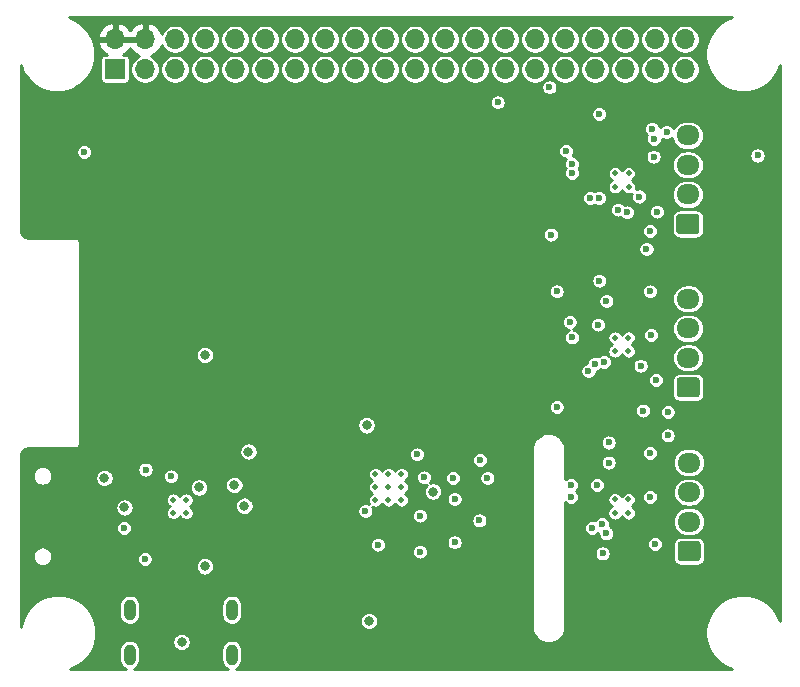
<source format=gbr>
G04 #@! TF.GenerationSoftware,KiCad,Pcbnew,(5.1.6)-1*
G04 #@! TF.CreationDate,2020-07-17T13:37:25+03:00*
G04 #@! TF.ProjectId,AstroPiMicro,41737472-6f50-4694-9d69-63726f2e6b69,1.0.8*
G04 #@! TF.SameCoordinates,Original*
G04 #@! TF.FileFunction,Copper,L2,Inr*
G04 #@! TF.FilePolarity,Positive*
%FSLAX46Y46*%
G04 Gerber Fmt 4.6, Leading zero omitted, Abs format (unit mm)*
G04 Created by KiCad (PCBNEW (5.1.6)-1) date 2020-07-17 13:37:25*
%MOMM*%
%LPD*%
G01*
G04 APERTURE LIST*
G04 #@! TA.AperFunction,ViaPad*
%ADD10O,1.000000X1.800000*%
G04 #@! TD*
G04 #@! TA.AperFunction,ViaPad*
%ADD11C,0.500000*%
G04 #@! TD*
G04 #@! TA.AperFunction,ViaPad*
%ADD12O,1.950000X1.700000*%
G04 #@! TD*
G04 #@! TA.AperFunction,ViaPad*
%ADD13O,1.700000X1.700000*%
G04 #@! TD*
G04 #@! TA.AperFunction,ViaPad*
%ADD14R,1.700000X1.700000*%
G04 #@! TD*
G04 #@! TA.AperFunction,ViaPad*
%ADD15C,0.800000*%
G04 #@! TD*
G04 #@! TA.AperFunction,ViaPad*
%ADD16C,0.600000*%
G04 #@! TD*
G04 #@! TA.AperFunction,Conductor*
%ADD17C,0.254000*%
G04 #@! TD*
G04 APERTURE END LIST*
D10*
X68287500Y-103368000D03*
X59647500Y-99568000D03*
X59647500Y-103368000D03*
X68287500Y-99568000D03*
D11*
X101875000Y-90225000D03*
X101875000Y-91375000D03*
X100725000Y-90225000D03*
X100725000Y-91375000D03*
X101885000Y-62615000D03*
X101885000Y-63765000D03*
X100735000Y-62615000D03*
X100735000Y-63765000D03*
X101875000Y-76525000D03*
X101875000Y-77675000D03*
X100725000Y-76525000D03*
X100725000Y-77675000D03*
X63331000Y-90251000D03*
X64431000Y-90251000D03*
X63331000Y-91351000D03*
X64431000Y-91351000D03*
D12*
X107000000Y-87100000D03*
X107000000Y-89600000D03*
X107000000Y-92100000D03*
G04 #@! TA.AperFunction,ViaPad*
G36*
G01*
X107725000Y-95450000D02*
X106275000Y-95450000D01*
G75*
G02*
X106025000Y-95200000I0J250000D01*
G01*
X106025000Y-94000000D01*
G75*
G02*
X106275000Y-93750000I250000J0D01*
G01*
X107725000Y-93750000D01*
G75*
G02*
X107975000Y-94000000I0J-250000D01*
G01*
X107975000Y-95200000D01*
G75*
G02*
X107725000Y-95450000I-250000J0D01*
G01*
G37*
G04 #@! TD.AperFunction*
X106900000Y-59400000D03*
X106900000Y-61900000D03*
X106900000Y-64400000D03*
G04 #@! TA.AperFunction,ViaPad*
G36*
G01*
X107625000Y-67750000D02*
X106175000Y-67750000D01*
G75*
G02*
X105925000Y-67500000I0J250000D01*
G01*
X105925000Y-66300000D01*
G75*
G02*
X106175000Y-66050000I250000J0D01*
G01*
X107625000Y-66050000D01*
G75*
G02*
X107875000Y-66300000I0J-250000D01*
G01*
X107875000Y-67500000D01*
G75*
G02*
X107625000Y-67750000I-250000J0D01*
G01*
G37*
G04 #@! TD.AperFunction*
X106934000Y-73237000D03*
X106934000Y-75737000D03*
X106934000Y-78237000D03*
G04 #@! TA.AperFunction,ViaPad*
G36*
G01*
X107659000Y-81587000D02*
X106209000Y-81587000D01*
G75*
G02*
X105959000Y-81337000I0J250000D01*
G01*
X105959000Y-80137000D01*
G75*
G02*
X106209000Y-79887000I250000J0D01*
G01*
X107659000Y-79887000D01*
G75*
G02*
X107909000Y-80137000I0J-250000D01*
G01*
X107909000Y-81337000D01*
G75*
G02*
X107659000Y-81587000I-250000J0D01*
G01*
G37*
G04 #@! TD.AperFunction*
D11*
X82645500Y-90288000D03*
X81545500Y-90288000D03*
X80445500Y-90288000D03*
X82645500Y-89188000D03*
X81545500Y-89188000D03*
X80445500Y-89188000D03*
X82645500Y-88088000D03*
X81545500Y-88088000D03*
X80445500Y-88088000D03*
D13*
X106660000Y-51260000D03*
X106660000Y-53800000D03*
X104120000Y-51260000D03*
X104120000Y-53800000D03*
X101580000Y-51260000D03*
X101580000Y-53800000D03*
X99040000Y-51260000D03*
X99040000Y-53800000D03*
X96500000Y-51260000D03*
X96500000Y-53800000D03*
X93960000Y-51260000D03*
X93960000Y-53800000D03*
X91420000Y-51260000D03*
X91420000Y-53800000D03*
X88880000Y-51260000D03*
X88880000Y-53800000D03*
X86340000Y-51260000D03*
X86340000Y-53800000D03*
X83800000Y-51260000D03*
X83800000Y-53800000D03*
X81260000Y-51260000D03*
X81260000Y-53800000D03*
X78720000Y-51260000D03*
X78720000Y-53800000D03*
X76180000Y-51260000D03*
X76180000Y-53800000D03*
X73640000Y-51260000D03*
X73640000Y-53800000D03*
X71100000Y-51260000D03*
X71100000Y-53800000D03*
X68560000Y-51260000D03*
X68560000Y-53800000D03*
X66020000Y-51260000D03*
X66020000Y-53800000D03*
X63480000Y-51260000D03*
X63480000Y-53800000D03*
X60940000Y-51260000D03*
X60940000Y-53800000D03*
X58400000Y-51260000D03*
D14*
X58400000Y-53800000D03*
D15*
X65999500Y-95885000D03*
X64031000Y-102298500D03*
D16*
X63142000Y-88265000D03*
X60919500Y-95250000D03*
X60983000Y-87693500D03*
X55800000Y-60800000D03*
X103700000Y-67500000D03*
X99400000Y-57600000D03*
X102778718Y-64572738D03*
X102900000Y-78900000D03*
X97100000Y-76500000D03*
X103700000Y-72600000D03*
X99400000Y-71700000D03*
X103100000Y-82700000D03*
X99680250Y-94794493D03*
X103700000Y-86300000D03*
X100200000Y-85400000D03*
X97000000Y-90000000D03*
X103872695Y-58827305D03*
X97100000Y-61800000D03*
D15*
X57500000Y-88400000D03*
X79900000Y-100500000D03*
X66000000Y-78000000D03*
X68500000Y-89000000D03*
X79700000Y-83950000D03*
D16*
X89250000Y-92000000D03*
X87150000Y-93850000D03*
X87150000Y-90200000D03*
X89300000Y-86900000D03*
X79600000Y-91200000D03*
X80650000Y-94050000D03*
X105200000Y-84800000D03*
X105200000Y-82800000D03*
X105100000Y-59100000D03*
X90800000Y-56600000D03*
D15*
X69350000Y-90750000D03*
X69700000Y-86170490D03*
X85326210Y-89550000D03*
D16*
X96500000Y-67400000D03*
X96797854Y-81002146D03*
X96900000Y-94700000D03*
X85300000Y-84200000D03*
X90500000Y-83800000D03*
X88900000Y-84200000D03*
X80005689Y-85420480D03*
X83963448Y-86399990D03*
X84212500Y-91601000D03*
X84212493Y-94648993D03*
X89927500Y-88426000D03*
X87006500Y-88426000D03*
X59150000Y-92650000D03*
X84550000Y-88350000D03*
D15*
X59200000Y-90900000D03*
X65500000Y-89200000D03*
D16*
X112800000Y-61100000D03*
X104042051Y-59689974D03*
X100988666Y-65689796D03*
X101758590Y-65907134D03*
X96600000Y-60700000D03*
X104000000Y-61200000D03*
X96900000Y-75200000D03*
X103800000Y-76300000D03*
X97000000Y-89000000D03*
X103700000Y-90000000D03*
X95300000Y-67800000D03*
X95800000Y-82400000D03*
X95800000Y-72600000D03*
X95179478Y-55323790D03*
X100003279Y-73405979D03*
X99300000Y-75423790D03*
X99800000Y-78600000D03*
X98488421Y-79335291D03*
X97100000Y-62600000D03*
X103400000Y-69000000D03*
X98599987Y-64700000D03*
X100200000Y-87100000D03*
X99200000Y-89000000D03*
X100000000Y-93100000D03*
X98805142Y-92633531D03*
X104200000Y-80100000D03*
X99010472Y-78729089D03*
X99400000Y-64700000D03*
X104286694Y-65861850D03*
X104100000Y-94000000D03*
X99625974Y-92292806D03*
D17*
G36*
X110071442Y-49640270D02*
G01*
X109542907Y-49993425D01*
X109093425Y-50442907D01*
X108740270Y-50971442D01*
X108497012Y-51558719D01*
X108373000Y-52182168D01*
X108373000Y-52817832D01*
X108497012Y-53441281D01*
X108740270Y-54028558D01*
X109093425Y-54557093D01*
X109542907Y-55006575D01*
X110071442Y-55359730D01*
X110658719Y-55602988D01*
X111282168Y-55727000D01*
X111917832Y-55727000D01*
X112541281Y-55602988D01*
X113128558Y-55359730D01*
X113657093Y-55006575D01*
X114106575Y-54557093D01*
X114459730Y-54028558D01*
X114688231Y-53476908D01*
X114688232Y-100523095D01*
X114459730Y-99971442D01*
X114106575Y-99442907D01*
X113657093Y-98993425D01*
X113128558Y-98640270D01*
X112541281Y-98397012D01*
X111917832Y-98273000D01*
X111282168Y-98273000D01*
X110658719Y-98397012D01*
X110071442Y-98640270D01*
X109542907Y-98993425D01*
X109093425Y-99442907D01*
X108740270Y-99971442D01*
X108497012Y-100558719D01*
X108373000Y-101182168D01*
X108373000Y-101817832D01*
X108497012Y-102441281D01*
X108740270Y-103028558D01*
X109093425Y-103557093D01*
X109542907Y-104006575D01*
X110071442Y-104359730D01*
X110623092Y-104588231D01*
X68618508Y-104588231D01*
X68626275Y-104585875D01*
X68779325Y-104504068D01*
X68913475Y-104393975D01*
X69023568Y-104259825D01*
X69105375Y-104106775D01*
X69155752Y-103940706D01*
X69168500Y-103811273D01*
X69168500Y-102924727D01*
X69155752Y-102795294D01*
X69105375Y-102629225D01*
X69023568Y-102476175D01*
X68913475Y-102342025D01*
X68779324Y-102231932D01*
X68626274Y-102150125D01*
X68460205Y-102099748D01*
X68287500Y-102082738D01*
X68114794Y-102099748D01*
X67948725Y-102150125D01*
X67795675Y-102231932D01*
X67661525Y-102342025D01*
X67551432Y-102476176D01*
X67469625Y-102629226D01*
X67419248Y-102795295D01*
X67406500Y-102924728D01*
X67406500Y-103811273D01*
X67419249Y-103940706D01*
X67469626Y-104106775D01*
X67551433Y-104259825D01*
X67661526Y-104393975D01*
X67795676Y-104504068D01*
X67948726Y-104585875D01*
X67956493Y-104588231D01*
X59978508Y-104588231D01*
X59986275Y-104585875D01*
X60139325Y-104504068D01*
X60273475Y-104393975D01*
X60383568Y-104259825D01*
X60465375Y-104106775D01*
X60515752Y-103940706D01*
X60528500Y-103811273D01*
X60528500Y-102924727D01*
X60515752Y-102795294D01*
X60465375Y-102629225D01*
X60383568Y-102476175D01*
X60273475Y-102342025D01*
X60139324Y-102231932D01*
X60119954Y-102221578D01*
X63250000Y-102221578D01*
X63250000Y-102375422D01*
X63280013Y-102526309D01*
X63338887Y-102668442D01*
X63424358Y-102796359D01*
X63533141Y-102905142D01*
X63661058Y-102990613D01*
X63803191Y-103049487D01*
X63954078Y-103079500D01*
X64107922Y-103079500D01*
X64258809Y-103049487D01*
X64400942Y-102990613D01*
X64528859Y-102905142D01*
X64637642Y-102796359D01*
X64723113Y-102668442D01*
X64781987Y-102526309D01*
X64812000Y-102375422D01*
X64812000Y-102221578D01*
X64781987Y-102070691D01*
X64723113Y-101928558D01*
X64637642Y-101800641D01*
X64528859Y-101691858D01*
X64400942Y-101606387D01*
X64258809Y-101547513D01*
X64107922Y-101517500D01*
X63954078Y-101517500D01*
X63803191Y-101547513D01*
X63661058Y-101606387D01*
X63533141Y-101691858D01*
X63424358Y-101800641D01*
X63338887Y-101928558D01*
X63280013Y-102070691D01*
X63250000Y-102221578D01*
X60119954Y-102221578D01*
X59986274Y-102150125D01*
X59820205Y-102099748D01*
X59647500Y-102082738D01*
X59474794Y-102099748D01*
X59308725Y-102150125D01*
X59155675Y-102231932D01*
X59021525Y-102342025D01*
X58911432Y-102476176D01*
X58829625Y-102629226D01*
X58779248Y-102795295D01*
X58766500Y-102924728D01*
X58766500Y-103811273D01*
X58779249Y-103940706D01*
X58829626Y-104106775D01*
X58911433Y-104259825D01*
X59021526Y-104393975D01*
X59155676Y-104504068D01*
X59308726Y-104585875D01*
X59316493Y-104588231D01*
X54576908Y-104588231D01*
X55128558Y-104359730D01*
X55657093Y-104006575D01*
X56106575Y-103557093D01*
X56459730Y-103028558D01*
X56702988Y-102441281D01*
X56827000Y-101817832D01*
X56827000Y-101182168D01*
X56702988Y-100558719D01*
X56459730Y-99971442D01*
X56106575Y-99442907D01*
X55788396Y-99124728D01*
X58766500Y-99124728D01*
X58766500Y-100011273D01*
X58779249Y-100140706D01*
X58829626Y-100306775D01*
X58911433Y-100459825D01*
X59021526Y-100593975D01*
X59155676Y-100704068D01*
X59308726Y-100785875D01*
X59474795Y-100836252D01*
X59647500Y-100853262D01*
X59820206Y-100836252D01*
X59986275Y-100785875D01*
X60139325Y-100704068D01*
X60273475Y-100593975D01*
X60383568Y-100459825D01*
X60465375Y-100306775D01*
X60515752Y-100140706D01*
X60528500Y-100011273D01*
X60528500Y-99124728D01*
X67406500Y-99124728D01*
X67406500Y-100011273D01*
X67419249Y-100140706D01*
X67469626Y-100306775D01*
X67551433Y-100459825D01*
X67661526Y-100593975D01*
X67795676Y-100704068D01*
X67948726Y-100785875D01*
X68114795Y-100836252D01*
X68287500Y-100853262D01*
X68460206Y-100836252D01*
X68626275Y-100785875D01*
X68779325Y-100704068D01*
X68913475Y-100593975D01*
X69023568Y-100459825D01*
X69043209Y-100423078D01*
X79119000Y-100423078D01*
X79119000Y-100576922D01*
X79149013Y-100727809D01*
X79207887Y-100869942D01*
X79293358Y-100997859D01*
X79402141Y-101106642D01*
X79530058Y-101192113D01*
X79672191Y-101250987D01*
X79823078Y-101281000D01*
X79976922Y-101281000D01*
X80127809Y-101250987D01*
X80269942Y-101192113D01*
X80397859Y-101106642D01*
X80506642Y-100997859D01*
X80592113Y-100869942D01*
X80650987Y-100727809D01*
X80681000Y-100576922D01*
X80681000Y-100423078D01*
X80650987Y-100272191D01*
X80592113Y-100130058D01*
X80506642Y-100002141D01*
X80397859Y-99893358D01*
X80269942Y-99807887D01*
X80127809Y-99749013D01*
X79976922Y-99719000D01*
X79823078Y-99719000D01*
X79672191Y-99749013D01*
X79530058Y-99807887D01*
X79402141Y-99893358D01*
X79293358Y-100002141D01*
X79207887Y-100130058D01*
X79149013Y-100272191D01*
X79119000Y-100423078D01*
X69043209Y-100423078D01*
X69105375Y-100306775D01*
X69155752Y-100140706D01*
X69168500Y-100011273D01*
X69168500Y-99124727D01*
X69155752Y-98995294D01*
X69105375Y-98829225D01*
X69023568Y-98676175D01*
X68913475Y-98542025D01*
X68779324Y-98431932D01*
X68626274Y-98350125D01*
X68460205Y-98299748D01*
X68287500Y-98282738D01*
X68114794Y-98299748D01*
X67948725Y-98350125D01*
X67795675Y-98431932D01*
X67661525Y-98542025D01*
X67551432Y-98676176D01*
X67469625Y-98829226D01*
X67419248Y-98995295D01*
X67406500Y-99124728D01*
X60528500Y-99124728D01*
X60528500Y-99124727D01*
X60515752Y-98995294D01*
X60465375Y-98829225D01*
X60383568Y-98676175D01*
X60273475Y-98542025D01*
X60139324Y-98431932D01*
X59986274Y-98350125D01*
X59820205Y-98299748D01*
X59647500Y-98282738D01*
X59474794Y-98299748D01*
X59308725Y-98350125D01*
X59155675Y-98431932D01*
X59021525Y-98542025D01*
X58911432Y-98676176D01*
X58829625Y-98829226D01*
X58779248Y-98995295D01*
X58766500Y-99124728D01*
X55788396Y-99124728D01*
X55657093Y-98993425D01*
X55128558Y-98640270D01*
X54541281Y-98397012D01*
X53917832Y-98273000D01*
X53282168Y-98273000D01*
X52658719Y-98397012D01*
X52071442Y-98640270D01*
X51542907Y-98993425D01*
X51093425Y-99442907D01*
X50740270Y-99971442D01*
X50497012Y-100558719D01*
X50412456Y-100983810D01*
X50420485Y-94948654D01*
X51429500Y-94948654D01*
X51429500Y-95112346D01*
X51461435Y-95272894D01*
X51524077Y-95424126D01*
X51615020Y-95560232D01*
X51730768Y-95675980D01*
X51866874Y-95766923D01*
X52018106Y-95829565D01*
X52178654Y-95861500D01*
X52342346Y-95861500D01*
X52502894Y-95829565D01*
X52654126Y-95766923D01*
X52790232Y-95675980D01*
X52905980Y-95560232D01*
X52996923Y-95424126D01*
X53059565Y-95272894D01*
X53077460Y-95182927D01*
X60238500Y-95182927D01*
X60238500Y-95317073D01*
X60264671Y-95448640D01*
X60316006Y-95572574D01*
X60390533Y-95684112D01*
X60485388Y-95778967D01*
X60596926Y-95853494D01*
X60720860Y-95904829D01*
X60852427Y-95931000D01*
X60986573Y-95931000D01*
X61118140Y-95904829D01*
X61242074Y-95853494D01*
X61310044Y-95808078D01*
X65218500Y-95808078D01*
X65218500Y-95961922D01*
X65248513Y-96112809D01*
X65307387Y-96254942D01*
X65392858Y-96382859D01*
X65501641Y-96491642D01*
X65629558Y-96577113D01*
X65771691Y-96635987D01*
X65922578Y-96666000D01*
X66076422Y-96666000D01*
X66227309Y-96635987D01*
X66369442Y-96577113D01*
X66497359Y-96491642D01*
X66606142Y-96382859D01*
X66691613Y-96254942D01*
X66750487Y-96112809D01*
X66780500Y-95961922D01*
X66780500Y-95808078D01*
X66750487Y-95657191D01*
X66691613Y-95515058D01*
X66606142Y-95387141D01*
X66497359Y-95278358D01*
X66369442Y-95192887D01*
X66227309Y-95134013D01*
X66076422Y-95104000D01*
X65922578Y-95104000D01*
X65771691Y-95134013D01*
X65629558Y-95192887D01*
X65501641Y-95278358D01*
X65392858Y-95387141D01*
X65307387Y-95515058D01*
X65248513Y-95657191D01*
X65218500Y-95808078D01*
X61310044Y-95808078D01*
X61353612Y-95778967D01*
X61448467Y-95684112D01*
X61522994Y-95572574D01*
X61574329Y-95448640D01*
X61600500Y-95317073D01*
X61600500Y-95182927D01*
X61574329Y-95051360D01*
X61522994Y-94927426D01*
X61448467Y-94815888D01*
X61353612Y-94721033D01*
X61242074Y-94646506D01*
X61118140Y-94595171D01*
X60986573Y-94569000D01*
X60852427Y-94569000D01*
X60720860Y-94595171D01*
X60596926Y-94646506D01*
X60485388Y-94721033D01*
X60390533Y-94815888D01*
X60316006Y-94927426D01*
X60264671Y-95051360D01*
X60238500Y-95182927D01*
X53077460Y-95182927D01*
X53091500Y-95112346D01*
X53091500Y-94948654D01*
X53059565Y-94788106D01*
X52996923Y-94636874D01*
X52905980Y-94500768D01*
X52790232Y-94385020D01*
X52654126Y-94294077D01*
X52502894Y-94231435D01*
X52342346Y-94199500D01*
X52178654Y-94199500D01*
X52018106Y-94231435D01*
X51866874Y-94294077D01*
X51730768Y-94385020D01*
X51615020Y-94500768D01*
X51524077Y-94636874D01*
X51461435Y-94788106D01*
X51429500Y-94948654D01*
X50420485Y-94948654D01*
X50421769Y-93982927D01*
X79969000Y-93982927D01*
X79969000Y-94117073D01*
X79995171Y-94248640D01*
X80046506Y-94372574D01*
X80121033Y-94484112D01*
X80215888Y-94578967D01*
X80327426Y-94653494D01*
X80451360Y-94704829D01*
X80582927Y-94731000D01*
X80717073Y-94731000D01*
X80848640Y-94704829D01*
X80972574Y-94653494D01*
X81079692Y-94581920D01*
X83531493Y-94581920D01*
X83531493Y-94716066D01*
X83557664Y-94847633D01*
X83608999Y-94971567D01*
X83683526Y-95083105D01*
X83778381Y-95177960D01*
X83889919Y-95252487D01*
X84013853Y-95303822D01*
X84145420Y-95329993D01*
X84279566Y-95329993D01*
X84411133Y-95303822D01*
X84535067Y-95252487D01*
X84646605Y-95177960D01*
X84741460Y-95083105D01*
X84815987Y-94971567D01*
X84867322Y-94847633D01*
X84893493Y-94716066D01*
X84893493Y-94581920D01*
X84867322Y-94450353D01*
X84815987Y-94326419D01*
X84741460Y-94214881D01*
X84646605Y-94120026D01*
X84535067Y-94045499D01*
X84411133Y-93994164D01*
X84279566Y-93967993D01*
X84145420Y-93967993D01*
X84013853Y-93994164D01*
X83889919Y-94045499D01*
X83778381Y-94120026D01*
X83683526Y-94214881D01*
X83608999Y-94326419D01*
X83557664Y-94450353D01*
X83531493Y-94581920D01*
X81079692Y-94581920D01*
X81084112Y-94578967D01*
X81178967Y-94484112D01*
X81253494Y-94372574D01*
X81304829Y-94248640D01*
X81331000Y-94117073D01*
X81331000Y-93982927D01*
X81304829Y-93851360D01*
X81276484Y-93782927D01*
X86469000Y-93782927D01*
X86469000Y-93917073D01*
X86495171Y-94048640D01*
X86546506Y-94172574D01*
X86621033Y-94284112D01*
X86715888Y-94378967D01*
X86827426Y-94453494D01*
X86951360Y-94504829D01*
X87082927Y-94531000D01*
X87217073Y-94531000D01*
X87348640Y-94504829D01*
X87472574Y-94453494D01*
X87584112Y-94378967D01*
X87678967Y-94284112D01*
X87753494Y-94172574D01*
X87804829Y-94048640D01*
X87831000Y-93917073D01*
X87831000Y-93782927D01*
X87804829Y-93651360D01*
X87753494Y-93527426D01*
X87678967Y-93415888D01*
X87584112Y-93321033D01*
X87472574Y-93246506D01*
X87348640Y-93195171D01*
X87217073Y-93169000D01*
X87082927Y-93169000D01*
X86951360Y-93195171D01*
X86827426Y-93246506D01*
X86715888Y-93321033D01*
X86621033Y-93415888D01*
X86546506Y-93527426D01*
X86495171Y-93651360D01*
X86469000Y-93782927D01*
X81276484Y-93782927D01*
X81253494Y-93727426D01*
X81178967Y-93615888D01*
X81084112Y-93521033D01*
X80972574Y-93446506D01*
X80848640Y-93395171D01*
X80717073Y-93369000D01*
X80582927Y-93369000D01*
X80451360Y-93395171D01*
X80327426Y-93446506D01*
X80215888Y-93521033D01*
X80121033Y-93615888D01*
X80046506Y-93727426D01*
X79995171Y-93851360D01*
X79969000Y-93982927D01*
X50421769Y-93982927D01*
X50423631Y-92582927D01*
X58469000Y-92582927D01*
X58469000Y-92717073D01*
X58495171Y-92848640D01*
X58546506Y-92972574D01*
X58621033Y-93084112D01*
X58715888Y-93178967D01*
X58827426Y-93253494D01*
X58951360Y-93304829D01*
X59082927Y-93331000D01*
X59217073Y-93331000D01*
X59348640Y-93304829D01*
X59472574Y-93253494D01*
X59584112Y-93178967D01*
X59678967Y-93084112D01*
X59753494Y-92972574D01*
X59804829Y-92848640D01*
X59831000Y-92717073D01*
X59831000Y-92582927D01*
X59804829Y-92451360D01*
X59753494Y-92327426D01*
X59678967Y-92215888D01*
X59584112Y-92121033D01*
X59472574Y-92046506D01*
X59348640Y-91995171D01*
X59217073Y-91969000D01*
X59082927Y-91969000D01*
X58951360Y-91995171D01*
X58827426Y-92046506D01*
X58715888Y-92121033D01*
X58621033Y-92215888D01*
X58546506Y-92327426D01*
X58495171Y-92451360D01*
X58469000Y-92582927D01*
X50423631Y-92582927D01*
X50425973Y-90823078D01*
X58419000Y-90823078D01*
X58419000Y-90976922D01*
X58449013Y-91127809D01*
X58507887Y-91269942D01*
X58593358Y-91397859D01*
X58702141Y-91506642D01*
X58830058Y-91592113D01*
X58972191Y-91650987D01*
X59123078Y-91681000D01*
X59276922Y-91681000D01*
X59427809Y-91650987D01*
X59569942Y-91592113D01*
X59697859Y-91506642D01*
X59806642Y-91397859D01*
X59892113Y-91269942D01*
X59950987Y-91127809D01*
X59981000Y-90976922D01*
X59981000Y-90823078D01*
X59950987Y-90672191D01*
X59892113Y-90530058D01*
X59806642Y-90402141D01*
X59697859Y-90293358D01*
X59569942Y-90207887D01*
X59523988Y-90188852D01*
X62700000Y-90188852D01*
X62700000Y-90313148D01*
X62724249Y-90435056D01*
X62771815Y-90549891D01*
X62840870Y-90653239D01*
X62928761Y-90741130D01*
X63018363Y-90801000D01*
X62928761Y-90860870D01*
X62840870Y-90948761D01*
X62771815Y-91052109D01*
X62724249Y-91166944D01*
X62700000Y-91288852D01*
X62700000Y-91413148D01*
X62724249Y-91535056D01*
X62771815Y-91649891D01*
X62840870Y-91753239D01*
X62928761Y-91841130D01*
X63032109Y-91910185D01*
X63146944Y-91957751D01*
X63268852Y-91982000D01*
X63393148Y-91982000D01*
X63515056Y-91957751D01*
X63629891Y-91910185D01*
X63733239Y-91841130D01*
X63821130Y-91753239D01*
X63881000Y-91663637D01*
X63940870Y-91753239D01*
X64028761Y-91841130D01*
X64132109Y-91910185D01*
X64246944Y-91957751D01*
X64368852Y-91982000D01*
X64493148Y-91982000D01*
X64615056Y-91957751D01*
X64729891Y-91910185D01*
X64833239Y-91841130D01*
X64921130Y-91753239D01*
X64990185Y-91649891D01*
X65037751Y-91535056D01*
X65062000Y-91413148D01*
X65062000Y-91288852D01*
X65037751Y-91166944D01*
X64990185Y-91052109D01*
X64921130Y-90948761D01*
X64833239Y-90860870D01*
X64743637Y-90801000D01*
X64833239Y-90741130D01*
X64901291Y-90673078D01*
X68569000Y-90673078D01*
X68569000Y-90826922D01*
X68599013Y-90977809D01*
X68657887Y-91119942D01*
X68743358Y-91247859D01*
X68852141Y-91356642D01*
X68980058Y-91442113D01*
X69122191Y-91500987D01*
X69273078Y-91531000D01*
X69426922Y-91531000D01*
X69577809Y-91500987D01*
X69719942Y-91442113D01*
X69847859Y-91356642D01*
X69956642Y-91247859D01*
X70033436Y-91132927D01*
X78919000Y-91132927D01*
X78919000Y-91267073D01*
X78945171Y-91398640D01*
X78996506Y-91522574D01*
X79071033Y-91634112D01*
X79165888Y-91728967D01*
X79277426Y-91803494D01*
X79401360Y-91854829D01*
X79532927Y-91881000D01*
X79667073Y-91881000D01*
X79798640Y-91854829D01*
X79922574Y-91803494D01*
X80034112Y-91728967D01*
X80128967Y-91634112D01*
X80195908Y-91533927D01*
X83531500Y-91533927D01*
X83531500Y-91668073D01*
X83557671Y-91799640D01*
X83609006Y-91923574D01*
X83683533Y-92035112D01*
X83778388Y-92129967D01*
X83889926Y-92204494D01*
X84013860Y-92255829D01*
X84145427Y-92282000D01*
X84279573Y-92282000D01*
X84411140Y-92255829D01*
X84535074Y-92204494D01*
X84646612Y-92129967D01*
X84741467Y-92035112D01*
X84809744Y-91932927D01*
X88569000Y-91932927D01*
X88569000Y-92067073D01*
X88595171Y-92198640D01*
X88646506Y-92322574D01*
X88721033Y-92434112D01*
X88815888Y-92528967D01*
X88927426Y-92603494D01*
X89051360Y-92654829D01*
X89182927Y-92681000D01*
X89317073Y-92681000D01*
X89448640Y-92654829D01*
X89572574Y-92603494D01*
X89684112Y-92528967D01*
X89778967Y-92434112D01*
X89853494Y-92322574D01*
X89904829Y-92198640D01*
X89931000Y-92067073D01*
X89931000Y-91932927D01*
X89904829Y-91801360D01*
X89853494Y-91677426D01*
X89778967Y-91565888D01*
X89684112Y-91471033D01*
X89572574Y-91396506D01*
X89448640Y-91345171D01*
X89317073Y-91319000D01*
X89182927Y-91319000D01*
X89051360Y-91345171D01*
X88927426Y-91396506D01*
X88815888Y-91471033D01*
X88721033Y-91565888D01*
X88646506Y-91677426D01*
X88595171Y-91801360D01*
X88569000Y-91932927D01*
X84809744Y-91932927D01*
X84815994Y-91923574D01*
X84867329Y-91799640D01*
X84893500Y-91668073D01*
X84893500Y-91533927D01*
X84867329Y-91402360D01*
X84815994Y-91278426D01*
X84741467Y-91166888D01*
X84646612Y-91072033D01*
X84535074Y-90997506D01*
X84411140Y-90946171D01*
X84279573Y-90920000D01*
X84145427Y-90920000D01*
X84013860Y-90946171D01*
X83889926Y-90997506D01*
X83778388Y-91072033D01*
X83683533Y-91166888D01*
X83609006Y-91278426D01*
X83557671Y-91402360D01*
X83531500Y-91533927D01*
X80195908Y-91533927D01*
X80203494Y-91522574D01*
X80254829Y-91398640D01*
X80281000Y-91267073D01*
X80281000Y-91132927D01*
X80254829Y-91001360D01*
X80203494Y-90877426D01*
X80197324Y-90868192D01*
X80261444Y-90894751D01*
X80383352Y-90919000D01*
X80507648Y-90919000D01*
X80629556Y-90894751D01*
X80744391Y-90847185D01*
X80847739Y-90778130D01*
X80935630Y-90690239D01*
X80995500Y-90600637D01*
X81055370Y-90690239D01*
X81143261Y-90778130D01*
X81246609Y-90847185D01*
X81361444Y-90894751D01*
X81483352Y-90919000D01*
X81607648Y-90919000D01*
X81729556Y-90894751D01*
X81844391Y-90847185D01*
X81947739Y-90778130D01*
X82035630Y-90690239D01*
X82095500Y-90600637D01*
X82155370Y-90690239D01*
X82243261Y-90778130D01*
X82346609Y-90847185D01*
X82461444Y-90894751D01*
X82583352Y-90919000D01*
X82707648Y-90919000D01*
X82829556Y-90894751D01*
X82944391Y-90847185D01*
X83047739Y-90778130D01*
X83135630Y-90690239D01*
X83204685Y-90586891D01*
X83252251Y-90472056D01*
X83276500Y-90350148D01*
X83276500Y-90225852D01*
X83252251Y-90103944D01*
X83204685Y-89989109D01*
X83135630Y-89885761D01*
X83047739Y-89797870D01*
X82958137Y-89738000D01*
X83047739Y-89678130D01*
X83135630Y-89590239D01*
X83204685Y-89486891D01*
X83252251Y-89372056D01*
X83276500Y-89250148D01*
X83276500Y-89125852D01*
X83252251Y-89003944D01*
X83204685Y-88889109D01*
X83135630Y-88785761D01*
X83047739Y-88697870D01*
X82958137Y-88638000D01*
X83047739Y-88578130D01*
X83135630Y-88490239D01*
X83204685Y-88386891D01*
X83247748Y-88282927D01*
X83869000Y-88282927D01*
X83869000Y-88417073D01*
X83895171Y-88548640D01*
X83946506Y-88672574D01*
X84021033Y-88784112D01*
X84115888Y-88878967D01*
X84227426Y-88953494D01*
X84351360Y-89004829D01*
X84482927Y-89031000D01*
X84617073Y-89031000D01*
X84748640Y-89004829D01*
X84779778Y-88991931D01*
X84719568Y-89052141D01*
X84634097Y-89180058D01*
X84575223Y-89322191D01*
X84545210Y-89473078D01*
X84545210Y-89626922D01*
X84575223Y-89777809D01*
X84634097Y-89919942D01*
X84719568Y-90047859D01*
X84828351Y-90156642D01*
X84956268Y-90242113D01*
X85098401Y-90300987D01*
X85249288Y-90331000D01*
X85403132Y-90331000D01*
X85554019Y-90300987D01*
X85696152Y-90242113D01*
X85824069Y-90156642D01*
X85847784Y-90132927D01*
X86469000Y-90132927D01*
X86469000Y-90267073D01*
X86495171Y-90398640D01*
X86546506Y-90522574D01*
X86621033Y-90634112D01*
X86715888Y-90728967D01*
X86827426Y-90803494D01*
X86951360Y-90854829D01*
X87082927Y-90881000D01*
X87217073Y-90881000D01*
X87348640Y-90854829D01*
X87472574Y-90803494D01*
X87584112Y-90728967D01*
X87678967Y-90634112D01*
X87753494Y-90522574D01*
X87804829Y-90398640D01*
X87831000Y-90267073D01*
X87831000Y-90132927D01*
X87804829Y-90001360D01*
X87753494Y-89877426D01*
X87678967Y-89765888D01*
X87584112Y-89671033D01*
X87472574Y-89596506D01*
X87348640Y-89545171D01*
X87217073Y-89519000D01*
X87082927Y-89519000D01*
X86951360Y-89545171D01*
X86827426Y-89596506D01*
X86715888Y-89671033D01*
X86621033Y-89765888D01*
X86546506Y-89877426D01*
X86495171Y-90001360D01*
X86469000Y-90132927D01*
X85847784Y-90132927D01*
X85932852Y-90047859D01*
X86018323Y-89919942D01*
X86077197Y-89777809D01*
X86107210Y-89626922D01*
X86107210Y-89473078D01*
X86077197Y-89322191D01*
X86018323Y-89180058D01*
X85932852Y-89052141D01*
X85824069Y-88943358D01*
X85696152Y-88857887D01*
X85554019Y-88799013D01*
X85403132Y-88769000D01*
X85249288Y-88769000D01*
X85098401Y-88799013D01*
X85039787Y-88823292D01*
X85078967Y-88784112D01*
X85153494Y-88672574D01*
X85204829Y-88548640D01*
X85231000Y-88417073D01*
X85231000Y-88358927D01*
X86325500Y-88358927D01*
X86325500Y-88493073D01*
X86351671Y-88624640D01*
X86403006Y-88748574D01*
X86477533Y-88860112D01*
X86572388Y-88954967D01*
X86683926Y-89029494D01*
X86807860Y-89080829D01*
X86939427Y-89107000D01*
X87073573Y-89107000D01*
X87205140Y-89080829D01*
X87329074Y-89029494D01*
X87440612Y-88954967D01*
X87535467Y-88860112D01*
X87609994Y-88748574D01*
X87661329Y-88624640D01*
X87687500Y-88493073D01*
X87687500Y-88358927D01*
X89246500Y-88358927D01*
X89246500Y-88493073D01*
X89272671Y-88624640D01*
X89324006Y-88748574D01*
X89398533Y-88860112D01*
X89493388Y-88954967D01*
X89604926Y-89029494D01*
X89728860Y-89080829D01*
X89860427Y-89107000D01*
X89994573Y-89107000D01*
X90126140Y-89080829D01*
X90250074Y-89029494D01*
X90361612Y-88954967D01*
X90456467Y-88860112D01*
X90530994Y-88748574D01*
X90582329Y-88624640D01*
X90608500Y-88493073D01*
X90608500Y-88358927D01*
X90582329Y-88227360D01*
X90530994Y-88103426D01*
X90456467Y-87991888D01*
X90361612Y-87897033D01*
X90250074Y-87822506D01*
X90126140Y-87771171D01*
X89994573Y-87745000D01*
X89860427Y-87745000D01*
X89728860Y-87771171D01*
X89604926Y-87822506D01*
X89493388Y-87897033D01*
X89398533Y-87991888D01*
X89324006Y-88103426D01*
X89272671Y-88227360D01*
X89246500Y-88358927D01*
X87687500Y-88358927D01*
X87661329Y-88227360D01*
X87609994Y-88103426D01*
X87535467Y-87991888D01*
X87440612Y-87897033D01*
X87329074Y-87822506D01*
X87205140Y-87771171D01*
X87073573Y-87745000D01*
X86939427Y-87745000D01*
X86807860Y-87771171D01*
X86683926Y-87822506D01*
X86572388Y-87897033D01*
X86477533Y-87991888D01*
X86403006Y-88103426D01*
X86351671Y-88227360D01*
X86325500Y-88358927D01*
X85231000Y-88358927D01*
X85231000Y-88282927D01*
X85204829Y-88151360D01*
X85153494Y-88027426D01*
X85078967Y-87915888D01*
X84984112Y-87821033D01*
X84872574Y-87746506D01*
X84748640Y-87695171D01*
X84617073Y-87669000D01*
X84482927Y-87669000D01*
X84351360Y-87695171D01*
X84227426Y-87746506D01*
X84115888Y-87821033D01*
X84021033Y-87915888D01*
X83946506Y-88027426D01*
X83895171Y-88151360D01*
X83869000Y-88282927D01*
X83247748Y-88282927D01*
X83252251Y-88272056D01*
X83276500Y-88150148D01*
X83276500Y-88025852D01*
X83252251Y-87903944D01*
X83204685Y-87789109D01*
X83135630Y-87685761D01*
X83047739Y-87597870D01*
X82944391Y-87528815D01*
X82829556Y-87481249D01*
X82707648Y-87457000D01*
X82583352Y-87457000D01*
X82461444Y-87481249D01*
X82346609Y-87528815D01*
X82243261Y-87597870D01*
X82155370Y-87685761D01*
X82095500Y-87775363D01*
X82035630Y-87685761D01*
X81947739Y-87597870D01*
X81844391Y-87528815D01*
X81729556Y-87481249D01*
X81607648Y-87457000D01*
X81483352Y-87457000D01*
X81361444Y-87481249D01*
X81246609Y-87528815D01*
X81143261Y-87597870D01*
X81055370Y-87685761D01*
X80995500Y-87775363D01*
X80935630Y-87685761D01*
X80847739Y-87597870D01*
X80744391Y-87528815D01*
X80629556Y-87481249D01*
X80507648Y-87457000D01*
X80383352Y-87457000D01*
X80261444Y-87481249D01*
X80146609Y-87528815D01*
X80043261Y-87597870D01*
X79955370Y-87685761D01*
X79886315Y-87789109D01*
X79838749Y-87903944D01*
X79814500Y-88025852D01*
X79814500Y-88150148D01*
X79838749Y-88272056D01*
X79886315Y-88386891D01*
X79955370Y-88490239D01*
X80043261Y-88578130D01*
X80132863Y-88638000D01*
X80043261Y-88697870D01*
X79955370Y-88785761D01*
X79886315Y-88889109D01*
X79838749Y-89003944D01*
X79814500Y-89125852D01*
X79814500Y-89250148D01*
X79838749Y-89372056D01*
X79886315Y-89486891D01*
X79955370Y-89590239D01*
X80043261Y-89678130D01*
X80132863Y-89738000D01*
X80043261Y-89797870D01*
X79955370Y-89885761D01*
X79886315Y-89989109D01*
X79838749Y-90103944D01*
X79814500Y-90225852D01*
X79814500Y-90350148D01*
X79838749Y-90472056D01*
X79883613Y-90580368D01*
X79798640Y-90545171D01*
X79667073Y-90519000D01*
X79532927Y-90519000D01*
X79401360Y-90545171D01*
X79277426Y-90596506D01*
X79165888Y-90671033D01*
X79071033Y-90765888D01*
X78996506Y-90877426D01*
X78945171Y-91001360D01*
X78919000Y-91132927D01*
X70033436Y-91132927D01*
X70042113Y-91119942D01*
X70100987Y-90977809D01*
X70131000Y-90826922D01*
X70131000Y-90673078D01*
X70100987Y-90522191D01*
X70042113Y-90380058D01*
X69956642Y-90252141D01*
X69847859Y-90143358D01*
X69719942Y-90057887D01*
X69577809Y-89999013D01*
X69426922Y-89969000D01*
X69273078Y-89969000D01*
X69122191Y-89999013D01*
X68980058Y-90057887D01*
X68852141Y-90143358D01*
X68743358Y-90252141D01*
X68657887Y-90380058D01*
X68599013Y-90522191D01*
X68569000Y-90673078D01*
X64901291Y-90673078D01*
X64921130Y-90653239D01*
X64990185Y-90549891D01*
X65037751Y-90435056D01*
X65062000Y-90313148D01*
X65062000Y-90188852D01*
X65037751Y-90066944D01*
X64990185Y-89952109D01*
X64921130Y-89848761D01*
X64833239Y-89760870D01*
X64729891Y-89691815D01*
X64615056Y-89644249D01*
X64493148Y-89620000D01*
X64368852Y-89620000D01*
X64246944Y-89644249D01*
X64132109Y-89691815D01*
X64028761Y-89760870D01*
X63940870Y-89848761D01*
X63881000Y-89938363D01*
X63821130Y-89848761D01*
X63733239Y-89760870D01*
X63629891Y-89691815D01*
X63515056Y-89644249D01*
X63393148Y-89620000D01*
X63268852Y-89620000D01*
X63146944Y-89644249D01*
X63032109Y-89691815D01*
X62928761Y-89760870D01*
X62840870Y-89848761D01*
X62771815Y-89952109D01*
X62724249Y-90066944D01*
X62700000Y-90188852D01*
X59523988Y-90188852D01*
X59427809Y-90149013D01*
X59276922Y-90119000D01*
X59123078Y-90119000D01*
X58972191Y-90149013D01*
X58830058Y-90207887D01*
X58702141Y-90293358D01*
X58593358Y-90402141D01*
X58507887Y-90530058D01*
X58449013Y-90672191D01*
X58419000Y-90823078D01*
X50425973Y-90823078D01*
X50429532Y-88148654D01*
X51429500Y-88148654D01*
X51429500Y-88312346D01*
X51461435Y-88472894D01*
X51524077Y-88624126D01*
X51615020Y-88760232D01*
X51730768Y-88875980D01*
X51866874Y-88966923D01*
X52018106Y-89029565D01*
X52178654Y-89061500D01*
X52342346Y-89061500D01*
X52502894Y-89029565D01*
X52654126Y-88966923D01*
X52790232Y-88875980D01*
X52905980Y-88760232D01*
X52996923Y-88624126D01*
X53059565Y-88472894D01*
X53089365Y-88323078D01*
X56719000Y-88323078D01*
X56719000Y-88476922D01*
X56749013Y-88627809D01*
X56807887Y-88769942D01*
X56893358Y-88897859D01*
X57002141Y-89006642D01*
X57130058Y-89092113D01*
X57272191Y-89150987D01*
X57423078Y-89181000D01*
X57576922Y-89181000D01*
X57727809Y-89150987D01*
X57795186Y-89123078D01*
X64719000Y-89123078D01*
X64719000Y-89276922D01*
X64749013Y-89427809D01*
X64807887Y-89569942D01*
X64893358Y-89697859D01*
X65002141Y-89806642D01*
X65130058Y-89892113D01*
X65272191Y-89950987D01*
X65423078Y-89981000D01*
X65576922Y-89981000D01*
X65727809Y-89950987D01*
X65869942Y-89892113D01*
X65997859Y-89806642D01*
X66106642Y-89697859D01*
X66192113Y-89569942D01*
X66250987Y-89427809D01*
X66281000Y-89276922D01*
X66281000Y-89123078D01*
X66250987Y-88972191D01*
X66230644Y-88923078D01*
X67719000Y-88923078D01*
X67719000Y-89076922D01*
X67749013Y-89227809D01*
X67807887Y-89369942D01*
X67893358Y-89497859D01*
X68002141Y-89606642D01*
X68130058Y-89692113D01*
X68272191Y-89750987D01*
X68423078Y-89781000D01*
X68576922Y-89781000D01*
X68727809Y-89750987D01*
X68869942Y-89692113D01*
X68997859Y-89606642D01*
X69106642Y-89497859D01*
X69192113Y-89369942D01*
X69250987Y-89227809D01*
X69281000Y-89076922D01*
X69281000Y-88923078D01*
X69250987Y-88772191D01*
X69192113Y-88630058D01*
X69106642Y-88502141D01*
X68997859Y-88393358D01*
X68869942Y-88307887D01*
X68727809Y-88249013D01*
X68576922Y-88219000D01*
X68423078Y-88219000D01*
X68272191Y-88249013D01*
X68130058Y-88307887D01*
X68002141Y-88393358D01*
X67893358Y-88502141D01*
X67807887Y-88630058D01*
X67749013Y-88772191D01*
X67719000Y-88923078D01*
X66230644Y-88923078D01*
X66192113Y-88830058D01*
X66106642Y-88702141D01*
X65997859Y-88593358D01*
X65869942Y-88507887D01*
X65727809Y-88449013D01*
X65576922Y-88419000D01*
X65423078Y-88419000D01*
X65272191Y-88449013D01*
X65130058Y-88507887D01*
X65002141Y-88593358D01*
X64893358Y-88702141D01*
X64807887Y-88830058D01*
X64749013Y-88972191D01*
X64719000Y-89123078D01*
X57795186Y-89123078D01*
X57869942Y-89092113D01*
X57997859Y-89006642D01*
X58106642Y-88897859D01*
X58192113Y-88769942D01*
X58250987Y-88627809D01*
X58281000Y-88476922D01*
X58281000Y-88323078D01*
X58250987Y-88172191D01*
X58192113Y-88030058D01*
X58106642Y-87902141D01*
X57997859Y-87793358D01*
X57869942Y-87707887D01*
X57727809Y-87649013D01*
X57614261Y-87626427D01*
X60302000Y-87626427D01*
X60302000Y-87760573D01*
X60328171Y-87892140D01*
X60379506Y-88016074D01*
X60454033Y-88127612D01*
X60548888Y-88222467D01*
X60660426Y-88296994D01*
X60784360Y-88348329D01*
X60915927Y-88374500D01*
X61050073Y-88374500D01*
X61181640Y-88348329D01*
X61305574Y-88296994D01*
X61417112Y-88222467D01*
X61441652Y-88197927D01*
X62461000Y-88197927D01*
X62461000Y-88332073D01*
X62487171Y-88463640D01*
X62538506Y-88587574D01*
X62613033Y-88699112D01*
X62707888Y-88793967D01*
X62819426Y-88868494D01*
X62943360Y-88919829D01*
X63074927Y-88946000D01*
X63209073Y-88946000D01*
X63340640Y-88919829D01*
X63464574Y-88868494D01*
X63576112Y-88793967D01*
X63670967Y-88699112D01*
X63745494Y-88587574D01*
X63796829Y-88463640D01*
X63823000Y-88332073D01*
X63823000Y-88197927D01*
X63796829Y-88066360D01*
X63745494Y-87942426D01*
X63670967Y-87830888D01*
X63576112Y-87736033D01*
X63464574Y-87661506D01*
X63340640Y-87610171D01*
X63209073Y-87584000D01*
X63074927Y-87584000D01*
X62943360Y-87610171D01*
X62819426Y-87661506D01*
X62707888Y-87736033D01*
X62613033Y-87830888D01*
X62538506Y-87942426D01*
X62487171Y-88066360D01*
X62461000Y-88197927D01*
X61441652Y-88197927D01*
X61511967Y-88127612D01*
X61586494Y-88016074D01*
X61637829Y-87892140D01*
X61664000Y-87760573D01*
X61664000Y-87626427D01*
X61637829Y-87494860D01*
X61586494Y-87370926D01*
X61511967Y-87259388D01*
X61417112Y-87164533D01*
X61305574Y-87090006D01*
X61181640Y-87038671D01*
X61050073Y-87012500D01*
X60915927Y-87012500D01*
X60784360Y-87038671D01*
X60660426Y-87090006D01*
X60548888Y-87164533D01*
X60454033Y-87259388D01*
X60379506Y-87370926D01*
X60328171Y-87494860D01*
X60302000Y-87626427D01*
X57614261Y-87626427D01*
X57576922Y-87619000D01*
X57423078Y-87619000D01*
X57272191Y-87649013D01*
X57130058Y-87707887D01*
X57002141Y-87793358D01*
X56893358Y-87902141D01*
X56807887Y-88030058D01*
X56749013Y-88172191D01*
X56719000Y-88323078D01*
X53089365Y-88323078D01*
X53091500Y-88312346D01*
X53091500Y-88148654D01*
X53059565Y-87988106D01*
X52996923Y-87836874D01*
X52905980Y-87700768D01*
X52790232Y-87585020D01*
X52654126Y-87494077D01*
X52502894Y-87431435D01*
X52342346Y-87399500D01*
X52178654Y-87399500D01*
X52018106Y-87431435D01*
X51866874Y-87494077D01*
X51730768Y-87585020D01*
X51615020Y-87700768D01*
X51524077Y-87836874D01*
X51461435Y-87988106D01*
X51429500Y-88148654D01*
X50429532Y-88148654D01*
X50431726Y-86500124D01*
X50444594Y-86368887D01*
X50476864Y-86262003D01*
X50529281Y-86163422D01*
X50586252Y-86093568D01*
X68919000Y-86093568D01*
X68919000Y-86247412D01*
X68949013Y-86398299D01*
X69007887Y-86540432D01*
X69093358Y-86668349D01*
X69202141Y-86777132D01*
X69330058Y-86862603D01*
X69472191Y-86921477D01*
X69623078Y-86951490D01*
X69776922Y-86951490D01*
X69927809Y-86921477D01*
X70069942Y-86862603D01*
X70197859Y-86777132D01*
X70306642Y-86668349D01*
X70392113Y-86540432D01*
X70450987Y-86398299D01*
X70463992Y-86332917D01*
X83282448Y-86332917D01*
X83282448Y-86467063D01*
X83308619Y-86598630D01*
X83359954Y-86722564D01*
X83434481Y-86834102D01*
X83529336Y-86928957D01*
X83640874Y-87003484D01*
X83764808Y-87054819D01*
X83896375Y-87080990D01*
X84030521Y-87080990D01*
X84162088Y-87054819D01*
X84286022Y-87003484D01*
X84397560Y-86928957D01*
X84492415Y-86834102D01*
X84493200Y-86832927D01*
X88619000Y-86832927D01*
X88619000Y-86967073D01*
X88645171Y-87098640D01*
X88696506Y-87222574D01*
X88771033Y-87334112D01*
X88865888Y-87428967D01*
X88977426Y-87503494D01*
X89101360Y-87554829D01*
X89232927Y-87581000D01*
X89367073Y-87581000D01*
X89498640Y-87554829D01*
X89622574Y-87503494D01*
X89734112Y-87428967D01*
X89828967Y-87334112D01*
X89903494Y-87222574D01*
X89954829Y-87098640D01*
X89981000Y-86967073D01*
X89981000Y-86832927D01*
X89954829Y-86701360D01*
X89903494Y-86577426D01*
X89828967Y-86465888D01*
X89734112Y-86371033D01*
X89622574Y-86296506D01*
X89498640Y-86245171D01*
X89367073Y-86219000D01*
X89232927Y-86219000D01*
X89101360Y-86245171D01*
X88977426Y-86296506D01*
X88865888Y-86371033D01*
X88771033Y-86465888D01*
X88696506Y-86577426D01*
X88645171Y-86701360D01*
X88619000Y-86832927D01*
X84493200Y-86832927D01*
X84566942Y-86722564D01*
X84618277Y-86598630D01*
X84644448Y-86467063D01*
X84644448Y-86332917D01*
X84618277Y-86201350D01*
X84566942Y-86077416D01*
X84501892Y-85980060D01*
X93694000Y-85980060D01*
X93694001Y-101019941D01*
X93696035Y-101040592D01*
X93696035Y-101053580D01*
X93696627Y-101059218D01*
X93718382Y-101253168D01*
X93726042Y-101289205D01*
X93733181Y-101325260D01*
X93734857Y-101330676D01*
X93793870Y-101516706D01*
X93808379Y-101550557D01*
X93822389Y-101584547D01*
X93825083Y-101589530D01*
X93825085Y-101589535D01*
X93825088Y-101589539D01*
X93919107Y-101760560D01*
X93939902Y-101790931D01*
X93960259Y-101821570D01*
X93963869Y-101825933D01*
X93963873Y-101825939D01*
X93963878Y-101825944D01*
X94089323Y-101975444D01*
X94115627Y-102001204D01*
X94141544Y-102027301D01*
X94145931Y-102030880D01*
X94145935Y-102030884D01*
X94145937Y-102030885D01*
X94298036Y-102153176D01*
X94328853Y-102173342D01*
X94359332Y-102193900D01*
X94364335Y-102196561D01*
X94364343Y-102196565D01*
X94537293Y-102286982D01*
X94571434Y-102300776D01*
X94605336Y-102315027D01*
X94610758Y-102316664D01*
X94610760Y-102316665D01*
X94610762Y-102316665D01*
X94610764Y-102316666D01*
X94797989Y-102371769D01*
X94834154Y-102378668D01*
X94870179Y-102386062D01*
X94875821Y-102386616D01*
X95070183Y-102404305D01*
X95106981Y-102404048D01*
X95143779Y-102404305D01*
X95149421Y-102403752D01*
X95343518Y-102383351D01*
X95379604Y-102375944D01*
X95415708Y-102369056D01*
X95421133Y-102367419D01*
X95421139Y-102367417D01*
X95607573Y-102309706D01*
X95641500Y-102295445D01*
X95675613Y-102281662D01*
X95680619Y-102279001D01*
X95852296Y-102186176D01*
X95882821Y-102165586D01*
X95913594Y-102145449D01*
X95917988Y-102141866D01*
X96068365Y-102017462D01*
X96094316Y-101991330D01*
X96120584Y-101965606D01*
X96124193Y-101961244D01*
X96124199Y-101961238D01*
X96124203Y-101961231D01*
X96247548Y-101809996D01*
X96267932Y-101779316D01*
X96288701Y-101748984D01*
X96291395Y-101744002D01*
X96291398Y-101743998D01*
X96291400Y-101743994D01*
X96383023Y-101571675D01*
X96397046Y-101537652D01*
X96411541Y-101503832D01*
X96413218Y-101498417D01*
X96469627Y-101311580D01*
X96476786Y-101275425D01*
X96484424Y-101239491D01*
X96485016Y-101233862D01*
X96485018Y-101233852D01*
X96485018Y-101233843D01*
X96504062Y-101039620D01*
X96504062Y-101039618D01*
X96506000Y-101019941D01*
X96506000Y-94727420D01*
X98999250Y-94727420D01*
X98999250Y-94861566D01*
X99025421Y-94993133D01*
X99076756Y-95117067D01*
X99151283Y-95228605D01*
X99246138Y-95323460D01*
X99357676Y-95397987D01*
X99481610Y-95449322D01*
X99613177Y-95475493D01*
X99747323Y-95475493D01*
X99878890Y-95449322D01*
X100002824Y-95397987D01*
X100114362Y-95323460D01*
X100209217Y-95228605D01*
X100283744Y-95117067D01*
X100335079Y-94993133D01*
X100361250Y-94861566D01*
X100361250Y-94727420D01*
X100335079Y-94595853D01*
X100283744Y-94471919D01*
X100209217Y-94360381D01*
X100114362Y-94265526D01*
X100002824Y-94190999D01*
X99878890Y-94139664D01*
X99747323Y-94113493D01*
X99613177Y-94113493D01*
X99481610Y-94139664D01*
X99357676Y-94190999D01*
X99246138Y-94265526D01*
X99151283Y-94360381D01*
X99076756Y-94471919D01*
X99025421Y-94595853D01*
X98999250Y-94727420D01*
X96506000Y-94727420D01*
X96506000Y-93932927D01*
X103419000Y-93932927D01*
X103419000Y-94067073D01*
X103445171Y-94198640D01*
X103496506Y-94322574D01*
X103571033Y-94434112D01*
X103665888Y-94528967D01*
X103777426Y-94603494D01*
X103901360Y-94654829D01*
X104032927Y-94681000D01*
X104167073Y-94681000D01*
X104298640Y-94654829D01*
X104422574Y-94603494D01*
X104534112Y-94528967D01*
X104628967Y-94434112D01*
X104703494Y-94322574D01*
X104754829Y-94198640D01*
X104781000Y-94067073D01*
X104781000Y-94000000D01*
X105642157Y-94000000D01*
X105642157Y-95200000D01*
X105654317Y-95323462D01*
X105690329Y-95442179D01*
X105748810Y-95551589D01*
X105827512Y-95647488D01*
X105923411Y-95726190D01*
X106032821Y-95784671D01*
X106151538Y-95820683D01*
X106275000Y-95832843D01*
X107725000Y-95832843D01*
X107848462Y-95820683D01*
X107967179Y-95784671D01*
X108076589Y-95726190D01*
X108172488Y-95647488D01*
X108251190Y-95551589D01*
X108309671Y-95442179D01*
X108345683Y-95323462D01*
X108357843Y-95200000D01*
X108357843Y-94000000D01*
X108345683Y-93876538D01*
X108309671Y-93757821D01*
X108251190Y-93648411D01*
X108172488Y-93552512D01*
X108076589Y-93473810D01*
X107967179Y-93415329D01*
X107848462Y-93379317D01*
X107725000Y-93367157D01*
X106275000Y-93367157D01*
X106151538Y-93379317D01*
X106032821Y-93415329D01*
X105923411Y-93473810D01*
X105827512Y-93552512D01*
X105748810Y-93648411D01*
X105690329Y-93757821D01*
X105654317Y-93876538D01*
X105642157Y-94000000D01*
X104781000Y-94000000D01*
X104781000Y-93932927D01*
X104754829Y-93801360D01*
X104703494Y-93677426D01*
X104628967Y-93565888D01*
X104534112Y-93471033D01*
X104422574Y-93396506D01*
X104298640Y-93345171D01*
X104167073Y-93319000D01*
X104032927Y-93319000D01*
X103901360Y-93345171D01*
X103777426Y-93396506D01*
X103665888Y-93471033D01*
X103571033Y-93565888D01*
X103496506Y-93677426D01*
X103445171Y-93801360D01*
X103419000Y-93932927D01*
X96506000Y-93932927D01*
X96506000Y-92566458D01*
X98124142Y-92566458D01*
X98124142Y-92700604D01*
X98150313Y-92832171D01*
X98201648Y-92956105D01*
X98276175Y-93067643D01*
X98371030Y-93162498D01*
X98482568Y-93237025D01*
X98606502Y-93288360D01*
X98738069Y-93314531D01*
X98872215Y-93314531D01*
X99003782Y-93288360D01*
X99127716Y-93237025D01*
X99239254Y-93162498D01*
X99319000Y-93082752D01*
X99319000Y-93167073D01*
X99345171Y-93298640D01*
X99396506Y-93422574D01*
X99471033Y-93534112D01*
X99565888Y-93628967D01*
X99677426Y-93703494D01*
X99801360Y-93754829D01*
X99932927Y-93781000D01*
X100067073Y-93781000D01*
X100198640Y-93754829D01*
X100322574Y-93703494D01*
X100434112Y-93628967D01*
X100528967Y-93534112D01*
X100603494Y-93422574D01*
X100654829Y-93298640D01*
X100681000Y-93167073D01*
X100681000Y-93032927D01*
X100654829Y-92901360D01*
X100603494Y-92777426D01*
X100528967Y-92665888D01*
X100434112Y-92571033D01*
X100322574Y-92496506D01*
X100283053Y-92480136D01*
X100306974Y-92359879D01*
X100306974Y-92225733D01*
X100281964Y-92100000D01*
X105638044Y-92100000D01*
X105661812Y-92341318D01*
X105732202Y-92573363D01*
X105846509Y-92787216D01*
X106000340Y-92974660D01*
X106187784Y-93128491D01*
X106401637Y-93242798D01*
X106633682Y-93313188D01*
X106814528Y-93331000D01*
X107185472Y-93331000D01*
X107366318Y-93313188D01*
X107598363Y-93242798D01*
X107812216Y-93128491D01*
X107999660Y-92974660D01*
X108153491Y-92787216D01*
X108267798Y-92573363D01*
X108338188Y-92341318D01*
X108361956Y-92100000D01*
X108338188Y-91858682D01*
X108267798Y-91626637D01*
X108153491Y-91412784D01*
X107999660Y-91225340D01*
X107812216Y-91071509D01*
X107598363Y-90957202D01*
X107366318Y-90886812D01*
X107185472Y-90869000D01*
X106814528Y-90869000D01*
X106633682Y-90886812D01*
X106401637Y-90957202D01*
X106187784Y-91071509D01*
X106000340Y-91225340D01*
X105846509Y-91412784D01*
X105732202Y-91626637D01*
X105661812Y-91858682D01*
X105638044Y-92100000D01*
X100281964Y-92100000D01*
X100280803Y-92094166D01*
X100229468Y-91970232D01*
X100154941Y-91858694D01*
X100060086Y-91763839D01*
X99948548Y-91689312D01*
X99824614Y-91637977D01*
X99693047Y-91611806D01*
X99558901Y-91611806D01*
X99427334Y-91637977D01*
X99303400Y-91689312D01*
X99191862Y-91763839D01*
X99097007Y-91858694D01*
X99022480Y-91970232D01*
X99016747Y-91984072D01*
X99003782Y-91978702D01*
X98872215Y-91952531D01*
X98738069Y-91952531D01*
X98606502Y-91978702D01*
X98482568Y-92030037D01*
X98371030Y-92104564D01*
X98276175Y-92199419D01*
X98201648Y-92310957D01*
X98150313Y-92434891D01*
X98124142Y-92566458D01*
X96506000Y-92566458D01*
X96506000Y-90469079D01*
X96565888Y-90528967D01*
X96677426Y-90603494D01*
X96801360Y-90654829D01*
X96932927Y-90681000D01*
X97067073Y-90681000D01*
X97198640Y-90654829D01*
X97322574Y-90603494D01*
X97434112Y-90528967D01*
X97528967Y-90434112D01*
X97603494Y-90322574D01*
X97654829Y-90198640D01*
X97661947Y-90162852D01*
X100094000Y-90162852D01*
X100094000Y-90287148D01*
X100118249Y-90409056D01*
X100165815Y-90523891D01*
X100234870Y-90627239D01*
X100322761Y-90715130D01*
X100426109Y-90784185D01*
X100464290Y-90800000D01*
X100426109Y-90815815D01*
X100322761Y-90884870D01*
X100234870Y-90972761D01*
X100165815Y-91076109D01*
X100118249Y-91190944D01*
X100094000Y-91312852D01*
X100094000Y-91437148D01*
X100118249Y-91559056D01*
X100165815Y-91673891D01*
X100234870Y-91777239D01*
X100322761Y-91865130D01*
X100426109Y-91934185D01*
X100540944Y-91981751D01*
X100662852Y-92006000D01*
X100787148Y-92006000D01*
X100909056Y-91981751D01*
X101023891Y-91934185D01*
X101127239Y-91865130D01*
X101215130Y-91777239D01*
X101284185Y-91673891D01*
X101300000Y-91635710D01*
X101315815Y-91673891D01*
X101384870Y-91777239D01*
X101472761Y-91865130D01*
X101576109Y-91934185D01*
X101690944Y-91981751D01*
X101812852Y-92006000D01*
X101937148Y-92006000D01*
X102059056Y-91981751D01*
X102173891Y-91934185D01*
X102277239Y-91865130D01*
X102365130Y-91777239D01*
X102434185Y-91673891D01*
X102481751Y-91559056D01*
X102506000Y-91437148D01*
X102506000Y-91312852D01*
X102481751Y-91190944D01*
X102434185Y-91076109D01*
X102365130Y-90972761D01*
X102277239Y-90884870D01*
X102173891Y-90815815D01*
X102135710Y-90800000D01*
X102173891Y-90784185D01*
X102277239Y-90715130D01*
X102365130Y-90627239D01*
X102434185Y-90523891D01*
X102481751Y-90409056D01*
X102506000Y-90287148D01*
X102506000Y-90162852D01*
X102481751Y-90040944D01*
X102437010Y-89932927D01*
X103019000Y-89932927D01*
X103019000Y-90067073D01*
X103045171Y-90198640D01*
X103096506Y-90322574D01*
X103171033Y-90434112D01*
X103265888Y-90528967D01*
X103377426Y-90603494D01*
X103501360Y-90654829D01*
X103632927Y-90681000D01*
X103767073Y-90681000D01*
X103898640Y-90654829D01*
X104022574Y-90603494D01*
X104134112Y-90528967D01*
X104228967Y-90434112D01*
X104303494Y-90322574D01*
X104354829Y-90198640D01*
X104381000Y-90067073D01*
X104381000Y-89932927D01*
X104354829Y-89801360D01*
X104303494Y-89677426D01*
X104251760Y-89600000D01*
X105638044Y-89600000D01*
X105661812Y-89841318D01*
X105732202Y-90073363D01*
X105846509Y-90287216D01*
X106000340Y-90474660D01*
X106187784Y-90628491D01*
X106401637Y-90742798D01*
X106633682Y-90813188D01*
X106814528Y-90831000D01*
X107185472Y-90831000D01*
X107366318Y-90813188D01*
X107598363Y-90742798D01*
X107812216Y-90628491D01*
X107999660Y-90474660D01*
X108153491Y-90287216D01*
X108267798Y-90073363D01*
X108338188Y-89841318D01*
X108361956Y-89600000D01*
X108338188Y-89358682D01*
X108267798Y-89126637D01*
X108153491Y-88912784D01*
X107999660Y-88725340D01*
X107812216Y-88571509D01*
X107598363Y-88457202D01*
X107366318Y-88386812D01*
X107185472Y-88369000D01*
X106814528Y-88369000D01*
X106633682Y-88386812D01*
X106401637Y-88457202D01*
X106187784Y-88571509D01*
X106000340Y-88725340D01*
X105846509Y-88912784D01*
X105732202Y-89126637D01*
X105661812Y-89358682D01*
X105638044Y-89600000D01*
X104251760Y-89600000D01*
X104228967Y-89565888D01*
X104134112Y-89471033D01*
X104022574Y-89396506D01*
X103898640Y-89345171D01*
X103767073Y-89319000D01*
X103632927Y-89319000D01*
X103501360Y-89345171D01*
X103377426Y-89396506D01*
X103265888Y-89471033D01*
X103171033Y-89565888D01*
X103096506Y-89677426D01*
X103045171Y-89801360D01*
X103019000Y-89932927D01*
X102437010Y-89932927D01*
X102434185Y-89926109D01*
X102365130Y-89822761D01*
X102277239Y-89734870D01*
X102173891Y-89665815D01*
X102059056Y-89618249D01*
X101937148Y-89594000D01*
X101812852Y-89594000D01*
X101690944Y-89618249D01*
X101576109Y-89665815D01*
X101472761Y-89734870D01*
X101384870Y-89822761D01*
X101315815Y-89926109D01*
X101300000Y-89964290D01*
X101284185Y-89926109D01*
X101215130Y-89822761D01*
X101127239Y-89734870D01*
X101023891Y-89665815D01*
X100909056Y-89618249D01*
X100787148Y-89594000D01*
X100662852Y-89594000D01*
X100540944Y-89618249D01*
X100426109Y-89665815D01*
X100322761Y-89734870D01*
X100234870Y-89822761D01*
X100165815Y-89926109D01*
X100118249Y-90040944D01*
X100094000Y-90162852D01*
X97661947Y-90162852D01*
X97681000Y-90067073D01*
X97681000Y-89932927D01*
X97654829Y-89801360D01*
X97603494Y-89677426D01*
X97528967Y-89565888D01*
X97463079Y-89500000D01*
X97528967Y-89434112D01*
X97603494Y-89322574D01*
X97654829Y-89198640D01*
X97681000Y-89067073D01*
X97681000Y-88932927D01*
X98519000Y-88932927D01*
X98519000Y-89067073D01*
X98545171Y-89198640D01*
X98596506Y-89322574D01*
X98671033Y-89434112D01*
X98765888Y-89528967D01*
X98877426Y-89603494D01*
X99001360Y-89654829D01*
X99132927Y-89681000D01*
X99267073Y-89681000D01*
X99398640Y-89654829D01*
X99522574Y-89603494D01*
X99634112Y-89528967D01*
X99728967Y-89434112D01*
X99803494Y-89322574D01*
X99854829Y-89198640D01*
X99881000Y-89067073D01*
X99881000Y-88932927D01*
X99854829Y-88801360D01*
X99803494Y-88677426D01*
X99728967Y-88565888D01*
X99634112Y-88471033D01*
X99522574Y-88396506D01*
X99398640Y-88345171D01*
X99267073Y-88319000D01*
X99132927Y-88319000D01*
X99001360Y-88345171D01*
X98877426Y-88396506D01*
X98765888Y-88471033D01*
X98671033Y-88565888D01*
X98596506Y-88677426D01*
X98545171Y-88801360D01*
X98519000Y-88932927D01*
X97681000Y-88932927D01*
X97654829Y-88801360D01*
X97603494Y-88677426D01*
X97528967Y-88565888D01*
X97434112Y-88471033D01*
X97322574Y-88396506D01*
X97198640Y-88345171D01*
X97067073Y-88319000D01*
X96932927Y-88319000D01*
X96801360Y-88345171D01*
X96677426Y-88396506D01*
X96565888Y-88471033D01*
X96506000Y-88530921D01*
X96506000Y-87032927D01*
X99519000Y-87032927D01*
X99519000Y-87167073D01*
X99545171Y-87298640D01*
X99596506Y-87422574D01*
X99671033Y-87534112D01*
X99765888Y-87628967D01*
X99877426Y-87703494D01*
X100001360Y-87754829D01*
X100132927Y-87781000D01*
X100267073Y-87781000D01*
X100398640Y-87754829D01*
X100522574Y-87703494D01*
X100634112Y-87628967D01*
X100728967Y-87534112D01*
X100803494Y-87422574D01*
X100854829Y-87298640D01*
X100881000Y-87167073D01*
X100881000Y-87100000D01*
X105638044Y-87100000D01*
X105661812Y-87341318D01*
X105732202Y-87573363D01*
X105846509Y-87787216D01*
X106000340Y-87974660D01*
X106187784Y-88128491D01*
X106401637Y-88242798D01*
X106633682Y-88313188D01*
X106814528Y-88331000D01*
X107185472Y-88331000D01*
X107366318Y-88313188D01*
X107598363Y-88242798D01*
X107812216Y-88128491D01*
X107999660Y-87974660D01*
X108153491Y-87787216D01*
X108267798Y-87573363D01*
X108338188Y-87341318D01*
X108361956Y-87100000D01*
X108338188Y-86858682D01*
X108267798Y-86626637D01*
X108153491Y-86412784D01*
X107999660Y-86225340D01*
X107812216Y-86071509D01*
X107598363Y-85957202D01*
X107366318Y-85886812D01*
X107185472Y-85869000D01*
X106814528Y-85869000D01*
X106633682Y-85886812D01*
X106401637Y-85957202D01*
X106187784Y-86071509D01*
X106000340Y-86225340D01*
X105846509Y-86412784D01*
X105732202Y-86626637D01*
X105661812Y-86858682D01*
X105638044Y-87100000D01*
X100881000Y-87100000D01*
X100881000Y-87032927D01*
X100854829Y-86901360D01*
X100803494Y-86777426D01*
X100728967Y-86665888D01*
X100634112Y-86571033D01*
X100522574Y-86496506D01*
X100398640Y-86445171D01*
X100267073Y-86419000D01*
X100132927Y-86419000D01*
X100001360Y-86445171D01*
X99877426Y-86496506D01*
X99765888Y-86571033D01*
X99671033Y-86665888D01*
X99596506Y-86777426D01*
X99545171Y-86901360D01*
X99519000Y-87032927D01*
X96506000Y-87032927D01*
X96506000Y-86232927D01*
X103019000Y-86232927D01*
X103019000Y-86367073D01*
X103045171Y-86498640D01*
X103096506Y-86622574D01*
X103171033Y-86734112D01*
X103265888Y-86828967D01*
X103377426Y-86903494D01*
X103501360Y-86954829D01*
X103632927Y-86981000D01*
X103767073Y-86981000D01*
X103898640Y-86954829D01*
X104022574Y-86903494D01*
X104134112Y-86828967D01*
X104228967Y-86734112D01*
X104303494Y-86622574D01*
X104354829Y-86498640D01*
X104381000Y-86367073D01*
X104381000Y-86232927D01*
X104354829Y-86101360D01*
X104303494Y-85977426D01*
X104228967Y-85865888D01*
X104134112Y-85771033D01*
X104022574Y-85696506D01*
X103898640Y-85645171D01*
X103767073Y-85619000D01*
X103632927Y-85619000D01*
X103501360Y-85645171D01*
X103377426Y-85696506D01*
X103265888Y-85771033D01*
X103171033Y-85865888D01*
X103096506Y-85977426D01*
X103045171Y-86101360D01*
X103019000Y-86232927D01*
X96506000Y-86232927D01*
X96506000Y-85980059D01*
X96503965Y-85959398D01*
X96503965Y-85946419D01*
X96503373Y-85940781D01*
X96481618Y-85746832D01*
X96473958Y-85710795D01*
X96466819Y-85674740D01*
X96465143Y-85669324D01*
X96406130Y-85483294D01*
X96391621Y-85449443D01*
X96377611Y-85415453D01*
X96374915Y-85410466D01*
X96374915Y-85410465D01*
X96374912Y-85410461D01*
X96332288Y-85332927D01*
X99519000Y-85332927D01*
X99519000Y-85467073D01*
X99545171Y-85598640D01*
X99596506Y-85722574D01*
X99671033Y-85834112D01*
X99765888Y-85928967D01*
X99877426Y-86003494D01*
X100001360Y-86054829D01*
X100132927Y-86081000D01*
X100267073Y-86081000D01*
X100398640Y-86054829D01*
X100522574Y-86003494D01*
X100634112Y-85928967D01*
X100728967Y-85834112D01*
X100803494Y-85722574D01*
X100854829Y-85598640D01*
X100881000Y-85467073D01*
X100881000Y-85332927D01*
X100854829Y-85201360D01*
X100803494Y-85077426D01*
X100728967Y-84965888D01*
X100634112Y-84871033D01*
X100522574Y-84796506D01*
X100398640Y-84745171D01*
X100337087Y-84732927D01*
X104519000Y-84732927D01*
X104519000Y-84867073D01*
X104545171Y-84998640D01*
X104596506Y-85122574D01*
X104671033Y-85234112D01*
X104765888Y-85328967D01*
X104877426Y-85403494D01*
X105001360Y-85454829D01*
X105132927Y-85481000D01*
X105267073Y-85481000D01*
X105398640Y-85454829D01*
X105522574Y-85403494D01*
X105634112Y-85328967D01*
X105728967Y-85234112D01*
X105803494Y-85122574D01*
X105854829Y-84998640D01*
X105881000Y-84867073D01*
X105881000Y-84732927D01*
X105854829Y-84601360D01*
X105803494Y-84477426D01*
X105728967Y-84365888D01*
X105634112Y-84271033D01*
X105522574Y-84196506D01*
X105398640Y-84145171D01*
X105267073Y-84119000D01*
X105132927Y-84119000D01*
X105001360Y-84145171D01*
X104877426Y-84196506D01*
X104765888Y-84271033D01*
X104671033Y-84365888D01*
X104596506Y-84477426D01*
X104545171Y-84601360D01*
X104519000Y-84732927D01*
X100337087Y-84732927D01*
X100267073Y-84719000D01*
X100132927Y-84719000D01*
X100001360Y-84745171D01*
X99877426Y-84796506D01*
X99765888Y-84871033D01*
X99671033Y-84965888D01*
X99596506Y-85077426D01*
X99545171Y-85201360D01*
X99519000Y-85332927D01*
X96332288Y-85332927D01*
X96280893Y-85239441D01*
X96260110Y-85209087D01*
X96239741Y-85178430D01*
X96236128Y-85174062D01*
X96110677Y-85024556D01*
X96084392Y-84998815D01*
X96058456Y-84972698D01*
X96054069Y-84969120D01*
X96054065Y-84969116D01*
X96054061Y-84969113D01*
X95901963Y-84846824D01*
X95871147Y-84826658D01*
X95840667Y-84806100D01*
X95835665Y-84803440D01*
X95835661Y-84803437D01*
X95835657Y-84803435D01*
X95662706Y-84713018D01*
X95628577Y-84699229D01*
X95594663Y-84684973D01*
X95589236Y-84683334D01*
X95402010Y-84628231D01*
X95365846Y-84621333D01*
X95329821Y-84613938D01*
X95324179Y-84613384D01*
X95129817Y-84595695D01*
X95093019Y-84595952D01*
X95056221Y-84595695D01*
X95050579Y-84596248D01*
X94856482Y-84616649D01*
X94820396Y-84624056D01*
X94784292Y-84630944D01*
X94778867Y-84632581D01*
X94778861Y-84632583D01*
X94592427Y-84690294D01*
X94558500Y-84704555D01*
X94524387Y-84718338D01*
X94519381Y-84720999D01*
X94347704Y-84813824D01*
X94317137Y-84834442D01*
X94286406Y-84854552D01*
X94282012Y-84858134D01*
X94131634Y-84982538D01*
X94105664Y-85008689D01*
X94079416Y-85034394D01*
X94075807Y-85038756D01*
X94075801Y-85038762D01*
X94075797Y-85038769D01*
X93952452Y-85190004D01*
X93932078Y-85220669D01*
X93911299Y-85251016D01*
X93908605Y-85255998D01*
X93908602Y-85256002D01*
X93908602Y-85256003D01*
X93816977Y-85428325D01*
X93802949Y-85462360D01*
X93788459Y-85496168D01*
X93786782Y-85501583D01*
X93730373Y-85688419D01*
X93723211Y-85724589D01*
X93715576Y-85760509D01*
X93714984Y-85766136D01*
X93714982Y-85766147D01*
X93714982Y-85766157D01*
X93695938Y-85960381D01*
X93694000Y-85980060D01*
X84501892Y-85980060D01*
X84492415Y-85965878D01*
X84397560Y-85871023D01*
X84286022Y-85796496D01*
X84162088Y-85745161D01*
X84030521Y-85718990D01*
X83896375Y-85718990D01*
X83764808Y-85745161D01*
X83640874Y-85796496D01*
X83529336Y-85871023D01*
X83434481Y-85965878D01*
X83359954Y-86077416D01*
X83308619Y-86201350D01*
X83282448Y-86332917D01*
X70463992Y-86332917D01*
X70481000Y-86247412D01*
X70481000Y-86093568D01*
X70450987Y-85942681D01*
X70392113Y-85800548D01*
X70306642Y-85672631D01*
X70197859Y-85563848D01*
X70069942Y-85478377D01*
X69927809Y-85419503D01*
X69776922Y-85389490D01*
X69623078Y-85389490D01*
X69472191Y-85419503D01*
X69330058Y-85478377D01*
X69202141Y-85563848D01*
X69093358Y-85672631D01*
X69007887Y-85800548D01*
X68949013Y-85942681D01*
X68919000Y-86093568D01*
X50586252Y-86093568D01*
X50599847Y-86076899D01*
X50685873Y-86005733D01*
X50784085Y-85952630D01*
X50890736Y-85919616D01*
X51020435Y-85905984D01*
X54980059Y-85905984D01*
X55000000Y-85907948D01*
X55019940Y-85905984D01*
X55019941Y-85905984D01*
X55079590Y-85900109D01*
X55156121Y-85876894D01*
X55226653Y-85839194D01*
X55288474Y-85788458D01*
X55339210Y-85726637D01*
X55376910Y-85656105D01*
X55400125Y-85579574D01*
X55401362Y-85567012D01*
X55406000Y-85519925D01*
X55406000Y-85519924D01*
X55407964Y-85499984D01*
X55406000Y-85480043D01*
X55406000Y-83873078D01*
X78919000Y-83873078D01*
X78919000Y-84026922D01*
X78949013Y-84177809D01*
X79007887Y-84319942D01*
X79093358Y-84447859D01*
X79202141Y-84556642D01*
X79330058Y-84642113D01*
X79472191Y-84700987D01*
X79623078Y-84731000D01*
X79776922Y-84731000D01*
X79927809Y-84700987D01*
X80069942Y-84642113D01*
X80197859Y-84556642D01*
X80306642Y-84447859D01*
X80392113Y-84319942D01*
X80450987Y-84177809D01*
X80481000Y-84026922D01*
X80481000Y-83873078D01*
X80450987Y-83722191D01*
X80392113Y-83580058D01*
X80306642Y-83452141D01*
X80197859Y-83343358D01*
X80069942Y-83257887D01*
X79927809Y-83199013D01*
X79776922Y-83169000D01*
X79623078Y-83169000D01*
X79472191Y-83199013D01*
X79330058Y-83257887D01*
X79202141Y-83343358D01*
X79093358Y-83452141D01*
X79007887Y-83580058D01*
X78949013Y-83722191D01*
X78919000Y-83873078D01*
X55406000Y-83873078D01*
X55406000Y-82332927D01*
X95119000Y-82332927D01*
X95119000Y-82467073D01*
X95145171Y-82598640D01*
X95196506Y-82722574D01*
X95271033Y-82834112D01*
X95365888Y-82928967D01*
X95477426Y-83003494D01*
X95601360Y-83054829D01*
X95732927Y-83081000D01*
X95867073Y-83081000D01*
X95998640Y-83054829D01*
X96122574Y-83003494D01*
X96234112Y-82928967D01*
X96328967Y-82834112D01*
X96403494Y-82722574D01*
X96440626Y-82632927D01*
X102419000Y-82632927D01*
X102419000Y-82767073D01*
X102445171Y-82898640D01*
X102496506Y-83022574D01*
X102571033Y-83134112D01*
X102665888Y-83228967D01*
X102777426Y-83303494D01*
X102901360Y-83354829D01*
X103032927Y-83381000D01*
X103167073Y-83381000D01*
X103298640Y-83354829D01*
X103422574Y-83303494D01*
X103534112Y-83228967D01*
X103628967Y-83134112D01*
X103703494Y-83022574D01*
X103754829Y-82898640D01*
X103781000Y-82767073D01*
X103781000Y-82732927D01*
X104519000Y-82732927D01*
X104519000Y-82867073D01*
X104545171Y-82998640D01*
X104596506Y-83122574D01*
X104671033Y-83234112D01*
X104765888Y-83328967D01*
X104877426Y-83403494D01*
X105001360Y-83454829D01*
X105132927Y-83481000D01*
X105267073Y-83481000D01*
X105398640Y-83454829D01*
X105522574Y-83403494D01*
X105634112Y-83328967D01*
X105728967Y-83234112D01*
X105803494Y-83122574D01*
X105854829Y-82998640D01*
X105881000Y-82867073D01*
X105881000Y-82732927D01*
X105854829Y-82601360D01*
X105803494Y-82477426D01*
X105728967Y-82365888D01*
X105634112Y-82271033D01*
X105522574Y-82196506D01*
X105398640Y-82145171D01*
X105267073Y-82119000D01*
X105132927Y-82119000D01*
X105001360Y-82145171D01*
X104877426Y-82196506D01*
X104765888Y-82271033D01*
X104671033Y-82365888D01*
X104596506Y-82477426D01*
X104545171Y-82601360D01*
X104519000Y-82732927D01*
X103781000Y-82732927D01*
X103781000Y-82632927D01*
X103754829Y-82501360D01*
X103703494Y-82377426D01*
X103628967Y-82265888D01*
X103534112Y-82171033D01*
X103422574Y-82096506D01*
X103298640Y-82045171D01*
X103167073Y-82019000D01*
X103032927Y-82019000D01*
X102901360Y-82045171D01*
X102777426Y-82096506D01*
X102665888Y-82171033D01*
X102571033Y-82265888D01*
X102496506Y-82377426D01*
X102445171Y-82501360D01*
X102419000Y-82632927D01*
X96440626Y-82632927D01*
X96454829Y-82598640D01*
X96481000Y-82467073D01*
X96481000Y-82332927D01*
X96454829Y-82201360D01*
X96403494Y-82077426D01*
X96328967Y-81965888D01*
X96234112Y-81871033D01*
X96122574Y-81796506D01*
X95998640Y-81745171D01*
X95867073Y-81719000D01*
X95732927Y-81719000D01*
X95601360Y-81745171D01*
X95477426Y-81796506D01*
X95365888Y-81871033D01*
X95271033Y-81965888D01*
X95196506Y-82077426D01*
X95145171Y-82201360D01*
X95119000Y-82332927D01*
X55406000Y-82332927D01*
X55406000Y-80032927D01*
X103519000Y-80032927D01*
X103519000Y-80167073D01*
X103545171Y-80298640D01*
X103596506Y-80422574D01*
X103671033Y-80534112D01*
X103765888Y-80628967D01*
X103877426Y-80703494D01*
X104001360Y-80754829D01*
X104132927Y-80781000D01*
X104267073Y-80781000D01*
X104398640Y-80754829D01*
X104522574Y-80703494D01*
X104634112Y-80628967D01*
X104728967Y-80534112D01*
X104803494Y-80422574D01*
X104854829Y-80298640D01*
X104881000Y-80167073D01*
X104881000Y-80137000D01*
X105576157Y-80137000D01*
X105576157Y-81337000D01*
X105588317Y-81460462D01*
X105624329Y-81579179D01*
X105682810Y-81688589D01*
X105761512Y-81784488D01*
X105857411Y-81863190D01*
X105966821Y-81921671D01*
X106085538Y-81957683D01*
X106209000Y-81969843D01*
X107659000Y-81969843D01*
X107782462Y-81957683D01*
X107901179Y-81921671D01*
X108010589Y-81863190D01*
X108106488Y-81784488D01*
X108185190Y-81688589D01*
X108243671Y-81579179D01*
X108279683Y-81460462D01*
X108291843Y-81337000D01*
X108291843Y-80137000D01*
X108279683Y-80013538D01*
X108243671Y-79894821D01*
X108185190Y-79785411D01*
X108106488Y-79689512D01*
X108010589Y-79610810D01*
X107901179Y-79552329D01*
X107782462Y-79516317D01*
X107659000Y-79504157D01*
X106209000Y-79504157D01*
X106085538Y-79516317D01*
X105966821Y-79552329D01*
X105857411Y-79610810D01*
X105761512Y-79689512D01*
X105682810Y-79785411D01*
X105624329Y-79894821D01*
X105588317Y-80013538D01*
X105576157Y-80137000D01*
X104881000Y-80137000D01*
X104881000Y-80032927D01*
X104854829Y-79901360D01*
X104803494Y-79777426D01*
X104728967Y-79665888D01*
X104634112Y-79571033D01*
X104522574Y-79496506D01*
X104398640Y-79445171D01*
X104267073Y-79419000D01*
X104132927Y-79419000D01*
X104001360Y-79445171D01*
X103877426Y-79496506D01*
X103765888Y-79571033D01*
X103671033Y-79665888D01*
X103596506Y-79777426D01*
X103545171Y-79901360D01*
X103519000Y-80032927D01*
X55406000Y-80032927D01*
X55406000Y-79268218D01*
X97807421Y-79268218D01*
X97807421Y-79402364D01*
X97833592Y-79533931D01*
X97884927Y-79657865D01*
X97959454Y-79769403D01*
X98054309Y-79864258D01*
X98165847Y-79938785D01*
X98289781Y-79990120D01*
X98421348Y-80016291D01*
X98555494Y-80016291D01*
X98687061Y-79990120D01*
X98810995Y-79938785D01*
X98922533Y-79864258D01*
X99017388Y-79769403D01*
X99091915Y-79657865D01*
X99143250Y-79533931D01*
X99169421Y-79402364D01*
X99169421Y-79391813D01*
X99209112Y-79383918D01*
X99333046Y-79332583D01*
X99444584Y-79258056D01*
X99492784Y-79209856D01*
X99601360Y-79254829D01*
X99732927Y-79281000D01*
X99867073Y-79281000D01*
X99998640Y-79254829D01*
X100122574Y-79203494D01*
X100234112Y-79128967D01*
X100328967Y-79034112D01*
X100403494Y-78922574D01*
X100440626Y-78832927D01*
X102219000Y-78832927D01*
X102219000Y-78967073D01*
X102245171Y-79098640D01*
X102296506Y-79222574D01*
X102371033Y-79334112D01*
X102465888Y-79428967D01*
X102577426Y-79503494D01*
X102701360Y-79554829D01*
X102832927Y-79581000D01*
X102967073Y-79581000D01*
X103098640Y-79554829D01*
X103222574Y-79503494D01*
X103334112Y-79428967D01*
X103428967Y-79334112D01*
X103503494Y-79222574D01*
X103554829Y-79098640D01*
X103581000Y-78967073D01*
X103581000Y-78832927D01*
X103554829Y-78701360D01*
X103503494Y-78577426D01*
X103428967Y-78465888D01*
X103334112Y-78371033D01*
X103222574Y-78296506D01*
X103098640Y-78245171D01*
X103057563Y-78237000D01*
X105572044Y-78237000D01*
X105595812Y-78478318D01*
X105666202Y-78710363D01*
X105780509Y-78924216D01*
X105934340Y-79111660D01*
X106121784Y-79265491D01*
X106335637Y-79379798D01*
X106567682Y-79450188D01*
X106748528Y-79468000D01*
X107119472Y-79468000D01*
X107300318Y-79450188D01*
X107532363Y-79379798D01*
X107746216Y-79265491D01*
X107933660Y-79111660D01*
X108087491Y-78924216D01*
X108201798Y-78710363D01*
X108272188Y-78478318D01*
X108295956Y-78237000D01*
X108272188Y-77995682D01*
X108201798Y-77763637D01*
X108087491Y-77549784D01*
X107933660Y-77362340D01*
X107746216Y-77208509D01*
X107532363Y-77094202D01*
X107300318Y-77023812D01*
X107119472Y-77006000D01*
X106748528Y-77006000D01*
X106567682Y-77023812D01*
X106335637Y-77094202D01*
X106121784Y-77208509D01*
X105934340Y-77362340D01*
X105780509Y-77549784D01*
X105666202Y-77763637D01*
X105595812Y-77995682D01*
X105572044Y-78237000D01*
X103057563Y-78237000D01*
X102967073Y-78219000D01*
X102832927Y-78219000D01*
X102701360Y-78245171D01*
X102577426Y-78296506D01*
X102465888Y-78371033D01*
X102371033Y-78465888D01*
X102296506Y-78577426D01*
X102245171Y-78701360D01*
X102219000Y-78832927D01*
X100440626Y-78832927D01*
X100454829Y-78798640D01*
X100481000Y-78667073D01*
X100481000Y-78532927D01*
X100454829Y-78401360D01*
X100403494Y-78277426D01*
X100333058Y-78172010D01*
X100426109Y-78234185D01*
X100540944Y-78281751D01*
X100662852Y-78306000D01*
X100787148Y-78306000D01*
X100909056Y-78281751D01*
X101023891Y-78234185D01*
X101127239Y-78165130D01*
X101215130Y-78077239D01*
X101284185Y-77973891D01*
X101300000Y-77935710D01*
X101315815Y-77973891D01*
X101384870Y-78077239D01*
X101472761Y-78165130D01*
X101576109Y-78234185D01*
X101690944Y-78281751D01*
X101812852Y-78306000D01*
X101937148Y-78306000D01*
X102059056Y-78281751D01*
X102173891Y-78234185D01*
X102277239Y-78165130D01*
X102365130Y-78077239D01*
X102434185Y-77973891D01*
X102481751Y-77859056D01*
X102506000Y-77737148D01*
X102506000Y-77612852D01*
X102481751Y-77490944D01*
X102434185Y-77376109D01*
X102365130Y-77272761D01*
X102277239Y-77184870D01*
X102173891Y-77115815D01*
X102135710Y-77100000D01*
X102173891Y-77084185D01*
X102277239Y-77015130D01*
X102365130Y-76927239D01*
X102434185Y-76823891D01*
X102481751Y-76709056D01*
X102506000Y-76587148D01*
X102506000Y-76462852D01*
X102481751Y-76340944D01*
X102437010Y-76232927D01*
X103119000Y-76232927D01*
X103119000Y-76367073D01*
X103145171Y-76498640D01*
X103196506Y-76622574D01*
X103271033Y-76734112D01*
X103365888Y-76828967D01*
X103477426Y-76903494D01*
X103601360Y-76954829D01*
X103732927Y-76981000D01*
X103867073Y-76981000D01*
X103998640Y-76954829D01*
X104122574Y-76903494D01*
X104234112Y-76828967D01*
X104328967Y-76734112D01*
X104403494Y-76622574D01*
X104454829Y-76498640D01*
X104481000Y-76367073D01*
X104481000Y-76232927D01*
X104454829Y-76101360D01*
X104403494Y-75977426D01*
X104328967Y-75865888D01*
X104234112Y-75771033D01*
X104183178Y-75737000D01*
X105572044Y-75737000D01*
X105595812Y-75978318D01*
X105666202Y-76210363D01*
X105780509Y-76424216D01*
X105934340Y-76611660D01*
X106121784Y-76765491D01*
X106335637Y-76879798D01*
X106567682Y-76950188D01*
X106748528Y-76968000D01*
X107119472Y-76968000D01*
X107300318Y-76950188D01*
X107532363Y-76879798D01*
X107746216Y-76765491D01*
X107933660Y-76611660D01*
X108087491Y-76424216D01*
X108201798Y-76210363D01*
X108272188Y-75978318D01*
X108295956Y-75737000D01*
X108272188Y-75495682D01*
X108201798Y-75263637D01*
X108087491Y-75049784D01*
X107933660Y-74862340D01*
X107746216Y-74708509D01*
X107532363Y-74594202D01*
X107300318Y-74523812D01*
X107119472Y-74506000D01*
X106748528Y-74506000D01*
X106567682Y-74523812D01*
X106335637Y-74594202D01*
X106121784Y-74708509D01*
X105934340Y-74862340D01*
X105780509Y-75049784D01*
X105666202Y-75263637D01*
X105595812Y-75495682D01*
X105572044Y-75737000D01*
X104183178Y-75737000D01*
X104122574Y-75696506D01*
X103998640Y-75645171D01*
X103867073Y-75619000D01*
X103732927Y-75619000D01*
X103601360Y-75645171D01*
X103477426Y-75696506D01*
X103365888Y-75771033D01*
X103271033Y-75865888D01*
X103196506Y-75977426D01*
X103145171Y-76101360D01*
X103119000Y-76232927D01*
X102437010Y-76232927D01*
X102434185Y-76226109D01*
X102365130Y-76122761D01*
X102277239Y-76034870D01*
X102173891Y-75965815D01*
X102059056Y-75918249D01*
X101937148Y-75894000D01*
X101812852Y-75894000D01*
X101690944Y-75918249D01*
X101576109Y-75965815D01*
X101472761Y-76034870D01*
X101384870Y-76122761D01*
X101315815Y-76226109D01*
X101300000Y-76264290D01*
X101284185Y-76226109D01*
X101215130Y-76122761D01*
X101127239Y-76034870D01*
X101023891Y-75965815D01*
X100909056Y-75918249D01*
X100787148Y-75894000D01*
X100662852Y-75894000D01*
X100540944Y-75918249D01*
X100426109Y-75965815D01*
X100322761Y-76034870D01*
X100234870Y-76122761D01*
X100165815Y-76226109D01*
X100118249Y-76340944D01*
X100094000Y-76462852D01*
X100094000Y-76587148D01*
X100118249Y-76709056D01*
X100165815Y-76823891D01*
X100234870Y-76927239D01*
X100322761Y-77015130D01*
X100426109Y-77084185D01*
X100464290Y-77100000D01*
X100426109Y-77115815D01*
X100322761Y-77184870D01*
X100234870Y-77272761D01*
X100165815Y-77376109D01*
X100118249Y-77490944D01*
X100094000Y-77612852D01*
X100094000Y-77737148D01*
X100118249Y-77859056D01*
X100165815Y-77973891D01*
X100227990Y-78066942D01*
X100122574Y-77996506D01*
X99998640Y-77945171D01*
X99867073Y-77919000D01*
X99732927Y-77919000D01*
X99601360Y-77945171D01*
X99477426Y-77996506D01*
X99365888Y-78071033D01*
X99317688Y-78119233D01*
X99209112Y-78074260D01*
X99077545Y-78048089D01*
X98943399Y-78048089D01*
X98811832Y-78074260D01*
X98687898Y-78125595D01*
X98576360Y-78200122D01*
X98481505Y-78294977D01*
X98406978Y-78406515D01*
X98355643Y-78530449D01*
X98329472Y-78662016D01*
X98329472Y-78672567D01*
X98289781Y-78680462D01*
X98165847Y-78731797D01*
X98054309Y-78806324D01*
X97959454Y-78901179D01*
X97884927Y-79012717D01*
X97833592Y-79136651D01*
X97807421Y-79268218D01*
X55406000Y-79268218D01*
X55406000Y-77923078D01*
X65219000Y-77923078D01*
X65219000Y-78076922D01*
X65249013Y-78227809D01*
X65307887Y-78369942D01*
X65393358Y-78497859D01*
X65502141Y-78606642D01*
X65630058Y-78692113D01*
X65772191Y-78750987D01*
X65923078Y-78781000D01*
X66076922Y-78781000D01*
X66227809Y-78750987D01*
X66369942Y-78692113D01*
X66497859Y-78606642D01*
X66606642Y-78497859D01*
X66692113Y-78369942D01*
X66750987Y-78227809D01*
X66781000Y-78076922D01*
X66781000Y-77923078D01*
X66750987Y-77772191D01*
X66692113Y-77630058D01*
X66606642Y-77502141D01*
X66497859Y-77393358D01*
X66369942Y-77307887D01*
X66227809Y-77249013D01*
X66076922Y-77219000D01*
X65923078Y-77219000D01*
X65772191Y-77249013D01*
X65630058Y-77307887D01*
X65502141Y-77393358D01*
X65393358Y-77502141D01*
X65307887Y-77630058D01*
X65249013Y-77772191D01*
X65219000Y-77923078D01*
X55406000Y-77923078D01*
X55406000Y-75132927D01*
X96219000Y-75132927D01*
X96219000Y-75267073D01*
X96245171Y-75398640D01*
X96296506Y-75522574D01*
X96371033Y-75634112D01*
X96465888Y-75728967D01*
X96577426Y-75803494D01*
X96701360Y-75854829D01*
X96820722Y-75878572D01*
X96777426Y-75896506D01*
X96665888Y-75971033D01*
X96571033Y-76065888D01*
X96496506Y-76177426D01*
X96445171Y-76301360D01*
X96419000Y-76432927D01*
X96419000Y-76567073D01*
X96445171Y-76698640D01*
X96496506Y-76822574D01*
X96571033Y-76934112D01*
X96665888Y-77028967D01*
X96777426Y-77103494D01*
X96901360Y-77154829D01*
X97032927Y-77181000D01*
X97167073Y-77181000D01*
X97298640Y-77154829D01*
X97422574Y-77103494D01*
X97534112Y-77028967D01*
X97628967Y-76934112D01*
X97703494Y-76822574D01*
X97754829Y-76698640D01*
X97781000Y-76567073D01*
X97781000Y-76432927D01*
X97754829Y-76301360D01*
X97703494Y-76177426D01*
X97628967Y-76065888D01*
X97534112Y-75971033D01*
X97422574Y-75896506D01*
X97298640Y-75845171D01*
X97179278Y-75821428D01*
X97222574Y-75803494D01*
X97334112Y-75728967D01*
X97428967Y-75634112D01*
X97503494Y-75522574D01*
X97554829Y-75398640D01*
X97563168Y-75356717D01*
X98619000Y-75356717D01*
X98619000Y-75490863D01*
X98645171Y-75622430D01*
X98696506Y-75746364D01*
X98771033Y-75857902D01*
X98865888Y-75952757D01*
X98977426Y-76027284D01*
X99101360Y-76078619D01*
X99232927Y-76104790D01*
X99367073Y-76104790D01*
X99498640Y-76078619D01*
X99622574Y-76027284D01*
X99734112Y-75952757D01*
X99828967Y-75857902D01*
X99903494Y-75746364D01*
X99954829Y-75622430D01*
X99981000Y-75490863D01*
X99981000Y-75356717D01*
X99954829Y-75225150D01*
X99903494Y-75101216D01*
X99828967Y-74989678D01*
X99734112Y-74894823D01*
X99622574Y-74820296D01*
X99498640Y-74768961D01*
X99367073Y-74742790D01*
X99232927Y-74742790D01*
X99101360Y-74768961D01*
X98977426Y-74820296D01*
X98865888Y-74894823D01*
X98771033Y-74989678D01*
X98696506Y-75101216D01*
X98645171Y-75225150D01*
X98619000Y-75356717D01*
X97563168Y-75356717D01*
X97581000Y-75267073D01*
X97581000Y-75132927D01*
X97554829Y-75001360D01*
X97503494Y-74877426D01*
X97428967Y-74765888D01*
X97334112Y-74671033D01*
X97222574Y-74596506D01*
X97098640Y-74545171D01*
X96967073Y-74519000D01*
X96832927Y-74519000D01*
X96701360Y-74545171D01*
X96577426Y-74596506D01*
X96465888Y-74671033D01*
X96371033Y-74765888D01*
X96296506Y-74877426D01*
X96245171Y-75001360D01*
X96219000Y-75132927D01*
X55406000Y-75132927D01*
X55406000Y-73338906D01*
X99322279Y-73338906D01*
X99322279Y-73473052D01*
X99348450Y-73604619D01*
X99399785Y-73728553D01*
X99474312Y-73840091D01*
X99569167Y-73934946D01*
X99680705Y-74009473D01*
X99804639Y-74060808D01*
X99936206Y-74086979D01*
X100070352Y-74086979D01*
X100201919Y-74060808D01*
X100325853Y-74009473D01*
X100437391Y-73934946D01*
X100532246Y-73840091D01*
X100606773Y-73728553D01*
X100658108Y-73604619D01*
X100684279Y-73473052D01*
X100684279Y-73338906D01*
X100658108Y-73207339D01*
X100606773Y-73083405D01*
X100532246Y-72971867D01*
X100437391Y-72877012D01*
X100325853Y-72802485D01*
X100201919Y-72751150D01*
X100070352Y-72724979D01*
X99936206Y-72724979D01*
X99804639Y-72751150D01*
X99680705Y-72802485D01*
X99569167Y-72877012D01*
X99474312Y-72971867D01*
X99399785Y-73083405D01*
X99348450Y-73207339D01*
X99322279Y-73338906D01*
X55406000Y-73338906D01*
X55406000Y-72532927D01*
X95119000Y-72532927D01*
X95119000Y-72667073D01*
X95145171Y-72798640D01*
X95196506Y-72922574D01*
X95271033Y-73034112D01*
X95365888Y-73128967D01*
X95477426Y-73203494D01*
X95601360Y-73254829D01*
X95732927Y-73281000D01*
X95867073Y-73281000D01*
X95998640Y-73254829D01*
X96122574Y-73203494D01*
X96234112Y-73128967D01*
X96328967Y-73034112D01*
X96403494Y-72922574D01*
X96454829Y-72798640D01*
X96481000Y-72667073D01*
X96481000Y-72532927D01*
X103019000Y-72532927D01*
X103019000Y-72667073D01*
X103045171Y-72798640D01*
X103096506Y-72922574D01*
X103171033Y-73034112D01*
X103265888Y-73128967D01*
X103377426Y-73203494D01*
X103501360Y-73254829D01*
X103632927Y-73281000D01*
X103767073Y-73281000D01*
X103898640Y-73254829D01*
X103941683Y-73237000D01*
X105572044Y-73237000D01*
X105595812Y-73478318D01*
X105666202Y-73710363D01*
X105780509Y-73924216D01*
X105934340Y-74111660D01*
X106121784Y-74265491D01*
X106335637Y-74379798D01*
X106567682Y-74450188D01*
X106748528Y-74468000D01*
X107119472Y-74468000D01*
X107300318Y-74450188D01*
X107532363Y-74379798D01*
X107746216Y-74265491D01*
X107933660Y-74111660D01*
X108087491Y-73924216D01*
X108201798Y-73710363D01*
X108272188Y-73478318D01*
X108295956Y-73237000D01*
X108272188Y-72995682D01*
X108201798Y-72763637D01*
X108087491Y-72549784D01*
X107933660Y-72362340D01*
X107746216Y-72208509D01*
X107532363Y-72094202D01*
X107300318Y-72023812D01*
X107119472Y-72006000D01*
X106748528Y-72006000D01*
X106567682Y-72023812D01*
X106335637Y-72094202D01*
X106121784Y-72208509D01*
X105934340Y-72362340D01*
X105780509Y-72549784D01*
X105666202Y-72763637D01*
X105595812Y-72995682D01*
X105572044Y-73237000D01*
X103941683Y-73237000D01*
X104022574Y-73203494D01*
X104134112Y-73128967D01*
X104228967Y-73034112D01*
X104303494Y-72922574D01*
X104354829Y-72798640D01*
X104381000Y-72667073D01*
X104381000Y-72532927D01*
X104354829Y-72401360D01*
X104303494Y-72277426D01*
X104228967Y-72165888D01*
X104134112Y-72071033D01*
X104022574Y-71996506D01*
X103898640Y-71945171D01*
X103767073Y-71919000D01*
X103632927Y-71919000D01*
X103501360Y-71945171D01*
X103377426Y-71996506D01*
X103265888Y-72071033D01*
X103171033Y-72165888D01*
X103096506Y-72277426D01*
X103045171Y-72401360D01*
X103019000Y-72532927D01*
X96481000Y-72532927D01*
X96454829Y-72401360D01*
X96403494Y-72277426D01*
X96328967Y-72165888D01*
X96234112Y-72071033D01*
X96122574Y-71996506D01*
X95998640Y-71945171D01*
X95867073Y-71919000D01*
X95732927Y-71919000D01*
X95601360Y-71945171D01*
X95477426Y-71996506D01*
X95365888Y-72071033D01*
X95271033Y-72165888D01*
X95196506Y-72277426D01*
X95145171Y-72401360D01*
X95119000Y-72532927D01*
X55406000Y-72532927D01*
X55406000Y-71632927D01*
X98719000Y-71632927D01*
X98719000Y-71767073D01*
X98745171Y-71898640D01*
X98796506Y-72022574D01*
X98871033Y-72134112D01*
X98965888Y-72228967D01*
X99077426Y-72303494D01*
X99201360Y-72354829D01*
X99332927Y-72381000D01*
X99467073Y-72381000D01*
X99598640Y-72354829D01*
X99722574Y-72303494D01*
X99834112Y-72228967D01*
X99928967Y-72134112D01*
X100003494Y-72022574D01*
X100054829Y-71898640D01*
X100081000Y-71767073D01*
X100081000Y-71632927D01*
X100054829Y-71501360D01*
X100003494Y-71377426D01*
X99928967Y-71265888D01*
X99834112Y-71171033D01*
X99722574Y-71096506D01*
X99598640Y-71045171D01*
X99467073Y-71019000D01*
X99332927Y-71019000D01*
X99201360Y-71045171D01*
X99077426Y-71096506D01*
X98965888Y-71171033D01*
X98871033Y-71265888D01*
X98796506Y-71377426D01*
X98745171Y-71501360D01*
X98719000Y-71632927D01*
X55406000Y-71632927D01*
X55406000Y-68932927D01*
X102719000Y-68932927D01*
X102719000Y-69067073D01*
X102745171Y-69198640D01*
X102796506Y-69322574D01*
X102871033Y-69434112D01*
X102965888Y-69528967D01*
X103077426Y-69603494D01*
X103201360Y-69654829D01*
X103332927Y-69681000D01*
X103467073Y-69681000D01*
X103598640Y-69654829D01*
X103722574Y-69603494D01*
X103834112Y-69528967D01*
X103928967Y-69434112D01*
X104003494Y-69322574D01*
X104054829Y-69198640D01*
X104081000Y-69067073D01*
X104081000Y-68932927D01*
X104054829Y-68801360D01*
X104003494Y-68677426D01*
X103928967Y-68565888D01*
X103834112Y-68471033D01*
X103722574Y-68396506D01*
X103598640Y-68345171D01*
X103467073Y-68319000D01*
X103332927Y-68319000D01*
X103201360Y-68345171D01*
X103077426Y-68396506D01*
X102965888Y-68471033D01*
X102871033Y-68565888D01*
X102796506Y-68677426D01*
X102745171Y-68801360D01*
X102719000Y-68932927D01*
X55406000Y-68932927D01*
X55406000Y-68471721D01*
X55407964Y-68451780D01*
X55400125Y-68372190D01*
X55376910Y-68295659D01*
X55339210Y-68225127D01*
X55288474Y-68163306D01*
X55226653Y-68112570D01*
X55156121Y-68074870D01*
X55079590Y-68051655D01*
X55019941Y-68045780D01*
X55000000Y-68043816D01*
X54980060Y-68045780D01*
X51029853Y-68045780D01*
X50892720Y-68032334D01*
X50779894Y-67998270D01*
X50675846Y-67942947D01*
X50584516Y-67868460D01*
X50509399Y-67777658D01*
X50485213Y-67732927D01*
X94619000Y-67732927D01*
X94619000Y-67867073D01*
X94645171Y-67998640D01*
X94696506Y-68122574D01*
X94771033Y-68234112D01*
X94865888Y-68328967D01*
X94977426Y-68403494D01*
X95101360Y-68454829D01*
X95232927Y-68481000D01*
X95367073Y-68481000D01*
X95498640Y-68454829D01*
X95622574Y-68403494D01*
X95734112Y-68328967D01*
X95828967Y-68234112D01*
X95903494Y-68122574D01*
X95954829Y-67998640D01*
X95981000Y-67867073D01*
X95981000Y-67732927D01*
X95954829Y-67601360D01*
X95903494Y-67477426D01*
X95873761Y-67432927D01*
X103019000Y-67432927D01*
X103019000Y-67567073D01*
X103045171Y-67698640D01*
X103096506Y-67822574D01*
X103171033Y-67934112D01*
X103265888Y-68028967D01*
X103377426Y-68103494D01*
X103501360Y-68154829D01*
X103632927Y-68181000D01*
X103767073Y-68181000D01*
X103898640Y-68154829D01*
X104022574Y-68103494D01*
X104134112Y-68028967D01*
X104228967Y-67934112D01*
X104303494Y-67822574D01*
X104354829Y-67698640D01*
X104381000Y-67567073D01*
X104381000Y-67432927D01*
X104354829Y-67301360D01*
X104303494Y-67177426D01*
X104228967Y-67065888D01*
X104134112Y-66971033D01*
X104022574Y-66896506D01*
X103898640Y-66845171D01*
X103767073Y-66819000D01*
X103632927Y-66819000D01*
X103501360Y-66845171D01*
X103377426Y-66896506D01*
X103265888Y-66971033D01*
X103171033Y-67065888D01*
X103096506Y-67177426D01*
X103045171Y-67301360D01*
X103019000Y-67432927D01*
X95873761Y-67432927D01*
X95828967Y-67365888D01*
X95734112Y-67271033D01*
X95622574Y-67196506D01*
X95498640Y-67145171D01*
X95367073Y-67119000D01*
X95232927Y-67119000D01*
X95101360Y-67145171D01*
X94977426Y-67196506D01*
X94865888Y-67271033D01*
X94771033Y-67365888D01*
X94696506Y-67477426D01*
X94645171Y-67601360D01*
X94619000Y-67732927D01*
X50485213Y-67732927D01*
X50453348Y-67673995D01*
X50418500Y-67561418D01*
X50404226Y-67425610D01*
X50405136Y-65622723D01*
X100307666Y-65622723D01*
X100307666Y-65756869D01*
X100333837Y-65888436D01*
X100385172Y-66012370D01*
X100459699Y-66123908D01*
X100554554Y-66218763D01*
X100666092Y-66293290D01*
X100790026Y-66344625D01*
X100921593Y-66370796D01*
X101055739Y-66370796D01*
X101187306Y-66344625D01*
X101222218Y-66330164D01*
X101229623Y-66341246D01*
X101324478Y-66436101D01*
X101436016Y-66510628D01*
X101559950Y-66561963D01*
X101691517Y-66588134D01*
X101825663Y-66588134D01*
X101957230Y-66561963D01*
X102081164Y-66510628D01*
X102192702Y-66436101D01*
X102287557Y-66341246D01*
X102362084Y-66229708D01*
X102413419Y-66105774D01*
X102439590Y-65974207D01*
X102439590Y-65840061D01*
X102430583Y-65794777D01*
X103605694Y-65794777D01*
X103605694Y-65928923D01*
X103631865Y-66060490D01*
X103683200Y-66184424D01*
X103757727Y-66295962D01*
X103852582Y-66390817D01*
X103964120Y-66465344D01*
X104088054Y-66516679D01*
X104219621Y-66542850D01*
X104353767Y-66542850D01*
X104485334Y-66516679D01*
X104609268Y-66465344D01*
X104720806Y-66390817D01*
X104811623Y-66300000D01*
X105542157Y-66300000D01*
X105542157Y-67500000D01*
X105554317Y-67623462D01*
X105590329Y-67742179D01*
X105648810Y-67851589D01*
X105727512Y-67947488D01*
X105823411Y-68026190D01*
X105932821Y-68084671D01*
X106051538Y-68120683D01*
X106175000Y-68132843D01*
X107625000Y-68132843D01*
X107748462Y-68120683D01*
X107867179Y-68084671D01*
X107976589Y-68026190D01*
X108072488Y-67947488D01*
X108151190Y-67851589D01*
X108209671Y-67742179D01*
X108245683Y-67623462D01*
X108257843Y-67500000D01*
X108257843Y-66300000D01*
X108245683Y-66176538D01*
X108209671Y-66057821D01*
X108151190Y-65948411D01*
X108072488Y-65852512D01*
X107976589Y-65773810D01*
X107867179Y-65715329D01*
X107748462Y-65679317D01*
X107625000Y-65667157D01*
X106175000Y-65667157D01*
X106051538Y-65679317D01*
X105932821Y-65715329D01*
X105823411Y-65773810D01*
X105727512Y-65852512D01*
X105648810Y-65948411D01*
X105590329Y-66057821D01*
X105554317Y-66176538D01*
X105542157Y-66300000D01*
X104811623Y-66300000D01*
X104815661Y-66295962D01*
X104890188Y-66184424D01*
X104941523Y-66060490D01*
X104967694Y-65928923D01*
X104967694Y-65794777D01*
X104941523Y-65663210D01*
X104890188Y-65539276D01*
X104815661Y-65427738D01*
X104720806Y-65332883D01*
X104609268Y-65258356D01*
X104485334Y-65207021D01*
X104353767Y-65180850D01*
X104219621Y-65180850D01*
X104088054Y-65207021D01*
X103964120Y-65258356D01*
X103852582Y-65332883D01*
X103757727Y-65427738D01*
X103683200Y-65539276D01*
X103631865Y-65663210D01*
X103605694Y-65794777D01*
X102430583Y-65794777D01*
X102413419Y-65708494D01*
X102362084Y-65584560D01*
X102287557Y-65473022D01*
X102192702Y-65378167D01*
X102081164Y-65303640D01*
X101957230Y-65252305D01*
X101825663Y-65226134D01*
X101691517Y-65226134D01*
X101559950Y-65252305D01*
X101525038Y-65266766D01*
X101517633Y-65255684D01*
X101422778Y-65160829D01*
X101311240Y-65086302D01*
X101187306Y-65034967D01*
X101055739Y-65008796D01*
X100921593Y-65008796D01*
X100790026Y-65034967D01*
X100666092Y-65086302D01*
X100554554Y-65160829D01*
X100459699Y-65255684D01*
X100385172Y-65367222D01*
X100333837Y-65491156D01*
X100307666Y-65622723D01*
X50405136Y-65622723D01*
X50405637Y-64632927D01*
X97918987Y-64632927D01*
X97918987Y-64767073D01*
X97945158Y-64898640D01*
X97996493Y-65022574D01*
X98071020Y-65134112D01*
X98165875Y-65228967D01*
X98277413Y-65303494D01*
X98401347Y-65354829D01*
X98532914Y-65381000D01*
X98667060Y-65381000D01*
X98798627Y-65354829D01*
X98922561Y-65303494D01*
X98999994Y-65251755D01*
X99077426Y-65303494D01*
X99201360Y-65354829D01*
X99332927Y-65381000D01*
X99467073Y-65381000D01*
X99598640Y-65354829D01*
X99722574Y-65303494D01*
X99834112Y-65228967D01*
X99928967Y-65134112D01*
X100003494Y-65022574D01*
X100054829Y-64898640D01*
X100081000Y-64767073D01*
X100081000Y-64632927D01*
X100054829Y-64501360D01*
X100003494Y-64377426D01*
X99928967Y-64265888D01*
X99834112Y-64171033D01*
X99722574Y-64096506D01*
X99598640Y-64045171D01*
X99467073Y-64019000D01*
X99332927Y-64019000D01*
X99201360Y-64045171D01*
X99077426Y-64096506D01*
X98999994Y-64148245D01*
X98922561Y-64096506D01*
X98798627Y-64045171D01*
X98667060Y-64019000D01*
X98532914Y-64019000D01*
X98401347Y-64045171D01*
X98277413Y-64096506D01*
X98165875Y-64171033D01*
X98071020Y-64265888D01*
X97996493Y-64377426D01*
X97945158Y-64501360D01*
X97918987Y-64632927D01*
X50405637Y-64632927D01*
X50407608Y-60732927D01*
X55119000Y-60732927D01*
X55119000Y-60867073D01*
X55145171Y-60998640D01*
X55196506Y-61122574D01*
X55271033Y-61234112D01*
X55365888Y-61328967D01*
X55477426Y-61403494D01*
X55601360Y-61454829D01*
X55732927Y-61481000D01*
X55867073Y-61481000D01*
X55998640Y-61454829D01*
X56122574Y-61403494D01*
X56234112Y-61328967D01*
X56328967Y-61234112D01*
X56403494Y-61122574D01*
X56454829Y-60998640D01*
X56481000Y-60867073D01*
X56481000Y-60732927D01*
X56461109Y-60632927D01*
X95919000Y-60632927D01*
X95919000Y-60767073D01*
X95945171Y-60898640D01*
X95996506Y-61022574D01*
X96071033Y-61134112D01*
X96165888Y-61228967D01*
X96277426Y-61303494D01*
X96401360Y-61354829D01*
X96532927Y-61381000D01*
X96560936Y-61381000D01*
X96496506Y-61477426D01*
X96445171Y-61601360D01*
X96419000Y-61732927D01*
X96419000Y-61867073D01*
X96445171Y-61998640D01*
X96496506Y-62122574D01*
X96548240Y-62200000D01*
X96496506Y-62277426D01*
X96445171Y-62401360D01*
X96419000Y-62532927D01*
X96419000Y-62667073D01*
X96445171Y-62798640D01*
X96496506Y-62922574D01*
X96571033Y-63034112D01*
X96665888Y-63128967D01*
X96777426Y-63203494D01*
X96901360Y-63254829D01*
X97032927Y-63281000D01*
X97167073Y-63281000D01*
X97298640Y-63254829D01*
X97422574Y-63203494D01*
X97534112Y-63128967D01*
X97628967Y-63034112D01*
X97703494Y-62922574D01*
X97754829Y-62798640D01*
X97781000Y-62667073D01*
X97781000Y-62552852D01*
X100104000Y-62552852D01*
X100104000Y-62677148D01*
X100128249Y-62799056D01*
X100175815Y-62913891D01*
X100244870Y-63017239D01*
X100332761Y-63105130D01*
X100436109Y-63174185D01*
X100474290Y-63190000D01*
X100436109Y-63205815D01*
X100332761Y-63274870D01*
X100244870Y-63362761D01*
X100175815Y-63466109D01*
X100128249Y-63580944D01*
X100104000Y-63702852D01*
X100104000Y-63827148D01*
X100128249Y-63949056D01*
X100175815Y-64063891D01*
X100244870Y-64167239D01*
X100332761Y-64255130D01*
X100436109Y-64324185D01*
X100550944Y-64371751D01*
X100672852Y-64396000D01*
X100797148Y-64396000D01*
X100919056Y-64371751D01*
X101033891Y-64324185D01*
X101137239Y-64255130D01*
X101225130Y-64167239D01*
X101294185Y-64063891D01*
X101310000Y-64025710D01*
X101325815Y-64063891D01*
X101394870Y-64167239D01*
X101482761Y-64255130D01*
X101586109Y-64324185D01*
X101700944Y-64371751D01*
X101822852Y-64396000D01*
X101947148Y-64396000D01*
X102069056Y-64371751D01*
X102136419Y-64343849D01*
X102123889Y-64374098D01*
X102097718Y-64505665D01*
X102097718Y-64639811D01*
X102123889Y-64771378D01*
X102175224Y-64895312D01*
X102249751Y-65006850D01*
X102344606Y-65101705D01*
X102456144Y-65176232D01*
X102580078Y-65227567D01*
X102711645Y-65253738D01*
X102845791Y-65253738D01*
X102977358Y-65227567D01*
X103101292Y-65176232D01*
X103212830Y-65101705D01*
X103307685Y-65006850D01*
X103382212Y-64895312D01*
X103433547Y-64771378D01*
X103459718Y-64639811D01*
X103459718Y-64505665D01*
X103438700Y-64400000D01*
X105538044Y-64400000D01*
X105561812Y-64641318D01*
X105632202Y-64873363D01*
X105746509Y-65087216D01*
X105900340Y-65274660D01*
X106087784Y-65428491D01*
X106301637Y-65542798D01*
X106533682Y-65613188D01*
X106714528Y-65631000D01*
X107085472Y-65631000D01*
X107266318Y-65613188D01*
X107498363Y-65542798D01*
X107712216Y-65428491D01*
X107899660Y-65274660D01*
X108053491Y-65087216D01*
X108167798Y-64873363D01*
X108238188Y-64641318D01*
X108261956Y-64400000D01*
X108238188Y-64158682D01*
X108167798Y-63926637D01*
X108053491Y-63712784D01*
X107899660Y-63525340D01*
X107712216Y-63371509D01*
X107498363Y-63257202D01*
X107266318Y-63186812D01*
X107085472Y-63169000D01*
X106714528Y-63169000D01*
X106533682Y-63186812D01*
X106301637Y-63257202D01*
X106087784Y-63371509D01*
X105900340Y-63525340D01*
X105746509Y-63712784D01*
X105632202Y-63926637D01*
X105561812Y-64158682D01*
X105538044Y-64400000D01*
X103438700Y-64400000D01*
X103433547Y-64374098D01*
X103382212Y-64250164D01*
X103307685Y-64138626D01*
X103212830Y-64043771D01*
X103101292Y-63969244D01*
X102977358Y-63917909D01*
X102845791Y-63891738D01*
X102711645Y-63891738D01*
X102580078Y-63917909D01*
X102489031Y-63955622D01*
X102491751Y-63949056D01*
X102516000Y-63827148D01*
X102516000Y-63702852D01*
X102491751Y-63580944D01*
X102444185Y-63466109D01*
X102375130Y-63362761D01*
X102287239Y-63274870D01*
X102183891Y-63205815D01*
X102145710Y-63190000D01*
X102183891Y-63174185D01*
X102287239Y-63105130D01*
X102375130Y-63017239D01*
X102444185Y-62913891D01*
X102491751Y-62799056D01*
X102516000Y-62677148D01*
X102516000Y-62552852D01*
X102491751Y-62430944D01*
X102444185Y-62316109D01*
X102375130Y-62212761D01*
X102287239Y-62124870D01*
X102183891Y-62055815D01*
X102069056Y-62008249D01*
X101947148Y-61984000D01*
X101822852Y-61984000D01*
X101700944Y-62008249D01*
X101586109Y-62055815D01*
X101482761Y-62124870D01*
X101394870Y-62212761D01*
X101325815Y-62316109D01*
X101310000Y-62354290D01*
X101294185Y-62316109D01*
X101225130Y-62212761D01*
X101137239Y-62124870D01*
X101033891Y-62055815D01*
X100919056Y-62008249D01*
X100797148Y-61984000D01*
X100672852Y-61984000D01*
X100550944Y-62008249D01*
X100436109Y-62055815D01*
X100332761Y-62124870D01*
X100244870Y-62212761D01*
X100175815Y-62316109D01*
X100128249Y-62430944D01*
X100104000Y-62552852D01*
X97781000Y-62552852D01*
X97781000Y-62532927D01*
X97754829Y-62401360D01*
X97703494Y-62277426D01*
X97651760Y-62200000D01*
X97703494Y-62122574D01*
X97754829Y-61998640D01*
X97774450Y-61900000D01*
X105538044Y-61900000D01*
X105561812Y-62141318D01*
X105632202Y-62373363D01*
X105746509Y-62587216D01*
X105900340Y-62774660D01*
X106087784Y-62928491D01*
X106301637Y-63042798D01*
X106533682Y-63113188D01*
X106714528Y-63131000D01*
X107085472Y-63131000D01*
X107266318Y-63113188D01*
X107498363Y-63042798D01*
X107712216Y-62928491D01*
X107899660Y-62774660D01*
X108053491Y-62587216D01*
X108167798Y-62373363D01*
X108238188Y-62141318D01*
X108261956Y-61900000D01*
X108238188Y-61658682D01*
X108167798Y-61426637D01*
X108053491Y-61212784D01*
X107905887Y-61032927D01*
X112119000Y-61032927D01*
X112119000Y-61167073D01*
X112145171Y-61298640D01*
X112196506Y-61422574D01*
X112271033Y-61534112D01*
X112365888Y-61628967D01*
X112477426Y-61703494D01*
X112601360Y-61754829D01*
X112732927Y-61781000D01*
X112867073Y-61781000D01*
X112998640Y-61754829D01*
X113122574Y-61703494D01*
X113234112Y-61628967D01*
X113328967Y-61534112D01*
X113403494Y-61422574D01*
X113454829Y-61298640D01*
X113481000Y-61167073D01*
X113481000Y-61032927D01*
X113454829Y-60901360D01*
X113403494Y-60777426D01*
X113328967Y-60665888D01*
X113234112Y-60571033D01*
X113122574Y-60496506D01*
X112998640Y-60445171D01*
X112867073Y-60419000D01*
X112732927Y-60419000D01*
X112601360Y-60445171D01*
X112477426Y-60496506D01*
X112365888Y-60571033D01*
X112271033Y-60665888D01*
X112196506Y-60777426D01*
X112145171Y-60901360D01*
X112119000Y-61032927D01*
X107905887Y-61032927D01*
X107899660Y-61025340D01*
X107712216Y-60871509D01*
X107498363Y-60757202D01*
X107266318Y-60686812D01*
X107085472Y-60669000D01*
X106714528Y-60669000D01*
X106533682Y-60686812D01*
X106301637Y-60757202D01*
X106087784Y-60871509D01*
X105900340Y-61025340D01*
X105746509Y-61212784D01*
X105632202Y-61426637D01*
X105561812Y-61658682D01*
X105538044Y-61900000D01*
X97774450Y-61900000D01*
X97781000Y-61867073D01*
X97781000Y-61732927D01*
X97754829Y-61601360D01*
X97703494Y-61477426D01*
X97628967Y-61365888D01*
X97534112Y-61271033D01*
X97422574Y-61196506D01*
X97298640Y-61145171D01*
X97237087Y-61132927D01*
X103319000Y-61132927D01*
X103319000Y-61267073D01*
X103345171Y-61398640D01*
X103396506Y-61522574D01*
X103471033Y-61634112D01*
X103565888Y-61728967D01*
X103677426Y-61803494D01*
X103801360Y-61854829D01*
X103932927Y-61881000D01*
X104067073Y-61881000D01*
X104198640Y-61854829D01*
X104322574Y-61803494D01*
X104434112Y-61728967D01*
X104528967Y-61634112D01*
X104603494Y-61522574D01*
X104654829Y-61398640D01*
X104681000Y-61267073D01*
X104681000Y-61132927D01*
X104654829Y-61001360D01*
X104603494Y-60877426D01*
X104528967Y-60765888D01*
X104434112Y-60671033D01*
X104322574Y-60596506D01*
X104198640Y-60545171D01*
X104067073Y-60519000D01*
X103932927Y-60519000D01*
X103801360Y-60545171D01*
X103677426Y-60596506D01*
X103565888Y-60671033D01*
X103471033Y-60765888D01*
X103396506Y-60877426D01*
X103345171Y-61001360D01*
X103319000Y-61132927D01*
X97237087Y-61132927D01*
X97167073Y-61119000D01*
X97139064Y-61119000D01*
X97203494Y-61022574D01*
X97254829Y-60898640D01*
X97281000Y-60767073D01*
X97281000Y-60632927D01*
X97254829Y-60501360D01*
X97203494Y-60377426D01*
X97128967Y-60265888D01*
X97034112Y-60171033D01*
X96922574Y-60096506D01*
X96798640Y-60045171D01*
X96667073Y-60019000D01*
X96532927Y-60019000D01*
X96401360Y-60045171D01*
X96277426Y-60096506D01*
X96165888Y-60171033D01*
X96071033Y-60265888D01*
X95996506Y-60377426D01*
X95945171Y-60501360D01*
X95919000Y-60632927D01*
X56461109Y-60632927D01*
X56454829Y-60601360D01*
X56403494Y-60477426D01*
X56328967Y-60365888D01*
X56234112Y-60271033D01*
X56122574Y-60196506D01*
X55998640Y-60145171D01*
X55867073Y-60119000D01*
X55732927Y-60119000D01*
X55601360Y-60145171D01*
X55477426Y-60196506D01*
X55365888Y-60271033D01*
X55271033Y-60365888D01*
X55196506Y-60477426D01*
X55145171Y-60601360D01*
X55119000Y-60732927D01*
X50407608Y-60732927D01*
X50408604Y-58760232D01*
X103191695Y-58760232D01*
X103191695Y-58894378D01*
X103217866Y-59025945D01*
X103269201Y-59149879D01*
X103343728Y-59261417D01*
X103438583Y-59356272D01*
X103443705Y-59359695D01*
X103438557Y-59367400D01*
X103387222Y-59491334D01*
X103361051Y-59622901D01*
X103361051Y-59757047D01*
X103387222Y-59888614D01*
X103438557Y-60012548D01*
X103513084Y-60124086D01*
X103607939Y-60218941D01*
X103719477Y-60293468D01*
X103843411Y-60344803D01*
X103974978Y-60370974D01*
X104109124Y-60370974D01*
X104240691Y-60344803D01*
X104364625Y-60293468D01*
X104476163Y-60218941D01*
X104571018Y-60124086D01*
X104645545Y-60012548D01*
X104696880Y-59888614D01*
X104723051Y-59757047D01*
X104723051Y-59667162D01*
X104777426Y-59703494D01*
X104901360Y-59754829D01*
X105032927Y-59781000D01*
X105167073Y-59781000D01*
X105298640Y-59754829D01*
X105422574Y-59703494D01*
X105534112Y-59628967D01*
X105558221Y-59604858D01*
X105561812Y-59641318D01*
X105632202Y-59873363D01*
X105746509Y-60087216D01*
X105900340Y-60274660D01*
X106087784Y-60428491D01*
X106301637Y-60542798D01*
X106533682Y-60613188D01*
X106714528Y-60631000D01*
X107085472Y-60631000D01*
X107266318Y-60613188D01*
X107498363Y-60542798D01*
X107712216Y-60428491D01*
X107899660Y-60274660D01*
X108053491Y-60087216D01*
X108167798Y-59873363D01*
X108238188Y-59641318D01*
X108261956Y-59400000D01*
X108238188Y-59158682D01*
X108167798Y-58926637D01*
X108053491Y-58712784D01*
X107899660Y-58525340D01*
X107712216Y-58371509D01*
X107498363Y-58257202D01*
X107266318Y-58186812D01*
X107085472Y-58169000D01*
X106714528Y-58169000D01*
X106533682Y-58186812D01*
X106301637Y-58257202D01*
X106087784Y-58371509D01*
X105900340Y-58525340D01*
X105746509Y-58712784D01*
X105707189Y-58786346D01*
X105703494Y-58777426D01*
X105628967Y-58665888D01*
X105534112Y-58571033D01*
X105422574Y-58496506D01*
X105298640Y-58445171D01*
X105167073Y-58419000D01*
X105032927Y-58419000D01*
X104901360Y-58445171D01*
X104777426Y-58496506D01*
X104665888Y-58571033D01*
X104571033Y-58665888D01*
X104543211Y-58707527D01*
X104527524Y-58628665D01*
X104476189Y-58504731D01*
X104401662Y-58393193D01*
X104306807Y-58298338D01*
X104195269Y-58223811D01*
X104071335Y-58172476D01*
X103939768Y-58146305D01*
X103805622Y-58146305D01*
X103674055Y-58172476D01*
X103550121Y-58223811D01*
X103438583Y-58298338D01*
X103343728Y-58393193D01*
X103269201Y-58504731D01*
X103217866Y-58628665D01*
X103191695Y-58760232D01*
X50408604Y-58760232D01*
X50409224Y-57532927D01*
X98719000Y-57532927D01*
X98719000Y-57667073D01*
X98745171Y-57798640D01*
X98796506Y-57922574D01*
X98871033Y-58034112D01*
X98965888Y-58128967D01*
X99077426Y-58203494D01*
X99201360Y-58254829D01*
X99332927Y-58281000D01*
X99467073Y-58281000D01*
X99598640Y-58254829D01*
X99722574Y-58203494D01*
X99834112Y-58128967D01*
X99928967Y-58034112D01*
X100003494Y-57922574D01*
X100054829Y-57798640D01*
X100081000Y-57667073D01*
X100081000Y-57532927D01*
X100054829Y-57401360D01*
X100003494Y-57277426D01*
X99928967Y-57165888D01*
X99834112Y-57071033D01*
X99722574Y-56996506D01*
X99598640Y-56945171D01*
X99467073Y-56919000D01*
X99332927Y-56919000D01*
X99201360Y-56945171D01*
X99077426Y-56996506D01*
X98965888Y-57071033D01*
X98871033Y-57165888D01*
X98796506Y-57277426D01*
X98745171Y-57401360D01*
X98719000Y-57532927D01*
X50409224Y-57532927D01*
X50409730Y-56532927D01*
X90119000Y-56532927D01*
X90119000Y-56667073D01*
X90145171Y-56798640D01*
X90196506Y-56922574D01*
X90271033Y-57034112D01*
X90365888Y-57128967D01*
X90477426Y-57203494D01*
X90601360Y-57254829D01*
X90732927Y-57281000D01*
X90867073Y-57281000D01*
X90998640Y-57254829D01*
X91122574Y-57203494D01*
X91234112Y-57128967D01*
X91328967Y-57034112D01*
X91403494Y-56922574D01*
X91454829Y-56798640D01*
X91481000Y-56667073D01*
X91481000Y-56532927D01*
X91454829Y-56401360D01*
X91403494Y-56277426D01*
X91328967Y-56165888D01*
X91234112Y-56071033D01*
X91122574Y-55996506D01*
X90998640Y-55945171D01*
X90867073Y-55919000D01*
X90732927Y-55919000D01*
X90601360Y-55945171D01*
X90477426Y-55996506D01*
X90365888Y-56071033D01*
X90271033Y-56165888D01*
X90196506Y-56277426D01*
X90145171Y-56401360D01*
X90119000Y-56532927D01*
X50409730Y-56532927D01*
X50411276Y-53475717D01*
X50640270Y-54028558D01*
X50993425Y-54557093D01*
X51442907Y-55006575D01*
X51971442Y-55359730D01*
X52558719Y-55602988D01*
X53182168Y-55727000D01*
X53817832Y-55727000D01*
X54441281Y-55602988D01*
X55028558Y-55359730D01*
X55182728Y-55256717D01*
X94498478Y-55256717D01*
X94498478Y-55390863D01*
X94524649Y-55522430D01*
X94575984Y-55646364D01*
X94650511Y-55757902D01*
X94745366Y-55852757D01*
X94856904Y-55927284D01*
X94980838Y-55978619D01*
X95112405Y-56004790D01*
X95246551Y-56004790D01*
X95378118Y-55978619D01*
X95502052Y-55927284D01*
X95613590Y-55852757D01*
X95708445Y-55757902D01*
X95782972Y-55646364D01*
X95834307Y-55522430D01*
X95860478Y-55390863D01*
X95860478Y-55256717D01*
X95834307Y-55125150D01*
X95782972Y-55001216D01*
X95708445Y-54889678D01*
X95613590Y-54794823D01*
X95502052Y-54720296D01*
X95378118Y-54668961D01*
X95246551Y-54642790D01*
X95112405Y-54642790D01*
X94980838Y-54668961D01*
X94856904Y-54720296D01*
X94745366Y-54794823D01*
X94650511Y-54889678D01*
X94575984Y-55001216D01*
X94524649Y-55125150D01*
X94498478Y-55256717D01*
X55182728Y-55256717D01*
X55557093Y-55006575D01*
X56006575Y-54557093D01*
X56359730Y-54028558D01*
X56602988Y-53441281D01*
X56727000Y-52817832D01*
X56727000Y-52182168D01*
X56614560Y-51616891D01*
X56958519Y-51616891D01*
X57055843Y-51891252D01*
X57204822Y-52141355D01*
X57399731Y-52357588D01*
X57633080Y-52531641D01*
X57707645Y-52567157D01*
X57550000Y-52567157D01*
X57475311Y-52574513D01*
X57403492Y-52596299D01*
X57337304Y-52631678D01*
X57279289Y-52679289D01*
X57231678Y-52737304D01*
X57196299Y-52803492D01*
X57174513Y-52875311D01*
X57167157Y-52950000D01*
X57167157Y-54650000D01*
X57174513Y-54724689D01*
X57196299Y-54796508D01*
X57231678Y-54862696D01*
X57279289Y-54920711D01*
X57337304Y-54968322D01*
X57403492Y-55003701D01*
X57475311Y-55025487D01*
X57550000Y-55032843D01*
X59250000Y-55032843D01*
X59324689Y-55025487D01*
X59396508Y-55003701D01*
X59462696Y-54968322D01*
X59520711Y-54920711D01*
X59568322Y-54862696D01*
X59603701Y-54796508D01*
X59625487Y-54724689D01*
X59632843Y-54650000D01*
X59632843Y-52950000D01*
X59625487Y-52875311D01*
X59603701Y-52803492D01*
X59568322Y-52737304D01*
X59520711Y-52679289D01*
X59462696Y-52631678D01*
X59396508Y-52596299D01*
X59324689Y-52574513D01*
X59250000Y-52567157D01*
X59092355Y-52567157D01*
X59166920Y-52531641D01*
X59400269Y-52357588D01*
X59595178Y-52141355D01*
X59670000Y-52015745D01*
X59744822Y-52141355D01*
X59939731Y-52357588D01*
X60173080Y-52531641D01*
X60435901Y-52656825D01*
X60463154Y-52665091D01*
X60356903Y-52709102D01*
X60155283Y-52843820D01*
X59983820Y-53015283D01*
X59849102Y-53216903D01*
X59756307Y-53440931D01*
X59709000Y-53678757D01*
X59709000Y-53921243D01*
X59756307Y-54159069D01*
X59849102Y-54383097D01*
X59983820Y-54584717D01*
X60155283Y-54756180D01*
X60356903Y-54890898D01*
X60580931Y-54983693D01*
X60818757Y-55031000D01*
X61061243Y-55031000D01*
X61299069Y-54983693D01*
X61523097Y-54890898D01*
X61724717Y-54756180D01*
X61896180Y-54584717D01*
X62030898Y-54383097D01*
X62123693Y-54159069D01*
X62171000Y-53921243D01*
X62171000Y-53678757D01*
X62249000Y-53678757D01*
X62249000Y-53921243D01*
X62296307Y-54159069D01*
X62389102Y-54383097D01*
X62523820Y-54584717D01*
X62695283Y-54756180D01*
X62896903Y-54890898D01*
X63120931Y-54983693D01*
X63358757Y-55031000D01*
X63601243Y-55031000D01*
X63839069Y-54983693D01*
X64063097Y-54890898D01*
X64264717Y-54756180D01*
X64436180Y-54584717D01*
X64570898Y-54383097D01*
X64663693Y-54159069D01*
X64711000Y-53921243D01*
X64711000Y-53678757D01*
X64789000Y-53678757D01*
X64789000Y-53921243D01*
X64836307Y-54159069D01*
X64929102Y-54383097D01*
X65063820Y-54584717D01*
X65235283Y-54756180D01*
X65436903Y-54890898D01*
X65660931Y-54983693D01*
X65898757Y-55031000D01*
X66141243Y-55031000D01*
X66379069Y-54983693D01*
X66603097Y-54890898D01*
X66804717Y-54756180D01*
X66976180Y-54584717D01*
X67110898Y-54383097D01*
X67203693Y-54159069D01*
X67251000Y-53921243D01*
X67251000Y-53678757D01*
X67329000Y-53678757D01*
X67329000Y-53921243D01*
X67376307Y-54159069D01*
X67469102Y-54383097D01*
X67603820Y-54584717D01*
X67775283Y-54756180D01*
X67976903Y-54890898D01*
X68200931Y-54983693D01*
X68438757Y-55031000D01*
X68681243Y-55031000D01*
X68919069Y-54983693D01*
X69143097Y-54890898D01*
X69344717Y-54756180D01*
X69516180Y-54584717D01*
X69650898Y-54383097D01*
X69743693Y-54159069D01*
X69791000Y-53921243D01*
X69791000Y-53678757D01*
X69869000Y-53678757D01*
X69869000Y-53921243D01*
X69916307Y-54159069D01*
X70009102Y-54383097D01*
X70143820Y-54584717D01*
X70315283Y-54756180D01*
X70516903Y-54890898D01*
X70740931Y-54983693D01*
X70978757Y-55031000D01*
X71221243Y-55031000D01*
X71459069Y-54983693D01*
X71683097Y-54890898D01*
X71884717Y-54756180D01*
X72056180Y-54584717D01*
X72190898Y-54383097D01*
X72283693Y-54159069D01*
X72331000Y-53921243D01*
X72331000Y-53678757D01*
X72409000Y-53678757D01*
X72409000Y-53921243D01*
X72456307Y-54159069D01*
X72549102Y-54383097D01*
X72683820Y-54584717D01*
X72855283Y-54756180D01*
X73056903Y-54890898D01*
X73280931Y-54983693D01*
X73518757Y-55031000D01*
X73761243Y-55031000D01*
X73999069Y-54983693D01*
X74223097Y-54890898D01*
X74424717Y-54756180D01*
X74596180Y-54584717D01*
X74730898Y-54383097D01*
X74823693Y-54159069D01*
X74871000Y-53921243D01*
X74871000Y-53678757D01*
X74949000Y-53678757D01*
X74949000Y-53921243D01*
X74996307Y-54159069D01*
X75089102Y-54383097D01*
X75223820Y-54584717D01*
X75395283Y-54756180D01*
X75596903Y-54890898D01*
X75820931Y-54983693D01*
X76058757Y-55031000D01*
X76301243Y-55031000D01*
X76539069Y-54983693D01*
X76763097Y-54890898D01*
X76964717Y-54756180D01*
X77136180Y-54584717D01*
X77270898Y-54383097D01*
X77363693Y-54159069D01*
X77411000Y-53921243D01*
X77411000Y-53678757D01*
X77489000Y-53678757D01*
X77489000Y-53921243D01*
X77536307Y-54159069D01*
X77629102Y-54383097D01*
X77763820Y-54584717D01*
X77935283Y-54756180D01*
X78136903Y-54890898D01*
X78360931Y-54983693D01*
X78598757Y-55031000D01*
X78841243Y-55031000D01*
X79079069Y-54983693D01*
X79303097Y-54890898D01*
X79504717Y-54756180D01*
X79676180Y-54584717D01*
X79810898Y-54383097D01*
X79903693Y-54159069D01*
X79951000Y-53921243D01*
X79951000Y-53678757D01*
X80029000Y-53678757D01*
X80029000Y-53921243D01*
X80076307Y-54159069D01*
X80169102Y-54383097D01*
X80303820Y-54584717D01*
X80475283Y-54756180D01*
X80676903Y-54890898D01*
X80900931Y-54983693D01*
X81138757Y-55031000D01*
X81381243Y-55031000D01*
X81619069Y-54983693D01*
X81843097Y-54890898D01*
X82044717Y-54756180D01*
X82216180Y-54584717D01*
X82350898Y-54383097D01*
X82443693Y-54159069D01*
X82491000Y-53921243D01*
X82491000Y-53678757D01*
X82569000Y-53678757D01*
X82569000Y-53921243D01*
X82616307Y-54159069D01*
X82709102Y-54383097D01*
X82843820Y-54584717D01*
X83015283Y-54756180D01*
X83216903Y-54890898D01*
X83440931Y-54983693D01*
X83678757Y-55031000D01*
X83921243Y-55031000D01*
X84159069Y-54983693D01*
X84383097Y-54890898D01*
X84584717Y-54756180D01*
X84756180Y-54584717D01*
X84890898Y-54383097D01*
X84983693Y-54159069D01*
X85031000Y-53921243D01*
X85031000Y-53678757D01*
X85109000Y-53678757D01*
X85109000Y-53921243D01*
X85156307Y-54159069D01*
X85249102Y-54383097D01*
X85383820Y-54584717D01*
X85555283Y-54756180D01*
X85756903Y-54890898D01*
X85980931Y-54983693D01*
X86218757Y-55031000D01*
X86461243Y-55031000D01*
X86699069Y-54983693D01*
X86923097Y-54890898D01*
X87124717Y-54756180D01*
X87296180Y-54584717D01*
X87430898Y-54383097D01*
X87523693Y-54159069D01*
X87571000Y-53921243D01*
X87571000Y-53678757D01*
X87649000Y-53678757D01*
X87649000Y-53921243D01*
X87696307Y-54159069D01*
X87789102Y-54383097D01*
X87923820Y-54584717D01*
X88095283Y-54756180D01*
X88296903Y-54890898D01*
X88520931Y-54983693D01*
X88758757Y-55031000D01*
X89001243Y-55031000D01*
X89239069Y-54983693D01*
X89463097Y-54890898D01*
X89664717Y-54756180D01*
X89836180Y-54584717D01*
X89970898Y-54383097D01*
X90063693Y-54159069D01*
X90111000Y-53921243D01*
X90111000Y-53678757D01*
X90189000Y-53678757D01*
X90189000Y-53921243D01*
X90236307Y-54159069D01*
X90329102Y-54383097D01*
X90463820Y-54584717D01*
X90635283Y-54756180D01*
X90836903Y-54890898D01*
X91060931Y-54983693D01*
X91298757Y-55031000D01*
X91541243Y-55031000D01*
X91779069Y-54983693D01*
X92003097Y-54890898D01*
X92204717Y-54756180D01*
X92376180Y-54584717D01*
X92510898Y-54383097D01*
X92603693Y-54159069D01*
X92651000Y-53921243D01*
X92651000Y-53678757D01*
X92729000Y-53678757D01*
X92729000Y-53921243D01*
X92776307Y-54159069D01*
X92869102Y-54383097D01*
X93003820Y-54584717D01*
X93175283Y-54756180D01*
X93376903Y-54890898D01*
X93600931Y-54983693D01*
X93838757Y-55031000D01*
X94081243Y-55031000D01*
X94319069Y-54983693D01*
X94543097Y-54890898D01*
X94744717Y-54756180D01*
X94916180Y-54584717D01*
X95050898Y-54383097D01*
X95143693Y-54159069D01*
X95191000Y-53921243D01*
X95191000Y-53678757D01*
X95269000Y-53678757D01*
X95269000Y-53921243D01*
X95316307Y-54159069D01*
X95409102Y-54383097D01*
X95543820Y-54584717D01*
X95715283Y-54756180D01*
X95916903Y-54890898D01*
X96140931Y-54983693D01*
X96378757Y-55031000D01*
X96621243Y-55031000D01*
X96859069Y-54983693D01*
X97083097Y-54890898D01*
X97284717Y-54756180D01*
X97456180Y-54584717D01*
X97590898Y-54383097D01*
X97683693Y-54159069D01*
X97731000Y-53921243D01*
X97731000Y-53678757D01*
X97809000Y-53678757D01*
X97809000Y-53921243D01*
X97856307Y-54159069D01*
X97949102Y-54383097D01*
X98083820Y-54584717D01*
X98255283Y-54756180D01*
X98456903Y-54890898D01*
X98680931Y-54983693D01*
X98918757Y-55031000D01*
X99161243Y-55031000D01*
X99399069Y-54983693D01*
X99623097Y-54890898D01*
X99824717Y-54756180D01*
X99996180Y-54584717D01*
X100130898Y-54383097D01*
X100223693Y-54159069D01*
X100271000Y-53921243D01*
X100271000Y-53678757D01*
X100349000Y-53678757D01*
X100349000Y-53921243D01*
X100396307Y-54159069D01*
X100489102Y-54383097D01*
X100623820Y-54584717D01*
X100795283Y-54756180D01*
X100996903Y-54890898D01*
X101220931Y-54983693D01*
X101458757Y-55031000D01*
X101701243Y-55031000D01*
X101939069Y-54983693D01*
X102163097Y-54890898D01*
X102364717Y-54756180D01*
X102536180Y-54584717D01*
X102670898Y-54383097D01*
X102763693Y-54159069D01*
X102811000Y-53921243D01*
X102811000Y-53678757D01*
X102889000Y-53678757D01*
X102889000Y-53921243D01*
X102936307Y-54159069D01*
X103029102Y-54383097D01*
X103163820Y-54584717D01*
X103335283Y-54756180D01*
X103536903Y-54890898D01*
X103760931Y-54983693D01*
X103998757Y-55031000D01*
X104241243Y-55031000D01*
X104479069Y-54983693D01*
X104703097Y-54890898D01*
X104904717Y-54756180D01*
X105076180Y-54584717D01*
X105210898Y-54383097D01*
X105303693Y-54159069D01*
X105351000Y-53921243D01*
X105351000Y-53678757D01*
X105429000Y-53678757D01*
X105429000Y-53921243D01*
X105476307Y-54159069D01*
X105569102Y-54383097D01*
X105703820Y-54584717D01*
X105875283Y-54756180D01*
X106076903Y-54890898D01*
X106300931Y-54983693D01*
X106538757Y-55031000D01*
X106781243Y-55031000D01*
X107019069Y-54983693D01*
X107243097Y-54890898D01*
X107444717Y-54756180D01*
X107616180Y-54584717D01*
X107750898Y-54383097D01*
X107843693Y-54159069D01*
X107891000Y-53921243D01*
X107891000Y-53678757D01*
X107843693Y-53440931D01*
X107750898Y-53216903D01*
X107616180Y-53015283D01*
X107444717Y-52843820D01*
X107243097Y-52709102D01*
X107019069Y-52616307D01*
X106781243Y-52569000D01*
X106538757Y-52569000D01*
X106300931Y-52616307D01*
X106076903Y-52709102D01*
X105875283Y-52843820D01*
X105703820Y-53015283D01*
X105569102Y-53216903D01*
X105476307Y-53440931D01*
X105429000Y-53678757D01*
X105351000Y-53678757D01*
X105303693Y-53440931D01*
X105210898Y-53216903D01*
X105076180Y-53015283D01*
X104904717Y-52843820D01*
X104703097Y-52709102D01*
X104479069Y-52616307D01*
X104241243Y-52569000D01*
X103998757Y-52569000D01*
X103760931Y-52616307D01*
X103536903Y-52709102D01*
X103335283Y-52843820D01*
X103163820Y-53015283D01*
X103029102Y-53216903D01*
X102936307Y-53440931D01*
X102889000Y-53678757D01*
X102811000Y-53678757D01*
X102763693Y-53440931D01*
X102670898Y-53216903D01*
X102536180Y-53015283D01*
X102364717Y-52843820D01*
X102163097Y-52709102D01*
X101939069Y-52616307D01*
X101701243Y-52569000D01*
X101458757Y-52569000D01*
X101220931Y-52616307D01*
X100996903Y-52709102D01*
X100795283Y-52843820D01*
X100623820Y-53015283D01*
X100489102Y-53216903D01*
X100396307Y-53440931D01*
X100349000Y-53678757D01*
X100271000Y-53678757D01*
X100223693Y-53440931D01*
X100130898Y-53216903D01*
X99996180Y-53015283D01*
X99824717Y-52843820D01*
X99623097Y-52709102D01*
X99399069Y-52616307D01*
X99161243Y-52569000D01*
X98918757Y-52569000D01*
X98680931Y-52616307D01*
X98456903Y-52709102D01*
X98255283Y-52843820D01*
X98083820Y-53015283D01*
X97949102Y-53216903D01*
X97856307Y-53440931D01*
X97809000Y-53678757D01*
X97731000Y-53678757D01*
X97683693Y-53440931D01*
X97590898Y-53216903D01*
X97456180Y-53015283D01*
X97284717Y-52843820D01*
X97083097Y-52709102D01*
X96859069Y-52616307D01*
X96621243Y-52569000D01*
X96378757Y-52569000D01*
X96140931Y-52616307D01*
X95916903Y-52709102D01*
X95715283Y-52843820D01*
X95543820Y-53015283D01*
X95409102Y-53216903D01*
X95316307Y-53440931D01*
X95269000Y-53678757D01*
X95191000Y-53678757D01*
X95143693Y-53440931D01*
X95050898Y-53216903D01*
X94916180Y-53015283D01*
X94744717Y-52843820D01*
X94543097Y-52709102D01*
X94319069Y-52616307D01*
X94081243Y-52569000D01*
X93838757Y-52569000D01*
X93600931Y-52616307D01*
X93376903Y-52709102D01*
X93175283Y-52843820D01*
X93003820Y-53015283D01*
X92869102Y-53216903D01*
X92776307Y-53440931D01*
X92729000Y-53678757D01*
X92651000Y-53678757D01*
X92603693Y-53440931D01*
X92510898Y-53216903D01*
X92376180Y-53015283D01*
X92204717Y-52843820D01*
X92003097Y-52709102D01*
X91779069Y-52616307D01*
X91541243Y-52569000D01*
X91298757Y-52569000D01*
X91060931Y-52616307D01*
X90836903Y-52709102D01*
X90635283Y-52843820D01*
X90463820Y-53015283D01*
X90329102Y-53216903D01*
X90236307Y-53440931D01*
X90189000Y-53678757D01*
X90111000Y-53678757D01*
X90063693Y-53440931D01*
X89970898Y-53216903D01*
X89836180Y-53015283D01*
X89664717Y-52843820D01*
X89463097Y-52709102D01*
X89239069Y-52616307D01*
X89001243Y-52569000D01*
X88758757Y-52569000D01*
X88520931Y-52616307D01*
X88296903Y-52709102D01*
X88095283Y-52843820D01*
X87923820Y-53015283D01*
X87789102Y-53216903D01*
X87696307Y-53440931D01*
X87649000Y-53678757D01*
X87571000Y-53678757D01*
X87523693Y-53440931D01*
X87430898Y-53216903D01*
X87296180Y-53015283D01*
X87124717Y-52843820D01*
X86923097Y-52709102D01*
X86699069Y-52616307D01*
X86461243Y-52569000D01*
X86218757Y-52569000D01*
X85980931Y-52616307D01*
X85756903Y-52709102D01*
X85555283Y-52843820D01*
X85383820Y-53015283D01*
X85249102Y-53216903D01*
X85156307Y-53440931D01*
X85109000Y-53678757D01*
X85031000Y-53678757D01*
X84983693Y-53440931D01*
X84890898Y-53216903D01*
X84756180Y-53015283D01*
X84584717Y-52843820D01*
X84383097Y-52709102D01*
X84159069Y-52616307D01*
X83921243Y-52569000D01*
X83678757Y-52569000D01*
X83440931Y-52616307D01*
X83216903Y-52709102D01*
X83015283Y-52843820D01*
X82843820Y-53015283D01*
X82709102Y-53216903D01*
X82616307Y-53440931D01*
X82569000Y-53678757D01*
X82491000Y-53678757D01*
X82443693Y-53440931D01*
X82350898Y-53216903D01*
X82216180Y-53015283D01*
X82044717Y-52843820D01*
X81843097Y-52709102D01*
X81619069Y-52616307D01*
X81381243Y-52569000D01*
X81138757Y-52569000D01*
X80900931Y-52616307D01*
X80676903Y-52709102D01*
X80475283Y-52843820D01*
X80303820Y-53015283D01*
X80169102Y-53216903D01*
X80076307Y-53440931D01*
X80029000Y-53678757D01*
X79951000Y-53678757D01*
X79903693Y-53440931D01*
X79810898Y-53216903D01*
X79676180Y-53015283D01*
X79504717Y-52843820D01*
X79303097Y-52709102D01*
X79079069Y-52616307D01*
X78841243Y-52569000D01*
X78598757Y-52569000D01*
X78360931Y-52616307D01*
X78136903Y-52709102D01*
X77935283Y-52843820D01*
X77763820Y-53015283D01*
X77629102Y-53216903D01*
X77536307Y-53440931D01*
X77489000Y-53678757D01*
X77411000Y-53678757D01*
X77363693Y-53440931D01*
X77270898Y-53216903D01*
X77136180Y-53015283D01*
X76964717Y-52843820D01*
X76763097Y-52709102D01*
X76539069Y-52616307D01*
X76301243Y-52569000D01*
X76058757Y-52569000D01*
X75820931Y-52616307D01*
X75596903Y-52709102D01*
X75395283Y-52843820D01*
X75223820Y-53015283D01*
X75089102Y-53216903D01*
X74996307Y-53440931D01*
X74949000Y-53678757D01*
X74871000Y-53678757D01*
X74823693Y-53440931D01*
X74730898Y-53216903D01*
X74596180Y-53015283D01*
X74424717Y-52843820D01*
X74223097Y-52709102D01*
X73999069Y-52616307D01*
X73761243Y-52569000D01*
X73518757Y-52569000D01*
X73280931Y-52616307D01*
X73056903Y-52709102D01*
X72855283Y-52843820D01*
X72683820Y-53015283D01*
X72549102Y-53216903D01*
X72456307Y-53440931D01*
X72409000Y-53678757D01*
X72331000Y-53678757D01*
X72283693Y-53440931D01*
X72190898Y-53216903D01*
X72056180Y-53015283D01*
X71884717Y-52843820D01*
X71683097Y-52709102D01*
X71459069Y-52616307D01*
X71221243Y-52569000D01*
X70978757Y-52569000D01*
X70740931Y-52616307D01*
X70516903Y-52709102D01*
X70315283Y-52843820D01*
X70143820Y-53015283D01*
X70009102Y-53216903D01*
X69916307Y-53440931D01*
X69869000Y-53678757D01*
X69791000Y-53678757D01*
X69743693Y-53440931D01*
X69650898Y-53216903D01*
X69516180Y-53015283D01*
X69344717Y-52843820D01*
X69143097Y-52709102D01*
X68919069Y-52616307D01*
X68681243Y-52569000D01*
X68438757Y-52569000D01*
X68200931Y-52616307D01*
X67976903Y-52709102D01*
X67775283Y-52843820D01*
X67603820Y-53015283D01*
X67469102Y-53216903D01*
X67376307Y-53440931D01*
X67329000Y-53678757D01*
X67251000Y-53678757D01*
X67203693Y-53440931D01*
X67110898Y-53216903D01*
X66976180Y-53015283D01*
X66804717Y-52843820D01*
X66603097Y-52709102D01*
X66379069Y-52616307D01*
X66141243Y-52569000D01*
X65898757Y-52569000D01*
X65660931Y-52616307D01*
X65436903Y-52709102D01*
X65235283Y-52843820D01*
X65063820Y-53015283D01*
X64929102Y-53216903D01*
X64836307Y-53440931D01*
X64789000Y-53678757D01*
X64711000Y-53678757D01*
X64663693Y-53440931D01*
X64570898Y-53216903D01*
X64436180Y-53015283D01*
X64264717Y-52843820D01*
X64063097Y-52709102D01*
X63839069Y-52616307D01*
X63601243Y-52569000D01*
X63358757Y-52569000D01*
X63120931Y-52616307D01*
X62896903Y-52709102D01*
X62695283Y-52843820D01*
X62523820Y-53015283D01*
X62389102Y-53216903D01*
X62296307Y-53440931D01*
X62249000Y-53678757D01*
X62171000Y-53678757D01*
X62123693Y-53440931D01*
X62030898Y-53216903D01*
X61896180Y-53015283D01*
X61724717Y-52843820D01*
X61523097Y-52709102D01*
X61416846Y-52665091D01*
X61444099Y-52656825D01*
X61706920Y-52531641D01*
X61940269Y-52357588D01*
X62135178Y-52141355D01*
X62284157Y-51891252D01*
X62341772Y-51728832D01*
X62389102Y-51843097D01*
X62523820Y-52044717D01*
X62695283Y-52216180D01*
X62896903Y-52350898D01*
X63120931Y-52443693D01*
X63358757Y-52491000D01*
X63601243Y-52491000D01*
X63839069Y-52443693D01*
X64063097Y-52350898D01*
X64264717Y-52216180D01*
X64436180Y-52044717D01*
X64570898Y-51843097D01*
X64663693Y-51619069D01*
X64711000Y-51381243D01*
X64711000Y-51138757D01*
X64789000Y-51138757D01*
X64789000Y-51381243D01*
X64836307Y-51619069D01*
X64929102Y-51843097D01*
X65063820Y-52044717D01*
X65235283Y-52216180D01*
X65436903Y-52350898D01*
X65660931Y-52443693D01*
X65898757Y-52491000D01*
X66141243Y-52491000D01*
X66379069Y-52443693D01*
X66603097Y-52350898D01*
X66804717Y-52216180D01*
X66976180Y-52044717D01*
X67110898Y-51843097D01*
X67203693Y-51619069D01*
X67251000Y-51381243D01*
X67251000Y-51138757D01*
X67329000Y-51138757D01*
X67329000Y-51381243D01*
X67376307Y-51619069D01*
X67469102Y-51843097D01*
X67603820Y-52044717D01*
X67775283Y-52216180D01*
X67976903Y-52350898D01*
X68200931Y-52443693D01*
X68438757Y-52491000D01*
X68681243Y-52491000D01*
X68919069Y-52443693D01*
X69143097Y-52350898D01*
X69344717Y-52216180D01*
X69516180Y-52044717D01*
X69650898Y-51843097D01*
X69743693Y-51619069D01*
X69791000Y-51381243D01*
X69791000Y-51138757D01*
X69869000Y-51138757D01*
X69869000Y-51381243D01*
X69916307Y-51619069D01*
X70009102Y-51843097D01*
X70143820Y-52044717D01*
X70315283Y-52216180D01*
X70516903Y-52350898D01*
X70740931Y-52443693D01*
X70978757Y-52491000D01*
X71221243Y-52491000D01*
X71459069Y-52443693D01*
X71683097Y-52350898D01*
X71884717Y-52216180D01*
X72056180Y-52044717D01*
X72190898Y-51843097D01*
X72283693Y-51619069D01*
X72331000Y-51381243D01*
X72331000Y-51138757D01*
X72409000Y-51138757D01*
X72409000Y-51381243D01*
X72456307Y-51619069D01*
X72549102Y-51843097D01*
X72683820Y-52044717D01*
X72855283Y-52216180D01*
X73056903Y-52350898D01*
X73280931Y-52443693D01*
X73518757Y-52491000D01*
X73761243Y-52491000D01*
X73999069Y-52443693D01*
X74223097Y-52350898D01*
X74424717Y-52216180D01*
X74596180Y-52044717D01*
X74730898Y-51843097D01*
X74823693Y-51619069D01*
X74871000Y-51381243D01*
X74871000Y-51138757D01*
X74949000Y-51138757D01*
X74949000Y-51381243D01*
X74996307Y-51619069D01*
X75089102Y-51843097D01*
X75223820Y-52044717D01*
X75395283Y-52216180D01*
X75596903Y-52350898D01*
X75820931Y-52443693D01*
X76058757Y-52491000D01*
X76301243Y-52491000D01*
X76539069Y-52443693D01*
X76763097Y-52350898D01*
X76964717Y-52216180D01*
X77136180Y-52044717D01*
X77270898Y-51843097D01*
X77363693Y-51619069D01*
X77411000Y-51381243D01*
X77411000Y-51138757D01*
X77489000Y-51138757D01*
X77489000Y-51381243D01*
X77536307Y-51619069D01*
X77629102Y-51843097D01*
X77763820Y-52044717D01*
X77935283Y-52216180D01*
X78136903Y-52350898D01*
X78360931Y-52443693D01*
X78598757Y-52491000D01*
X78841243Y-52491000D01*
X79079069Y-52443693D01*
X79303097Y-52350898D01*
X79504717Y-52216180D01*
X79676180Y-52044717D01*
X79810898Y-51843097D01*
X79903693Y-51619069D01*
X79951000Y-51381243D01*
X79951000Y-51138757D01*
X80029000Y-51138757D01*
X80029000Y-51381243D01*
X80076307Y-51619069D01*
X80169102Y-51843097D01*
X80303820Y-52044717D01*
X80475283Y-52216180D01*
X80676903Y-52350898D01*
X80900931Y-52443693D01*
X81138757Y-52491000D01*
X81381243Y-52491000D01*
X81619069Y-52443693D01*
X81843097Y-52350898D01*
X82044717Y-52216180D01*
X82216180Y-52044717D01*
X82350898Y-51843097D01*
X82443693Y-51619069D01*
X82491000Y-51381243D01*
X82491000Y-51138757D01*
X82569000Y-51138757D01*
X82569000Y-51381243D01*
X82616307Y-51619069D01*
X82709102Y-51843097D01*
X82843820Y-52044717D01*
X83015283Y-52216180D01*
X83216903Y-52350898D01*
X83440931Y-52443693D01*
X83678757Y-52491000D01*
X83921243Y-52491000D01*
X84159069Y-52443693D01*
X84383097Y-52350898D01*
X84584717Y-52216180D01*
X84756180Y-52044717D01*
X84890898Y-51843097D01*
X84983693Y-51619069D01*
X85031000Y-51381243D01*
X85031000Y-51138757D01*
X85109000Y-51138757D01*
X85109000Y-51381243D01*
X85156307Y-51619069D01*
X85249102Y-51843097D01*
X85383820Y-52044717D01*
X85555283Y-52216180D01*
X85756903Y-52350898D01*
X85980931Y-52443693D01*
X86218757Y-52491000D01*
X86461243Y-52491000D01*
X86699069Y-52443693D01*
X86923097Y-52350898D01*
X87124717Y-52216180D01*
X87296180Y-52044717D01*
X87430898Y-51843097D01*
X87523693Y-51619069D01*
X87571000Y-51381243D01*
X87571000Y-51138757D01*
X87649000Y-51138757D01*
X87649000Y-51381243D01*
X87696307Y-51619069D01*
X87789102Y-51843097D01*
X87923820Y-52044717D01*
X88095283Y-52216180D01*
X88296903Y-52350898D01*
X88520931Y-52443693D01*
X88758757Y-52491000D01*
X89001243Y-52491000D01*
X89239069Y-52443693D01*
X89463097Y-52350898D01*
X89664717Y-52216180D01*
X89836180Y-52044717D01*
X89970898Y-51843097D01*
X90063693Y-51619069D01*
X90111000Y-51381243D01*
X90111000Y-51138757D01*
X90189000Y-51138757D01*
X90189000Y-51381243D01*
X90236307Y-51619069D01*
X90329102Y-51843097D01*
X90463820Y-52044717D01*
X90635283Y-52216180D01*
X90836903Y-52350898D01*
X91060931Y-52443693D01*
X91298757Y-52491000D01*
X91541243Y-52491000D01*
X91779069Y-52443693D01*
X92003097Y-52350898D01*
X92204717Y-52216180D01*
X92376180Y-52044717D01*
X92510898Y-51843097D01*
X92603693Y-51619069D01*
X92651000Y-51381243D01*
X92651000Y-51138757D01*
X92729000Y-51138757D01*
X92729000Y-51381243D01*
X92776307Y-51619069D01*
X92869102Y-51843097D01*
X93003820Y-52044717D01*
X93175283Y-52216180D01*
X93376903Y-52350898D01*
X93600931Y-52443693D01*
X93838757Y-52491000D01*
X94081243Y-52491000D01*
X94319069Y-52443693D01*
X94543097Y-52350898D01*
X94744717Y-52216180D01*
X94916180Y-52044717D01*
X95050898Y-51843097D01*
X95143693Y-51619069D01*
X95191000Y-51381243D01*
X95191000Y-51138757D01*
X95269000Y-51138757D01*
X95269000Y-51381243D01*
X95316307Y-51619069D01*
X95409102Y-51843097D01*
X95543820Y-52044717D01*
X95715283Y-52216180D01*
X95916903Y-52350898D01*
X96140931Y-52443693D01*
X96378757Y-52491000D01*
X96621243Y-52491000D01*
X96859069Y-52443693D01*
X97083097Y-52350898D01*
X97284717Y-52216180D01*
X97456180Y-52044717D01*
X97590898Y-51843097D01*
X97683693Y-51619069D01*
X97731000Y-51381243D01*
X97731000Y-51138757D01*
X97809000Y-51138757D01*
X97809000Y-51381243D01*
X97856307Y-51619069D01*
X97949102Y-51843097D01*
X98083820Y-52044717D01*
X98255283Y-52216180D01*
X98456903Y-52350898D01*
X98680931Y-52443693D01*
X98918757Y-52491000D01*
X99161243Y-52491000D01*
X99399069Y-52443693D01*
X99623097Y-52350898D01*
X99824717Y-52216180D01*
X99996180Y-52044717D01*
X100130898Y-51843097D01*
X100223693Y-51619069D01*
X100271000Y-51381243D01*
X100271000Y-51138757D01*
X100349000Y-51138757D01*
X100349000Y-51381243D01*
X100396307Y-51619069D01*
X100489102Y-51843097D01*
X100623820Y-52044717D01*
X100795283Y-52216180D01*
X100996903Y-52350898D01*
X101220931Y-52443693D01*
X101458757Y-52491000D01*
X101701243Y-52491000D01*
X101939069Y-52443693D01*
X102163097Y-52350898D01*
X102364717Y-52216180D01*
X102536180Y-52044717D01*
X102670898Y-51843097D01*
X102763693Y-51619069D01*
X102811000Y-51381243D01*
X102811000Y-51138757D01*
X102889000Y-51138757D01*
X102889000Y-51381243D01*
X102936307Y-51619069D01*
X103029102Y-51843097D01*
X103163820Y-52044717D01*
X103335283Y-52216180D01*
X103536903Y-52350898D01*
X103760931Y-52443693D01*
X103998757Y-52491000D01*
X104241243Y-52491000D01*
X104479069Y-52443693D01*
X104703097Y-52350898D01*
X104904717Y-52216180D01*
X105076180Y-52044717D01*
X105210898Y-51843097D01*
X105303693Y-51619069D01*
X105351000Y-51381243D01*
X105351000Y-51138757D01*
X105429000Y-51138757D01*
X105429000Y-51381243D01*
X105476307Y-51619069D01*
X105569102Y-51843097D01*
X105703820Y-52044717D01*
X105875283Y-52216180D01*
X106076903Y-52350898D01*
X106300931Y-52443693D01*
X106538757Y-52491000D01*
X106781243Y-52491000D01*
X107019069Y-52443693D01*
X107243097Y-52350898D01*
X107444717Y-52216180D01*
X107616180Y-52044717D01*
X107750898Y-51843097D01*
X107843693Y-51619069D01*
X107891000Y-51381243D01*
X107891000Y-51138757D01*
X107843693Y-50900931D01*
X107750898Y-50676903D01*
X107616180Y-50475283D01*
X107444717Y-50303820D01*
X107243097Y-50169102D01*
X107019069Y-50076307D01*
X106781243Y-50029000D01*
X106538757Y-50029000D01*
X106300931Y-50076307D01*
X106076903Y-50169102D01*
X105875283Y-50303820D01*
X105703820Y-50475283D01*
X105569102Y-50676903D01*
X105476307Y-50900931D01*
X105429000Y-51138757D01*
X105351000Y-51138757D01*
X105303693Y-50900931D01*
X105210898Y-50676903D01*
X105076180Y-50475283D01*
X104904717Y-50303820D01*
X104703097Y-50169102D01*
X104479069Y-50076307D01*
X104241243Y-50029000D01*
X103998757Y-50029000D01*
X103760931Y-50076307D01*
X103536903Y-50169102D01*
X103335283Y-50303820D01*
X103163820Y-50475283D01*
X103029102Y-50676903D01*
X102936307Y-50900931D01*
X102889000Y-51138757D01*
X102811000Y-51138757D01*
X102763693Y-50900931D01*
X102670898Y-50676903D01*
X102536180Y-50475283D01*
X102364717Y-50303820D01*
X102163097Y-50169102D01*
X101939069Y-50076307D01*
X101701243Y-50029000D01*
X101458757Y-50029000D01*
X101220931Y-50076307D01*
X100996903Y-50169102D01*
X100795283Y-50303820D01*
X100623820Y-50475283D01*
X100489102Y-50676903D01*
X100396307Y-50900931D01*
X100349000Y-51138757D01*
X100271000Y-51138757D01*
X100223693Y-50900931D01*
X100130898Y-50676903D01*
X99996180Y-50475283D01*
X99824717Y-50303820D01*
X99623097Y-50169102D01*
X99399069Y-50076307D01*
X99161243Y-50029000D01*
X98918757Y-50029000D01*
X98680931Y-50076307D01*
X98456903Y-50169102D01*
X98255283Y-50303820D01*
X98083820Y-50475283D01*
X97949102Y-50676903D01*
X97856307Y-50900931D01*
X97809000Y-51138757D01*
X97731000Y-51138757D01*
X97683693Y-50900931D01*
X97590898Y-50676903D01*
X97456180Y-50475283D01*
X97284717Y-50303820D01*
X97083097Y-50169102D01*
X96859069Y-50076307D01*
X96621243Y-50029000D01*
X96378757Y-50029000D01*
X96140931Y-50076307D01*
X95916903Y-50169102D01*
X95715283Y-50303820D01*
X95543820Y-50475283D01*
X95409102Y-50676903D01*
X95316307Y-50900931D01*
X95269000Y-51138757D01*
X95191000Y-51138757D01*
X95143693Y-50900931D01*
X95050898Y-50676903D01*
X94916180Y-50475283D01*
X94744717Y-50303820D01*
X94543097Y-50169102D01*
X94319069Y-50076307D01*
X94081243Y-50029000D01*
X93838757Y-50029000D01*
X93600931Y-50076307D01*
X93376903Y-50169102D01*
X93175283Y-50303820D01*
X93003820Y-50475283D01*
X92869102Y-50676903D01*
X92776307Y-50900931D01*
X92729000Y-51138757D01*
X92651000Y-51138757D01*
X92603693Y-50900931D01*
X92510898Y-50676903D01*
X92376180Y-50475283D01*
X92204717Y-50303820D01*
X92003097Y-50169102D01*
X91779069Y-50076307D01*
X91541243Y-50029000D01*
X91298757Y-50029000D01*
X91060931Y-50076307D01*
X90836903Y-50169102D01*
X90635283Y-50303820D01*
X90463820Y-50475283D01*
X90329102Y-50676903D01*
X90236307Y-50900931D01*
X90189000Y-51138757D01*
X90111000Y-51138757D01*
X90063693Y-50900931D01*
X89970898Y-50676903D01*
X89836180Y-50475283D01*
X89664717Y-50303820D01*
X89463097Y-50169102D01*
X89239069Y-50076307D01*
X89001243Y-50029000D01*
X88758757Y-50029000D01*
X88520931Y-50076307D01*
X88296903Y-50169102D01*
X88095283Y-50303820D01*
X87923820Y-50475283D01*
X87789102Y-50676903D01*
X87696307Y-50900931D01*
X87649000Y-51138757D01*
X87571000Y-51138757D01*
X87523693Y-50900931D01*
X87430898Y-50676903D01*
X87296180Y-50475283D01*
X87124717Y-50303820D01*
X86923097Y-50169102D01*
X86699069Y-50076307D01*
X86461243Y-50029000D01*
X86218757Y-50029000D01*
X85980931Y-50076307D01*
X85756903Y-50169102D01*
X85555283Y-50303820D01*
X85383820Y-50475283D01*
X85249102Y-50676903D01*
X85156307Y-50900931D01*
X85109000Y-51138757D01*
X85031000Y-51138757D01*
X84983693Y-50900931D01*
X84890898Y-50676903D01*
X84756180Y-50475283D01*
X84584717Y-50303820D01*
X84383097Y-50169102D01*
X84159069Y-50076307D01*
X83921243Y-50029000D01*
X83678757Y-50029000D01*
X83440931Y-50076307D01*
X83216903Y-50169102D01*
X83015283Y-50303820D01*
X82843820Y-50475283D01*
X82709102Y-50676903D01*
X82616307Y-50900931D01*
X82569000Y-51138757D01*
X82491000Y-51138757D01*
X82443693Y-50900931D01*
X82350898Y-50676903D01*
X82216180Y-50475283D01*
X82044717Y-50303820D01*
X81843097Y-50169102D01*
X81619069Y-50076307D01*
X81381243Y-50029000D01*
X81138757Y-50029000D01*
X80900931Y-50076307D01*
X80676903Y-50169102D01*
X80475283Y-50303820D01*
X80303820Y-50475283D01*
X80169102Y-50676903D01*
X80076307Y-50900931D01*
X80029000Y-51138757D01*
X79951000Y-51138757D01*
X79903693Y-50900931D01*
X79810898Y-50676903D01*
X79676180Y-50475283D01*
X79504717Y-50303820D01*
X79303097Y-50169102D01*
X79079069Y-50076307D01*
X78841243Y-50029000D01*
X78598757Y-50029000D01*
X78360931Y-50076307D01*
X78136903Y-50169102D01*
X77935283Y-50303820D01*
X77763820Y-50475283D01*
X77629102Y-50676903D01*
X77536307Y-50900931D01*
X77489000Y-51138757D01*
X77411000Y-51138757D01*
X77363693Y-50900931D01*
X77270898Y-50676903D01*
X77136180Y-50475283D01*
X76964717Y-50303820D01*
X76763097Y-50169102D01*
X76539069Y-50076307D01*
X76301243Y-50029000D01*
X76058757Y-50029000D01*
X75820931Y-50076307D01*
X75596903Y-50169102D01*
X75395283Y-50303820D01*
X75223820Y-50475283D01*
X75089102Y-50676903D01*
X74996307Y-50900931D01*
X74949000Y-51138757D01*
X74871000Y-51138757D01*
X74823693Y-50900931D01*
X74730898Y-50676903D01*
X74596180Y-50475283D01*
X74424717Y-50303820D01*
X74223097Y-50169102D01*
X73999069Y-50076307D01*
X73761243Y-50029000D01*
X73518757Y-50029000D01*
X73280931Y-50076307D01*
X73056903Y-50169102D01*
X72855283Y-50303820D01*
X72683820Y-50475283D01*
X72549102Y-50676903D01*
X72456307Y-50900931D01*
X72409000Y-51138757D01*
X72331000Y-51138757D01*
X72283693Y-50900931D01*
X72190898Y-50676903D01*
X72056180Y-50475283D01*
X71884717Y-50303820D01*
X71683097Y-50169102D01*
X71459069Y-50076307D01*
X71221243Y-50029000D01*
X70978757Y-50029000D01*
X70740931Y-50076307D01*
X70516903Y-50169102D01*
X70315283Y-50303820D01*
X70143820Y-50475283D01*
X70009102Y-50676903D01*
X69916307Y-50900931D01*
X69869000Y-51138757D01*
X69791000Y-51138757D01*
X69743693Y-50900931D01*
X69650898Y-50676903D01*
X69516180Y-50475283D01*
X69344717Y-50303820D01*
X69143097Y-50169102D01*
X68919069Y-50076307D01*
X68681243Y-50029000D01*
X68438757Y-50029000D01*
X68200931Y-50076307D01*
X67976903Y-50169102D01*
X67775283Y-50303820D01*
X67603820Y-50475283D01*
X67469102Y-50676903D01*
X67376307Y-50900931D01*
X67329000Y-51138757D01*
X67251000Y-51138757D01*
X67203693Y-50900931D01*
X67110898Y-50676903D01*
X66976180Y-50475283D01*
X66804717Y-50303820D01*
X66603097Y-50169102D01*
X66379069Y-50076307D01*
X66141243Y-50029000D01*
X65898757Y-50029000D01*
X65660931Y-50076307D01*
X65436903Y-50169102D01*
X65235283Y-50303820D01*
X65063820Y-50475283D01*
X64929102Y-50676903D01*
X64836307Y-50900931D01*
X64789000Y-51138757D01*
X64711000Y-51138757D01*
X64663693Y-50900931D01*
X64570898Y-50676903D01*
X64436180Y-50475283D01*
X64264717Y-50303820D01*
X64063097Y-50169102D01*
X63839069Y-50076307D01*
X63601243Y-50029000D01*
X63358757Y-50029000D01*
X63120931Y-50076307D01*
X62896903Y-50169102D01*
X62695283Y-50303820D01*
X62523820Y-50475283D01*
X62389102Y-50676903D01*
X62341772Y-50791168D01*
X62284157Y-50628748D01*
X62135178Y-50378645D01*
X61940269Y-50162412D01*
X61706920Y-49988359D01*
X61444099Y-49863175D01*
X61296890Y-49818524D01*
X61067000Y-49939845D01*
X61067000Y-51133000D01*
X61087000Y-51133000D01*
X61087000Y-51387000D01*
X61067000Y-51387000D01*
X61067000Y-51407000D01*
X60813000Y-51407000D01*
X60813000Y-51387000D01*
X58527000Y-51387000D01*
X58527000Y-51407000D01*
X58273000Y-51407000D01*
X58273000Y-51387000D01*
X57079186Y-51387000D01*
X56958519Y-51616891D01*
X56614560Y-51616891D01*
X56602988Y-51558719D01*
X56359730Y-50971442D01*
X56314072Y-50903109D01*
X56958519Y-50903109D01*
X57079186Y-51133000D01*
X58273000Y-51133000D01*
X58273000Y-49939845D01*
X58527000Y-49939845D01*
X58527000Y-51133000D01*
X60813000Y-51133000D01*
X60813000Y-49939845D01*
X60583110Y-49818524D01*
X60435901Y-49863175D01*
X60173080Y-49988359D01*
X59939731Y-50162412D01*
X59744822Y-50378645D01*
X59670000Y-50504255D01*
X59595178Y-50378645D01*
X59400269Y-50162412D01*
X59166920Y-49988359D01*
X58904099Y-49863175D01*
X58756890Y-49818524D01*
X58527000Y-49939845D01*
X58273000Y-49939845D01*
X58043110Y-49818524D01*
X57895901Y-49863175D01*
X57633080Y-49988359D01*
X57399731Y-50162412D01*
X57204822Y-50378645D01*
X57055843Y-50628748D01*
X56958519Y-50903109D01*
X56314072Y-50903109D01*
X56006575Y-50442907D01*
X55557093Y-49993425D01*
X55028558Y-49640270D01*
X54476908Y-49411769D01*
X110623092Y-49411769D01*
X110071442Y-49640270D01*
G37*
X110071442Y-49640270D02*
X109542907Y-49993425D01*
X109093425Y-50442907D01*
X108740270Y-50971442D01*
X108497012Y-51558719D01*
X108373000Y-52182168D01*
X108373000Y-52817832D01*
X108497012Y-53441281D01*
X108740270Y-54028558D01*
X109093425Y-54557093D01*
X109542907Y-55006575D01*
X110071442Y-55359730D01*
X110658719Y-55602988D01*
X111282168Y-55727000D01*
X111917832Y-55727000D01*
X112541281Y-55602988D01*
X113128558Y-55359730D01*
X113657093Y-55006575D01*
X114106575Y-54557093D01*
X114459730Y-54028558D01*
X114688231Y-53476908D01*
X114688232Y-100523095D01*
X114459730Y-99971442D01*
X114106575Y-99442907D01*
X113657093Y-98993425D01*
X113128558Y-98640270D01*
X112541281Y-98397012D01*
X111917832Y-98273000D01*
X111282168Y-98273000D01*
X110658719Y-98397012D01*
X110071442Y-98640270D01*
X109542907Y-98993425D01*
X109093425Y-99442907D01*
X108740270Y-99971442D01*
X108497012Y-100558719D01*
X108373000Y-101182168D01*
X108373000Y-101817832D01*
X108497012Y-102441281D01*
X108740270Y-103028558D01*
X109093425Y-103557093D01*
X109542907Y-104006575D01*
X110071442Y-104359730D01*
X110623092Y-104588231D01*
X68618508Y-104588231D01*
X68626275Y-104585875D01*
X68779325Y-104504068D01*
X68913475Y-104393975D01*
X69023568Y-104259825D01*
X69105375Y-104106775D01*
X69155752Y-103940706D01*
X69168500Y-103811273D01*
X69168500Y-102924727D01*
X69155752Y-102795294D01*
X69105375Y-102629225D01*
X69023568Y-102476175D01*
X68913475Y-102342025D01*
X68779324Y-102231932D01*
X68626274Y-102150125D01*
X68460205Y-102099748D01*
X68287500Y-102082738D01*
X68114794Y-102099748D01*
X67948725Y-102150125D01*
X67795675Y-102231932D01*
X67661525Y-102342025D01*
X67551432Y-102476176D01*
X67469625Y-102629226D01*
X67419248Y-102795295D01*
X67406500Y-102924728D01*
X67406500Y-103811273D01*
X67419249Y-103940706D01*
X67469626Y-104106775D01*
X67551433Y-104259825D01*
X67661526Y-104393975D01*
X67795676Y-104504068D01*
X67948726Y-104585875D01*
X67956493Y-104588231D01*
X59978508Y-104588231D01*
X59986275Y-104585875D01*
X60139325Y-104504068D01*
X60273475Y-104393975D01*
X60383568Y-104259825D01*
X60465375Y-104106775D01*
X60515752Y-103940706D01*
X60528500Y-103811273D01*
X60528500Y-102924727D01*
X60515752Y-102795294D01*
X60465375Y-102629225D01*
X60383568Y-102476175D01*
X60273475Y-102342025D01*
X60139324Y-102231932D01*
X60119954Y-102221578D01*
X63250000Y-102221578D01*
X63250000Y-102375422D01*
X63280013Y-102526309D01*
X63338887Y-102668442D01*
X63424358Y-102796359D01*
X63533141Y-102905142D01*
X63661058Y-102990613D01*
X63803191Y-103049487D01*
X63954078Y-103079500D01*
X64107922Y-103079500D01*
X64258809Y-103049487D01*
X64400942Y-102990613D01*
X64528859Y-102905142D01*
X64637642Y-102796359D01*
X64723113Y-102668442D01*
X64781987Y-102526309D01*
X64812000Y-102375422D01*
X64812000Y-102221578D01*
X64781987Y-102070691D01*
X64723113Y-101928558D01*
X64637642Y-101800641D01*
X64528859Y-101691858D01*
X64400942Y-101606387D01*
X64258809Y-101547513D01*
X64107922Y-101517500D01*
X63954078Y-101517500D01*
X63803191Y-101547513D01*
X63661058Y-101606387D01*
X63533141Y-101691858D01*
X63424358Y-101800641D01*
X63338887Y-101928558D01*
X63280013Y-102070691D01*
X63250000Y-102221578D01*
X60119954Y-102221578D01*
X59986274Y-102150125D01*
X59820205Y-102099748D01*
X59647500Y-102082738D01*
X59474794Y-102099748D01*
X59308725Y-102150125D01*
X59155675Y-102231932D01*
X59021525Y-102342025D01*
X58911432Y-102476176D01*
X58829625Y-102629226D01*
X58779248Y-102795295D01*
X58766500Y-102924728D01*
X58766500Y-103811273D01*
X58779249Y-103940706D01*
X58829626Y-104106775D01*
X58911433Y-104259825D01*
X59021526Y-104393975D01*
X59155676Y-104504068D01*
X59308726Y-104585875D01*
X59316493Y-104588231D01*
X54576908Y-104588231D01*
X55128558Y-104359730D01*
X55657093Y-104006575D01*
X56106575Y-103557093D01*
X56459730Y-103028558D01*
X56702988Y-102441281D01*
X56827000Y-101817832D01*
X56827000Y-101182168D01*
X56702988Y-100558719D01*
X56459730Y-99971442D01*
X56106575Y-99442907D01*
X55788396Y-99124728D01*
X58766500Y-99124728D01*
X58766500Y-100011273D01*
X58779249Y-100140706D01*
X58829626Y-100306775D01*
X58911433Y-100459825D01*
X59021526Y-100593975D01*
X59155676Y-100704068D01*
X59308726Y-100785875D01*
X59474795Y-100836252D01*
X59647500Y-100853262D01*
X59820206Y-100836252D01*
X59986275Y-100785875D01*
X60139325Y-100704068D01*
X60273475Y-100593975D01*
X60383568Y-100459825D01*
X60465375Y-100306775D01*
X60515752Y-100140706D01*
X60528500Y-100011273D01*
X60528500Y-99124728D01*
X67406500Y-99124728D01*
X67406500Y-100011273D01*
X67419249Y-100140706D01*
X67469626Y-100306775D01*
X67551433Y-100459825D01*
X67661526Y-100593975D01*
X67795676Y-100704068D01*
X67948726Y-100785875D01*
X68114795Y-100836252D01*
X68287500Y-100853262D01*
X68460206Y-100836252D01*
X68626275Y-100785875D01*
X68779325Y-100704068D01*
X68913475Y-100593975D01*
X69023568Y-100459825D01*
X69043209Y-100423078D01*
X79119000Y-100423078D01*
X79119000Y-100576922D01*
X79149013Y-100727809D01*
X79207887Y-100869942D01*
X79293358Y-100997859D01*
X79402141Y-101106642D01*
X79530058Y-101192113D01*
X79672191Y-101250987D01*
X79823078Y-101281000D01*
X79976922Y-101281000D01*
X80127809Y-101250987D01*
X80269942Y-101192113D01*
X80397859Y-101106642D01*
X80506642Y-100997859D01*
X80592113Y-100869942D01*
X80650987Y-100727809D01*
X80681000Y-100576922D01*
X80681000Y-100423078D01*
X80650987Y-100272191D01*
X80592113Y-100130058D01*
X80506642Y-100002141D01*
X80397859Y-99893358D01*
X80269942Y-99807887D01*
X80127809Y-99749013D01*
X79976922Y-99719000D01*
X79823078Y-99719000D01*
X79672191Y-99749013D01*
X79530058Y-99807887D01*
X79402141Y-99893358D01*
X79293358Y-100002141D01*
X79207887Y-100130058D01*
X79149013Y-100272191D01*
X79119000Y-100423078D01*
X69043209Y-100423078D01*
X69105375Y-100306775D01*
X69155752Y-100140706D01*
X69168500Y-100011273D01*
X69168500Y-99124727D01*
X69155752Y-98995294D01*
X69105375Y-98829225D01*
X69023568Y-98676175D01*
X68913475Y-98542025D01*
X68779324Y-98431932D01*
X68626274Y-98350125D01*
X68460205Y-98299748D01*
X68287500Y-98282738D01*
X68114794Y-98299748D01*
X67948725Y-98350125D01*
X67795675Y-98431932D01*
X67661525Y-98542025D01*
X67551432Y-98676176D01*
X67469625Y-98829226D01*
X67419248Y-98995295D01*
X67406500Y-99124728D01*
X60528500Y-99124728D01*
X60528500Y-99124727D01*
X60515752Y-98995294D01*
X60465375Y-98829225D01*
X60383568Y-98676175D01*
X60273475Y-98542025D01*
X60139324Y-98431932D01*
X59986274Y-98350125D01*
X59820205Y-98299748D01*
X59647500Y-98282738D01*
X59474794Y-98299748D01*
X59308725Y-98350125D01*
X59155675Y-98431932D01*
X59021525Y-98542025D01*
X58911432Y-98676176D01*
X58829625Y-98829226D01*
X58779248Y-98995295D01*
X58766500Y-99124728D01*
X55788396Y-99124728D01*
X55657093Y-98993425D01*
X55128558Y-98640270D01*
X54541281Y-98397012D01*
X53917832Y-98273000D01*
X53282168Y-98273000D01*
X52658719Y-98397012D01*
X52071442Y-98640270D01*
X51542907Y-98993425D01*
X51093425Y-99442907D01*
X50740270Y-99971442D01*
X50497012Y-100558719D01*
X50412456Y-100983810D01*
X50420485Y-94948654D01*
X51429500Y-94948654D01*
X51429500Y-95112346D01*
X51461435Y-95272894D01*
X51524077Y-95424126D01*
X51615020Y-95560232D01*
X51730768Y-95675980D01*
X51866874Y-95766923D01*
X52018106Y-95829565D01*
X52178654Y-95861500D01*
X52342346Y-95861500D01*
X52502894Y-95829565D01*
X52654126Y-95766923D01*
X52790232Y-95675980D01*
X52905980Y-95560232D01*
X52996923Y-95424126D01*
X53059565Y-95272894D01*
X53077460Y-95182927D01*
X60238500Y-95182927D01*
X60238500Y-95317073D01*
X60264671Y-95448640D01*
X60316006Y-95572574D01*
X60390533Y-95684112D01*
X60485388Y-95778967D01*
X60596926Y-95853494D01*
X60720860Y-95904829D01*
X60852427Y-95931000D01*
X60986573Y-95931000D01*
X61118140Y-95904829D01*
X61242074Y-95853494D01*
X61310044Y-95808078D01*
X65218500Y-95808078D01*
X65218500Y-95961922D01*
X65248513Y-96112809D01*
X65307387Y-96254942D01*
X65392858Y-96382859D01*
X65501641Y-96491642D01*
X65629558Y-96577113D01*
X65771691Y-96635987D01*
X65922578Y-96666000D01*
X66076422Y-96666000D01*
X66227309Y-96635987D01*
X66369442Y-96577113D01*
X66497359Y-96491642D01*
X66606142Y-96382859D01*
X66691613Y-96254942D01*
X66750487Y-96112809D01*
X66780500Y-95961922D01*
X66780500Y-95808078D01*
X66750487Y-95657191D01*
X66691613Y-95515058D01*
X66606142Y-95387141D01*
X66497359Y-95278358D01*
X66369442Y-95192887D01*
X66227309Y-95134013D01*
X66076422Y-95104000D01*
X65922578Y-95104000D01*
X65771691Y-95134013D01*
X65629558Y-95192887D01*
X65501641Y-95278358D01*
X65392858Y-95387141D01*
X65307387Y-95515058D01*
X65248513Y-95657191D01*
X65218500Y-95808078D01*
X61310044Y-95808078D01*
X61353612Y-95778967D01*
X61448467Y-95684112D01*
X61522994Y-95572574D01*
X61574329Y-95448640D01*
X61600500Y-95317073D01*
X61600500Y-95182927D01*
X61574329Y-95051360D01*
X61522994Y-94927426D01*
X61448467Y-94815888D01*
X61353612Y-94721033D01*
X61242074Y-94646506D01*
X61118140Y-94595171D01*
X60986573Y-94569000D01*
X60852427Y-94569000D01*
X60720860Y-94595171D01*
X60596926Y-94646506D01*
X60485388Y-94721033D01*
X60390533Y-94815888D01*
X60316006Y-94927426D01*
X60264671Y-95051360D01*
X60238500Y-95182927D01*
X53077460Y-95182927D01*
X53091500Y-95112346D01*
X53091500Y-94948654D01*
X53059565Y-94788106D01*
X52996923Y-94636874D01*
X52905980Y-94500768D01*
X52790232Y-94385020D01*
X52654126Y-94294077D01*
X52502894Y-94231435D01*
X52342346Y-94199500D01*
X52178654Y-94199500D01*
X52018106Y-94231435D01*
X51866874Y-94294077D01*
X51730768Y-94385020D01*
X51615020Y-94500768D01*
X51524077Y-94636874D01*
X51461435Y-94788106D01*
X51429500Y-94948654D01*
X50420485Y-94948654D01*
X50421769Y-93982927D01*
X79969000Y-93982927D01*
X79969000Y-94117073D01*
X79995171Y-94248640D01*
X80046506Y-94372574D01*
X80121033Y-94484112D01*
X80215888Y-94578967D01*
X80327426Y-94653494D01*
X80451360Y-94704829D01*
X80582927Y-94731000D01*
X80717073Y-94731000D01*
X80848640Y-94704829D01*
X80972574Y-94653494D01*
X81079692Y-94581920D01*
X83531493Y-94581920D01*
X83531493Y-94716066D01*
X83557664Y-94847633D01*
X83608999Y-94971567D01*
X83683526Y-95083105D01*
X83778381Y-95177960D01*
X83889919Y-95252487D01*
X84013853Y-95303822D01*
X84145420Y-95329993D01*
X84279566Y-95329993D01*
X84411133Y-95303822D01*
X84535067Y-95252487D01*
X84646605Y-95177960D01*
X84741460Y-95083105D01*
X84815987Y-94971567D01*
X84867322Y-94847633D01*
X84893493Y-94716066D01*
X84893493Y-94581920D01*
X84867322Y-94450353D01*
X84815987Y-94326419D01*
X84741460Y-94214881D01*
X84646605Y-94120026D01*
X84535067Y-94045499D01*
X84411133Y-93994164D01*
X84279566Y-93967993D01*
X84145420Y-93967993D01*
X84013853Y-93994164D01*
X83889919Y-94045499D01*
X83778381Y-94120026D01*
X83683526Y-94214881D01*
X83608999Y-94326419D01*
X83557664Y-94450353D01*
X83531493Y-94581920D01*
X81079692Y-94581920D01*
X81084112Y-94578967D01*
X81178967Y-94484112D01*
X81253494Y-94372574D01*
X81304829Y-94248640D01*
X81331000Y-94117073D01*
X81331000Y-93982927D01*
X81304829Y-93851360D01*
X81276484Y-93782927D01*
X86469000Y-93782927D01*
X86469000Y-93917073D01*
X86495171Y-94048640D01*
X86546506Y-94172574D01*
X86621033Y-94284112D01*
X86715888Y-94378967D01*
X86827426Y-94453494D01*
X86951360Y-94504829D01*
X87082927Y-94531000D01*
X87217073Y-94531000D01*
X87348640Y-94504829D01*
X87472574Y-94453494D01*
X87584112Y-94378967D01*
X87678967Y-94284112D01*
X87753494Y-94172574D01*
X87804829Y-94048640D01*
X87831000Y-93917073D01*
X87831000Y-93782927D01*
X87804829Y-93651360D01*
X87753494Y-93527426D01*
X87678967Y-93415888D01*
X87584112Y-93321033D01*
X87472574Y-93246506D01*
X87348640Y-93195171D01*
X87217073Y-93169000D01*
X87082927Y-93169000D01*
X86951360Y-93195171D01*
X86827426Y-93246506D01*
X86715888Y-93321033D01*
X86621033Y-93415888D01*
X86546506Y-93527426D01*
X86495171Y-93651360D01*
X86469000Y-93782927D01*
X81276484Y-93782927D01*
X81253494Y-93727426D01*
X81178967Y-93615888D01*
X81084112Y-93521033D01*
X80972574Y-93446506D01*
X80848640Y-93395171D01*
X80717073Y-93369000D01*
X80582927Y-93369000D01*
X80451360Y-93395171D01*
X80327426Y-93446506D01*
X80215888Y-93521033D01*
X80121033Y-93615888D01*
X80046506Y-93727426D01*
X79995171Y-93851360D01*
X79969000Y-93982927D01*
X50421769Y-93982927D01*
X50423631Y-92582927D01*
X58469000Y-92582927D01*
X58469000Y-92717073D01*
X58495171Y-92848640D01*
X58546506Y-92972574D01*
X58621033Y-93084112D01*
X58715888Y-93178967D01*
X58827426Y-93253494D01*
X58951360Y-93304829D01*
X59082927Y-93331000D01*
X59217073Y-93331000D01*
X59348640Y-93304829D01*
X59472574Y-93253494D01*
X59584112Y-93178967D01*
X59678967Y-93084112D01*
X59753494Y-92972574D01*
X59804829Y-92848640D01*
X59831000Y-92717073D01*
X59831000Y-92582927D01*
X59804829Y-92451360D01*
X59753494Y-92327426D01*
X59678967Y-92215888D01*
X59584112Y-92121033D01*
X59472574Y-92046506D01*
X59348640Y-91995171D01*
X59217073Y-91969000D01*
X59082927Y-91969000D01*
X58951360Y-91995171D01*
X58827426Y-92046506D01*
X58715888Y-92121033D01*
X58621033Y-92215888D01*
X58546506Y-92327426D01*
X58495171Y-92451360D01*
X58469000Y-92582927D01*
X50423631Y-92582927D01*
X50425973Y-90823078D01*
X58419000Y-90823078D01*
X58419000Y-90976922D01*
X58449013Y-91127809D01*
X58507887Y-91269942D01*
X58593358Y-91397859D01*
X58702141Y-91506642D01*
X58830058Y-91592113D01*
X58972191Y-91650987D01*
X59123078Y-91681000D01*
X59276922Y-91681000D01*
X59427809Y-91650987D01*
X59569942Y-91592113D01*
X59697859Y-91506642D01*
X59806642Y-91397859D01*
X59892113Y-91269942D01*
X59950987Y-91127809D01*
X59981000Y-90976922D01*
X59981000Y-90823078D01*
X59950987Y-90672191D01*
X59892113Y-90530058D01*
X59806642Y-90402141D01*
X59697859Y-90293358D01*
X59569942Y-90207887D01*
X59523988Y-90188852D01*
X62700000Y-90188852D01*
X62700000Y-90313148D01*
X62724249Y-90435056D01*
X62771815Y-90549891D01*
X62840870Y-90653239D01*
X62928761Y-90741130D01*
X63018363Y-90801000D01*
X62928761Y-90860870D01*
X62840870Y-90948761D01*
X62771815Y-91052109D01*
X62724249Y-91166944D01*
X62700000Y-91288852D01*
X62700000Y-91413148D01*
X62724249Y-91535056D01*
X62771815Y-91649891D01*
X62840870Y-91753239D01*
X62928761Y-91841130D01*
X63032109Y-91910185D01*
X63146944Y-91957751D01*
X63268852Y-91982000D01*
X63393148Y-91982000D01*
X63515056Y-91957751D01*
X63629891Y-91910185D01*
X63733239Y-91841130D01*
X63821130Y-91753239D01*
X63881000Y-91663637D01*
X63940870Y-91753239D01*
X64028761Y-91841130D01*
X64132109Y-91910185D01*
X64246944Y-91957751D01*
X64368852Y-91982000D01*
X64493148Y-91982000D01*
X64615056Y-91957751D01*
X64729891Y-91910185D01*
X64833239Y-91841130D01*
X64921130Y-91753239D01*
X64990185Y-91649891D01*
X65037751Y-91535056D01*
X65062000Y-91413148D01*
X65062000Y-91288852D01*
X65037751Y-91166944D01*
X64990185Y-91052109D01*
X64921130Y-90948761D01*
X64833239Y-90860870D01*
X64743637Y-90801000D01*
X64833239Y-90741130D01*
X64901291Y-90673078D01*
X68569000Y-90673078D01*
X68569000Y-90826922D01*
X68599013Y-90977809D01*
X68657887Y-91119942D01*
X68743358Y-91247859D01*
X68852141Y-91356642D01*
X68980058Y-91442113D01*
X69122191Y-91500987D01*
X69273078Y-91531000D01*
X69426922Y-91531000D01*
X69577809Y-91500987D01*
X69719942Y-91442113D01*
X69847859Y-91356642D01*
X69956642Y-91247859D01*
X70033436Y-91132927D01*
X78919000Y-91132927D01*
X78919000Y-91267073D01*
X78945171Y-91398640D01*
X78996506Y-91522574D01*
X79071033Y-91634112D01*
X79165888Y-91728967D01*
X79277426Y-91803494D01*
X79401360Y-91854829D01*
X79532927Y-91881000D01*
X79667073Y-91881000D01*
X79798640Y-91854829D01*
X79922574Y-91803494D01*
X80034112Y-91728967D01*
X80128967Y-91634112D01*
X80195908Y-91533927D01*
X83531500Y-91533927D01*
X83531500Y-91668073D01*
X83557671Y-91799640D01*
X83609006Y-91923574D01*
X83683533Y-92035112D01*
X83778388Y-92129967D01*
X83889926Y-92204494D01*
X84013860Y-92255829D01*
X84145427Y-92282000D01*
X84279573Y-92282000D01*
X84411140Y-92255829D01*
X84535074Y-92204494D01*
X84646612Y-92129967D01*
X84741467Y-92035112D01*
X84809744Y-91932927D01*
X88569000Y-91932927D01*
X88569000Y-92067073D01*
X88595171Y-92198640D01*
X88646506Y-92322574D01*
X88721033Y-92434112D01*
X88815888Y-92528967D01*
X88927426Y-92603494D01*
X89051360Y-92654829D01*
X89182927Y-92681000D01*
X89317073Y-92681000D01*
X89448640Y-92654829D01*
X89572574Y-92603494D01*
X89684112Y-92528967D01*
X89778967Y-92434112D01*
X89853494Y-92322574D01*
X89904829Y-92198640D01*
X89931000Y-92067073D01*
X89931000Y-91932927D01*
X89904829Y-91801360D01*
X89853494Y-91677426D01*
X89778967Y-91565888D01*
X89684112Y-91471033D01*
X89572574Y-91396506D01*
X89448640Y-91345171D01*
X89317073Y-91319000D01*
X89182927Y-91319000D01*
X89051360Y-91345171D01*
X88927426Y-91396506D01*
X88815888Y-91471033D01*
X88721033Y-91565888D01*
X88646506Y-91677426D01*
X88595171Y-91801360D01*
X88569000Y-91932927D01*
X84809744Y-91932927D01*
X84815994Y-91923574D01*
X84867329Y-91799640D01*
X84893500Y-91668073D01*
X84893500Y-91533927D01*
X84867329Y-91402360D01*
X84815994Y-91278426D01*
X84741467Y-91166888D01*
X84646612Y-91072033D01*
X84535074Y-90997506D01*
X84411140Y-90946171D01*
X84279573Y-90920000D01*
X84145427Y-90920000D01*
X84013860Y-90946171D01*
X83889926Y-90997506D01*
X83778388Y-91072033D01*
X83683533Y-91166888D01*
X83609006Y-91278426D01*
X83557671Y-91402360D01*
X83531500Y-91533927D01*
X80195908Y-91533927D01*
X80203494Y-91522574D01*
X80254829Y-91398640D01*
X80281000Y-91267073D01*
X80281000Y-91132927D01*
X80254829Y-91001360D01*
X80203494Y-90877426D01*
X80197324Y-90868192D01*
X80261444Y-90894751D01*
X80383352Y-90919000D01*
X80507648Y-90919000D01*
X80629556Y-90894751D01*
X80744391Y-90847185D01*
X80847739Y-90778130D01*
X80935630Y-90690239D01*
X80995500Y-90600637D01*
X81055370Y-90690239D01*
X81143261Y-90778130D01*
X81246609Y-90847185D01*
X81361444Y-90894751D01*
X81483352Y-90919000D01*
X81607648Y-90919000D01*
X81729556Y-90894751D01*
X81844391Y-90847185D01*
X81947739Y-90778130D01*
X82035630Y-90690239D01*
X82095500Y-90600637D01*
X82155370Y-90690239D01*
X82243261Y-90778130D01*
X82346609Y-90847185D01*
X82461444Y-90894751D01*
X82583352Y-90919000D01*
X82707648Y-90919000D01*
X82829556Y-90894751D01*
X82944391Y-90847185D01*
X83047739Y-90778130D01*
X83135630Y-90690239D01*
X83204685Y-90586891D01*
X83252251Y-90472056D01*
X83276500Y-90350148D01*
X83276500Y-90225852D01*
X83252251Y-90103944D01*
X83204685Y-89989109D01*
X83135630Y-89885761D01*
X83047739Y-89797870D01*
X82958137Y-89738000D01*
X83047739Y-89678130D01*
X83135630Y-89590239D01*
X83204685Y-89486891D01*
X83252251Y-89372056D01*
X83276500Y-89250148D01*
X83276500Y-89125852D01*
X83252251Y-89003944D01*
X83204685Y-88889109D01*
X83135630Y-88785761D01*
X83047739Y-88697870D01*
X82958137Y-88638000D01*
X83047739Y-88578130D01*
X83135630Y-88490239D01*
X83204685Y-88386891D01*
X83247748Y-88282927D01*
X83869000Y-88282927D01*
X83869000Y-88417073D01*
X83895171Y-88548640D01*
X83946506Y-88672574D01*
X84021033Y-88784112D01*
X84115888Y-88878967D01*
X84227426Y-88953494D01*
X84351360Y-89004829D01*
X84482927Y-89031000D01*
X84617073Y-89031000D01*
X84748640Y-89004829D01*
X84779778Y-88991931D01*
X84719568Y-89052141D01*
X84634097Y-89180058D01*
X84575223Y-89322191D01*
X84545210Y-89473078D01*
X84545210Y-89626922D01*
X84575223Y-89777809D01*
X84634097Y-89919942D01*
X84719568Y-90047859D01*
X84828351Y-90156642D01*
X84956268Y-90242113D01*
X85098401Y-90300987D01*
X85249288Y-90331000D01*
X85403132Y-90331000D01*
X85554019Y-90300987D01*
X85696152Y-90242113D01*
X85824069Y-90156642D01*
X85847784Y-90132927D01*
X86469000Y-90132927D01*
X86469000Y-90267073D01*
X86495171Y-90398640D01*
X86546506Y-90522574D01*
X86621033Y-90634112D01*
X86715888Y-90728967D01*
X86827426Y-90803494D01*
X86951360Y-90854829D01*
X87082927Y-90881000D01*
X87217073Y-90881000D01*
X87348640Y-90854829D01*
X87472574Y-90803494D01*
X87584112Y-90728967D01*
X87678967Y-90634112D01*
X87753494Y-90522574D01*
X87804829Y-90398640D01*
X87831000Y-90267073D01*
X87831000Y-90132927D01*
X87804829Y-90001360D01*
X87753494Y-89877426D01*
X87678967Y-89765888D01*
X87584112Y-89671033D01*
X87472574Y-89596506D01*
X87348640Y-89545171D01*
X87217073Y-89519000D01*
X87082927Y-89519000D01*
X86951360Y-89545171D01*
X86827426Y-89596506D01*
X86715888Y-89671033D01*
X86621033Y-89765888D01*
X86546506Y-89877426D01*
X86495171Y-90001360D01*
X86469000Y-90132927D01*
X85847784Y-90132927D01*
X85932852Y-90047859D01*
X86018323Y-89919942D01*
X86077197Y-89777809D01*
X86107210Y-89626922D01*
X86107210Y-89473078D01*
X86077197Y-89322191D01*
X86018323Y-89180058D01*
X85932852Y-89052141D01*
X85824069Y-88943358D01*
X85696152Y-88857887D01*
X85554019Y-88799013D01*
X85403132Y-88769000D01*
X85249288Y-88769000D01*
X85098401Y-88799013D01*
X85039787Y-88823292D01*
X85078967Y-88784112D01*
X85153494Y-88672574D01*
X85204829Y-88548640D01*
X85231000Y-88417073D01*
X85231000Y-88358927D01*
X86325500Y-88358927D01*
X86325500Y-88493073D01*
X86351671Y-88624640D01*
X86403006Y-88748574D01*
X86477533Y-88860112D01*
X86572388Y-88954967D01*
X86683926Y-89029494D01*
X86807860Y-89080829D01*
X86939427Y-89107000D01*
X87073573Y-89107000D01*
X87205140Y-89080829D01*
X87329074Y-89029494D01*
X87440612Y-88954967D01*
X87535467Y-88860112D01*
X87609994Y-88748574D01*
X87661329Y-88624640D01*
X87687500Y-88493073D01*
X87687500Y-88358927D01*
X89246500Y-88358927D01*
X89246500Y-88493073D01*
X89272671Y-88624640D01*
X89324006Y-88748574D01*
X89398533Y-88860112D01*
X89493388Y-88954967D01*
X89604926Y-89029494D01*
X89728860Y-89080829D01*
X89860427Y-89107000D01*
X89994573Y-89107000D01*
X90126140Y-89080829D01*
X90250074Y-89029494D01*
X90361612Y-88954967D01*
X90456467Y-88860112D01*
X90530994Y-88748574D01*
X90582329Y-88624640D01*
X90608500Y-88493073D01*
X90608500Y-88358927D01*
X90582329Y-88227360D01*
X90530994Y-88103426D01*
X90456467Y-87991888D01*
X90361612Y-87897033D01*
X90250074Y-87822506D01*
X90126140Y-87771171D01*
X89994573Y-87745000D01*
X89860427Y-87745000D01*
X89728860Y-87771171D01*
X89604926Y-87822506D01*
X89493388Y-87897033D01*
X89398533Y-87991888D01*
X89324006Y-88103426D01*
X89272671Y-88227360D01*
X89246500Y-88358927D01*
X87687500Y-88358927D01*
X87661329Y-88227360D01*
X87609994Y-88103426D01*
X87535467Y-87991888D01*
X87440612Y-87897033D01*
X87329074Y-87822506D01*
X87205140Y-87771171D01*
X87073573Y-87745000D01*
X86939427Y-87745000D01*
X86807860Y-87771171D01*
X86683926Y-87822506D01*
X86572388Y-87897033D01*
X86477533Y-87991888D01*
X86403006Y-88103426D01*
X86351671Y-88227360D01*
X86325500Y-88358927D01*
X85231000Y-88358927D01*
X85231000Y-88282927D01*
X85204829Y-88151360D01*
X85153494Y-88027426D01*
X85078967Y-87915888D01*
X84984112Y-87821033D01*
X84872574Y-87746506D01*
X84748640Y-87695171D01*
X84617073Y-87669000D01*
X84482927Y-87669000D01*
X84351360Y-87695171D01*
X84227426Y-87746506D01*
X84115888Y-87821033D01*
X84021033Y-87915888D01*
X83946506Y-88027426D01*
X83895171Y-88151360D01*
X83869000Y-88282927D01*
X83247748Y-88282927D01*
X83252251Y-88272056D01*
X83276500Y-88150148D01*
X83276500Y-88025852D01*
X83252251Y-87903944D01*
X83204685Y-87789109D01*
X83135630Y-87685761D01*
X83047739Y-87597870D01*
X82944391Y-87528815D01*
X82829556Y-87481249D01*
X82707648Y-87457000D01*
X82583352Y-87457000D01*
X82461444Y-87481249D01*
X82346609Y-87528815D01*
X82243261Y-87597870D01*
X82155370Y-87685761D01*
X82095500Y-87775363D01*
X82035630Y-87685761D01*
X81947739Y-87597870D01*
X81844391Y-87528815D01*
X81729556Y-87481249D01*
X81607648Y-87457000D01*
X81483352Y-87457000D01*
X81361444Y-87481249D01*
X81246609Y-87528815D01*
X81143261Y-87597870D01*
X81055370Y-87685761D01*
X80995500Y-87775363D01*
X80935630Y-87685761D01*
X80847739Y-87597870D01*
X80744391Y-87528815D01*
X80629556Y-87481249D01*
X80507648Y-87457000D01*
X80383352Y-87457000D01*
X80261444Y-87481249D01*
X80146609Y-87528815D01*
X80043261Y-87597870D01*
X79955370Y-87685761D01*
X79886315Y-87789109D01*
X79838749Y-87903944D01*
X79814500Y-88025852D01*
X79814500Y-88150148D01*
X79838749Y-88272056D01*
X79886315Y-88386891D01*
X79955370Y-88490239D01*
X80043261Y-88578130D01*
X80132863Y-88638000D01*
X80043261Y-88697870D01*
X79955370Y-88785761D01*
X79886315Y-88889109D01*
X79838749Y-89003944D01*
X79814500Y-89125852D01*
X79814500Y-89250148D01*
X79838749Y-89372056D01*
X79886315Y-89486891D01*
X79955370Y-89590239D01*
X80043261Y-89678130D01*
X80132863Y-89738000D01*
X80043261Y-89797870D01*
X79955370Y-89885761D01*
X79886315Y-89989109D01*
X79838749Y-90103944D01*
X79814500Y-90225852D01*
X79814500Y-90350148D01*
X79838749Y-90472056D01*
X79883613Y-90580368D01*
X79798640Y-90545171D01*
X79667073Y-90519000D01*
X79532927Y-90519000D01*
X79401360Y-90545171D01*
X79277426Y-90596506D01*
X79165888Y-90671033D01*
X79071033Y-90765888D01*
X78996506Y-90877426D01*
X78945171Y-91001360D01*
X78919000Y-91132927D01*
X70033436Y-91132927D01*
X70042113Y-91119942D01*
X70100987Y-90977809D01*
X70131000Y-90826922D01*
X70131000Y-90673078D01*
X70100987Y-90522191D01*
X70042113Y-90380058D01*
X69956642Y-90252141D01*
X69847859Y-90143358D01*
X69719942Y-90057887D01*
X69577809Y-89999013D01*
X69426922Y-89969000D01*
X69273078Y-89969000D01*
X69122191Y-89999013D01*
X68980058Y-90057887D01*
X68852141Y-90143358D01*
X68743358Y-90252141D01*
X68657887Y-90380058D01*
X68599013Y-90522191D01*
X68569000Y-90673078D01*
X64901291Y-90673078D01*
X64921130Y-90653239D01*
X64990185Y-90549891D01*
X65037751Y-90435056D01*
X65062000Y-90313148D01*
X65062000Y-90188852D01*
X65037751Y-90066944D01*
X64990185Y-89952109D01*
X64921130Y-89848761D01*
X64833239Y-89760870D01*
X64729891Y-89691815D01*
X64615056Y-89644249D01*
X64493148Y-89620000D01*
X64368852Y-89620000D01*
X64246944Y-89644249D01*
X64132109Y-89691815D01*
X64028761Y-89760870D01*
X63940870Y-89848761D01*
X63881000Y-89938363D01*
X63821130Y-89848761D01*
X63733239Y-89760870D01*
X63629891Y-89691815D01*
X63515056Y-89644249D01*
X63393148Y-89620000D01*
X63268852Y-89620000D01*
X63146944Y-89644249D01*
X63032109Y-89691815D01*
X62928761Y-89760870D01*
X62840870Y-89848761D01*
X62771815Y-89952109D01*
X62724249Y-90066944D01*
X62700000Y-90188852D01*
X59523988Y-90188852D01*
X59427809Y-90149013D01*
X59276922Y-90119000D01*
X59123078Y-90119000D01*
X58972191Y-90149013D01*
X58830058Y-90207887D01*
X58702141Y-90293358D01*
X58593358Y-90402141D01*
X58507887Y-90530058D01*
X58449013Y-90672191D01*
X58419000Y-90823078D01*
X50425973Y-90823078D01*
X50429532Y-88148654D01*
X51429500Y-88148654D01*
X51429500Y-88312346D01*
X51461435Y-88472894D01*
X51524077Y-88624126D01*
X51615020Y-88760232D01*
X51730768Y-88875980D01*
X51866874Y-88966923D01*
X52018106Y-89029565D01*
X52178654Y-89061500D01*
X52342346Y-89061500D01*
X52502894Y-89029565D01*
X52654126Y-88966923D01*
X52790232Y-88875980D01*
X52905980Y-88760232D01*
X52996923Y-88624126D01*
X53059565Y-88472894D01*
X53089365Y-88323078D01*
X56719000Y-88323078D01*
X56719000Y-88476922D01*
X56749013Y-88627809D01*
X56807887Y-88769942D01*
X56893358Y-88897859D01*
X57002141Y-89006642D01*
X57130058Y-89092113D01*
X57272191Y-89150987D01*
X57423078Y-89181000D01*
X57576922Y-89181000D01*
X57727809Y-89150987D01*
X57795186Y-89123078D01*
X64719000Y-89123078D01*
X64719000Y-89276922D01*
X64749013Y-89427809D01*
X64807887Y-89569942D01*
X64893358Y-89697859D01*
X65002141Y-89806642D01*
X65130058Y-89892113D01*
X65272191Y-89950987D01*
X65423078Y-89981000D01*
X65576922Y-89981000D01*
X65727809Y-89950987D01*
X65869942Y-89892113D01*
X65997859Y-89806642D01*
X66106642Y-89697859D01*
X66192113Y-89569942D01*
X66250987Y-89427809D01*
X66281000Y-89276922D01*
X66281000Y-89123078D01*
X66250987Y-88972191D01*
X66230644Y-88923078D01*
X67719000Y-88923078D01*
X67719000Y-89076922D01*
X67749013Y-89227809D01*
X67807887Y-89369942D01*
X67893358Y-89497859D01*
X68002141Y-89606642D01*
X68130058Y-89692113D01*
X68272191Y-89750987D01*
X68423078Y-89781000D01*
X68576922Y-89781000D01*
X68727809Y-89750987D01*
X68869942Y-89692113D01*
X68997859Y-89606642D01*
X69106642Y-89497859D01*
X69192113Y-89369942D01*
X69250987Y-89227809D01*
X69281000Y-89076922D01*
X69281000Y-88923078D01*
X69250987Y-88772191D01*
X69192113Y-88630058D01*
X69106642Y-88502141D01*
X68997859Y-88393358D01*
X68869942Y-88307887D01*
X68727809Y-88249013D01*
X68576922Y-88219000D01*
X68423078Y-88219000D01*
X68272191Y-88249013D01*
X68130058Y-88307887D01*
X68002141Y-88393358D01*
X67893358Y-88502141D01*
X67807887Y-88630058D01*
X67749013Y-88772191D01*
X67719000Y-88923078D01*
X66230644Y-88923078D01*
X66192113Y-88830058D01*
X66106642Y-88702141D01*
X65997859Y-88593358D01*
X65869942Y-88507887D01*
X65727809Y-88449013D01*
X65576922Y-88419000D01*
X65423078Y-88419000D01*
X65272191Y-88449013D01*
X65130058Y-88507887D01*
X65002141Y-88593358D01*
X64893358Y-88702141D01*
X64807887Y-88830058D01*
X64749013Y-88972191D01*
X64719000Y-89123078D01*
X57795186Y-89123078D01*
X57869942Y-89092113D01*
X57997859Y-89006642D01*
X58106642Y-88897859D01*
X58192113Y-88769942D01*
X58250987Y-88627809D01*
X58281000Y-88476922D01*
X58281000Y-88323078D01*
X58250987Y-88172191D01*
X58192113Y-88030058D01*
X58106642Y-87902141D01*
X57997859Y-87793358D01*
X57869942Y-87707887D01*
X57727809Y-87649013D01*
X57614261Y-87626427D01*
X60302000Y-87626427D01*
X60302000Y-87760573D01*
X60328171Y-87892140D01*
X60379506Y-88016074D01*
X60454033Y-88127612D01*
X60548888Y-88222467D01*
X60660426Y-88296994D01*
X60784360Y-88348329D01*
X60915927Y-88374500D01*
X61050073Y-88374500D01*
X61181640Y-88348329D01*
X61305574Y-88296994D01*
X61417112Y-88222467D01*
X61441652Y-88197927D01*
X62461000Y-88197927D01*
X62461000Y-88332073D01*
X62487171Y-88463640D01*
X62538506Y-88587574D01*
X62613033Y-88699112D01*
X62707888Y-88793967D01*
X62819426Y-88868494D01*
X62943360Y-88919829D01*
X63074927Y-88946000D01*
X63209073Y-88946000D01*
X63340640Y-88919829D01*
X63464574Y-88868494D01*
X63576112Y-88793967D01*
X63670967Y-88699112D01*
X63745494Y-88587574D01*
X63796829Y-88463640D01*
X63823000Y-88332073D01*
X63823000Y-88197927D01*
X63796829Y-88066360D01*
X63745494Y-87942426D01*
X63670967Y-87830888D01*
X63576112Y-87736033D01*
X63464574Y-87661506D01*
X63340640Y-87610171D01*
X63209073Y-87584000D01*
X63074927Y-87584000D01*
X62943360Y-87610171D01*
X62819426Y-87661506D01*
X62707888Y-87736033D01*
X62613033Y-87830888D01*
X62538506Y-87942426D01*
X62487171Y-88066360D01*
X62461000Y-88197927D01*
X61441652Y-88197927D01*
X61511967Y-88127612D01*
X61586494Y-88016074D01*
X61637829Y-87892140D01*
X61664000Y-87760573D01*
X61664000Y-87626427D01*
X61637829Y-87494860D01*
X61586494Y-87370926D01*
X61511967Y-87259388D01*
X61417112Y-87164533D01*
X61305574Y-87090006D01*
X61181640Y-87038671D01*
X61050073Y-87012500D01*
X60915927Y-87012500D01*
X60784360Y-87038671D01*
X60660426Y-87090006D01*
X60548888Y-87164533D01*
X60454033Y-87259388D01*
X60379506Y-87370926D01*
X60328171Y-87494860D01*
X60302000Y-87626427D01*
X57614261Y-87626427D01*
X57576922Y-87619000D01*
X57423078Y-87619000D01*
X57272191Y-87649013D01*
X57130058Y-87707887D01*
X57002141Y-87793358D01*
X56893358Y-87902141D01*
X56807887Y-88030058D01*
X56749013Y-88172191D01*
X56719000Y-88323078D01*
X53089365Y-88323078D01*
X53091500Y-88312346D01*
X53091500Y-88148654D01*
X53059565Y-87988106D01*
X52996923Y-87836874D01*
X52905980Y-87700768D01*
X52790232Y-87585020D01*
X52654126Y-87494077D01*
X52502894Y-87431435D01*
X52342346Y-87399500D01*
X52178654Y-87399500D01*
X52018106Y-87431435D01*
X51866874Y-87494077D01*
X51730768Y-87585020D01*
X51615020Y-87700768D01*
X51524077Y-87836874D01*
X51461435Y-87988106D01*
X51429500Y-88148654D01*
X50429532Y-88148654D01*
X50431726Y-86500124D01*
X50444594Y-86368887D01*
X50476864Y-86262003D01*
X50529281Y-86163422D01*
X50586252Y-86093568D01*
X68919000Y-86093568D01*
X68919000Y-86247412D01*
X68949013Y-86398299D01*
X69007887Y-86540432D01*
X69093358Y-86668349D01*
X69202141Y-86777132D01*
X69330058Y-86862603D01*
X69472191Y-86921477D01*
X69623078Y-86951490D01*
X69776922Y-86951490D01*
X69927809Y-86921477D01*
X70069942Y-86862603D01*
X70197859Y-86777132D01*
X70306642Y-86668349D01*
X70392113Y-86540432D01*
X70450987Y-86398299D01*
X70463992Y-86332917D01*
X83282448Y-86332917D01*
X83282448Y-86467063D01*
X83308619Y-86598630D01*
X83359954Y-86722564D01*
X83434481Y-86834102D01*
X83529336Y-86928957D01*
X83640874Y-87003484D01*
X83764808Y-87054819D01*
X83896375Y-87080990D01*
X84030521Y-87080990D01*
X84162088Y-87054819D01*
X84286022Y-87003484D01*
X84397560Y-86928957D01*
X84492415Y-86834102D01*
X84493200Y-86832927D01*
X88619000Y-86832927D01*
X88619000Y-86967073D01*
X88645171Y-87098640D01*
X88696506Y-87222574D01*
X88771033Y-87334112D01*
X88865888Y-87428967D01*
X88977426Y-87503494D01*
X89101360Y-87554829D01*
X89232927Y-87581000D01*
X89367073Y-87581000D01*
X89498640Y-87554829D01*
X89622574Y-87503494D01*
X89734112Y-87428967D01*
X89828967Y-87334112D01*
X89903494Y-87222574D01*
X89954829Y-87098640D01*
X89981000Y-86967073D01*
X89981000Y-86832927D01*
X89954829Y-86701360D01*
X89903494Y-86577426D01*
X89828967Y-86465888D01*
X89734112Y-86371033D01*
X89622574Y-86296506D01*
X89498640Y-86245171D01*
X89367073Y-86219000D01*
X89232927Y-86219000D01*
X89101360Y-86245171D01*
X88977426Y-86296506D01*
X88865888Y-86371033D01*
X88771033Y-86465888D01*
X88696506Y-86577426D01*
X88645171Y-86701360D01*
X88619000Y-86832927D01*
X84493200Y-86832927D01*
X84566942Y-86722564D01*
X84618277Y-86598630D01*
X84644448Y-86467063D01*
X84644448Y-86332917D01*
X84618277Y-86201350D01*
X84566942Y-86077416D01*
X84501892Y-85980060D01*
X93694000Y-85980060D01*
X93694001Y-101019941D01*
X93696035Y-101040592D01*
X93696035Y-101053580D01*
X93696627Y-101059218D01*
X93718382Y-101253168D01*
X93726042Y-101289205D01*
X93733181Y-101325260D01*
X93734857Y-101330676D01*
X93793870Y-101516706D01*
X93808379Y-101550557D01*
X93822389Y-101584547D01*
X93825083Y-101589530D01*
X93825085Y-101589535D01*
X93825088Y-101589539D01*
X93919107Y-101760560D01*
X93939902Y-101790931D01*
X93960259Y-101821570D01*
X93963869Y-101825933D01*
X93963873Y-101825939D01*
X93963878Y-101825944D01*
X94089323Y-101975444D01*
X94115627Y-102001204D01*
X94141544Y-102027301D01*
X94145931Y-102030880D01*
X94145935Y-102030884D01*
X94145937Y-102030885D01*
X94298036Y-102153176D01*
X94328853Y-102173342D01*
X94359332Y-102193900D01*
X94364335Y-102196561D01*
X94364343Y-102196565D01*
X94537293Y-102286982D01*
X94571434Y-102300776D01*
X94605336Y-102315027D01*
X94610758Y-102316664D01*
X94610760Y-102316665D01*
X94610762Y-102316665D01*
X94610764Y-102316666D01*
X94797989Y-102371769D01*
X94834154Y-102378668D01*
X94870179Y-102386062D01*
X94875821Y-102386616D01*
X95070183Y-102404305D01*
X95106981Y-102404048D01*
X95143779Y-102404305D01*
X95149421Y-102403752D01*
X95343518Y-102383351D01*
X95379604Y-102375944D01*
X95415708Y-102369056D01*
X95421133Y-102367419D01*
X95421139Y-102367417D01*
X95607573Y-102309706D01*
X95641500Y-102295445D01*
X95675613Y-102281662D01*
X95680619Y-102279001D01*
X95852296Y-102186176D01*
X95882821Y-102165586D01*
X95913594Y-102145449D01*
X95917988Y-102141866D01*
X96068365Y-102017462D01*
X96094316Y-101991330D01*
X96120584Y-101965606D01*
X96124193Y-101961244D01*
X96124199Y-101961238D01*
X96124203Y-101961231D01*
X96247548Y-101809996D01*
X96267932Y-101779316D01*
X96288701Y-101748984D01*
X96291395Y-101744002D01*
X96291398Y-101743998D01*
X96291400Y-101743994D01*
X96383023Y-101571675D01*
X96397046Y-101537652D01*
X96411541Y-101503832D01*
X96413218Y-101498417D01*
X96469627Y-101311580D01*
X96476786Y-101275425D01*
X96484424Y-101239491D01*
X96485016Y-101233862D01*
X96485018Y-101233852D01*
X96485018Y-101233843D01*
X96504062Y-101039620D01*
X96504062Y-101039618D01*
X96506000Y-101019941D01*
X96506000Y-94727420D01*
X98999250Y-94727420D01*
X98999250Y-94861566D01*
X99025421Y-94993133D01*
X99076756Y-95117067D01*
X99151283Y-95228605D01*
X99246138Y-95323460D01*
X99357676Y-95397987D01*
X99481610Y-95449322D01*
X99613177Y-95475493D01*
X99747323Y-95475493D01*
X99878890Y-95449322D01*
X100002824Y-95397987D01*
X100114362Y-95323460D01*
X100209217Y-95228605D01*
X100283744Y-95117067D01*
X100335079Y-94993133D01*
X100361250Y-94861566D01*
X100361250Y-94727420D01*
X100335079Y-94595853D01*
X100283744Y-94471919D01*
X100209217Y-94360381D01*
X100114362Y-94265526D01*
X100002824Y-94190999D01*
X99878890Y-94139664D01*
X99747323Y-94113493D01*
X99613177Y-94113493D01*
X99481610Y-94139664D01*
X99357676Y-94190999D01*
X99246138Y-94265526D01*
X99151283Y-94360381D01*
X99076756Y-94471919D01*
X99025421Y-94595853D01*
X98999250Y-94727420D01*
X96506000Y-94727420D01*
X96506000Y-93932927D01*
X103419000Y-93932927D01*
X103419000Y-94067073D01*
X103445171Y-94198640D01*
X103496506Y-94322574D01*
X103571033Y-94434112D01*
X103665888Y-94528967D01*
X103777426Y-94603494D01*
X103901360Y-94654829D01*
X104032927Y-94681000D01*
X104167073Y-94681000D01*
X104298640Y-94654829D01*
X104422574Y-94603494D01*
X104534112Y-94528967D01*
X104628967Y-94434112D01*
X104703494Y-94322574D01*
X104754829Y-94198640D01*
X104781000Y-94067073D01*
X104781000Y-94000000D01*
X105642157Y-94000000D01*
X105642157Y-95200000D01*
X105654317Y-95323462D01*
X105690329Y-95442179D01*
X105748810Y-95551589D01*
X105827512Y-95647488D01*
X105923411Y-95726190D01*
X106032821Y-95784671D01*
X106151538Y-95820683D01*
X106275000Y-95832843D01*
X107725000Y-95832843D01*
X107848462Y-95820683D01*
X107967179Y-95784671D01*
X108076589Y-95726190D01*
X108172488Y-95647488D01*
X108251190Y-95551589D01*
X108309671Y-95442179D01*
X108345683Y-95323462D01*
X108357843Y-95200000D01*
X108357843Y-94000000D01*
X108345683Y-93876538D01*
X108309671Y-93757821D01*
X108251190Y-93648411D01*
X108172488Y-93552512D01*
X108076589Y-93473810D01*
X107967179Y-93415329D01*
X107848462Y-93379317D01*
X107725000Y-93367157D01*
X106275000Y-93367157D01*
X106151538Y-93379317D01*
X106032821Y-93415329D01*
X105923411Y-93473810D01*
X105827512Y-93552512D01*
X105748810Y-93648411D01*
X105690329Y-93757821D01*
X105654317Y-93876538D01*
X105642157Y-94000000D01*
X104781000Y-94000000D01*
X104781000Y-93932927D01*
X104754829Y-93801360D01*
X104703494Y-93677426D01*
X104628967Y-93565888D01*
X104534112Y-93471033D01*
X104422574Y-93396506D01*
X104298640Y-93345171D01*
X104167073Y-93319000D01*
X104032927Y-93319000D01*
X103901360Y-93345171D01*
X103777426Y-93396506D01*
X103665888Y-93471033D01*
X103571033Y-93565888D01*
X103496506Y-93677426D01*
X103445171Y-93801360D01*
X103419000Y-93932927D01*
X96506000Y-93932927D01*
X96506000Y-92566458D01*
X98124142Y-92566458D01*
X98124142Y-92700604D01*
X98150313Y-92832171D01*
X98201648Y-92956105D01*
X98276175Y-93067643D01*
X98371030Y-93162498D01*
X98482568Y-93237025D01*
X98606502Y-93288360D01*
X98738069Y-93314531D01*
X98872215Y-93314531D01*
X99003782Y-93288360D01*
X99127716Y-93237025D01*
X99239254Y-93162498D01*
X99319000Y-93082752D01*
X99319000Y-93167073D01*
X99345171Y-93298640D01*
X99396506Y-93422574D01*
X99471033Y-93534112D01*
X99565888Y-93628967D01*
X99677426Y-93703494D01*
X99801360Y-93754829D01*
X99932927Y-93781000D01*
X100067073Y-93781000D01*
X100198640Y-93754829D01*
X100322574Y-93703494D01*
X100434112Y-93628967D01*
X100528967Y-93534112D01*
X100603494Y-93422574D01*
X100654829Y-93298640D01*
X100681000Y-93167073D01*
X100681000Y-93032927D01*
X100654829Y-92901360D01*
X100603494Y-92777426D01*
X100528967Y-92665888D01*
X100434112Y-92571033D01*
X100322574Y-92496506D01*
X100283053Y-92480136D01*
X100306974Y-92359879D01*
X100306974Y-92225733D01*
X100281964Y-92100000D01*
X105638044Y-92100000D01*
X105661812Y-92341318D01*
X105732202Y-92573363D01*
X105846509Y-92787216D01*
X106000340Y-92974660D01*
X106187784Y-93128491D01*
X106401637Y-93242798D01*
X106633682Y-93313188D01*
X106814528Y-93331000D01*
X107185472Y-93331000D01*
X107366318Y-93313188D01*
X107598363Y-93242798D01*
X107812216Y-93128491D01*
X107999660Y-92974660D01*
X108153491Y-92787216D01*
X108267798Y-92573363D01*
X108338188Y-92341318D01*
X108361956Y-92100000D01*
X108338188Y-91858682D01*
X108267798Y-91626637D01*
X108153491Y-91412784D01*
X107999660Y-91225340D01*
X107812216Y-91071509D01*
X107598363Y-90957202D01*
X107366318Y-90886812D01*
X107185472Y-90869000D01*
X106814528Y-90869000D01*
X106633682Y-90886812D01*
X106401637Y-90957202D01*
X106187784Y-91071509D01*
X106000340Y-91225340D01*
X105846509Y-91412784D01*
X105732202Y-91626637D01*
X105661812Y-91858682D01*
X105638044Y-92100000D01*
X100281964Y-92100000D01*
X100280803Y-92094166D01*
X100229468Y-91970232D01*
X100154941Y-91858694D01*
X100060086Y-91763839D01*
X99948548Y-91689312D01*
X99824614Y-91637977D01*
X99693047Y-91611806D01*
X99558901Y-91611806D01*
X99427334Y-91637977D01*
X99303400Y-91689312D01*
X99191862Y-91763839D01*
X99097007Y-91858694D01*
X99022480Y-91970232D01*
X99016747Y-91984072D01*
X99003782Y-91978702D01*
X98872215Y-91952531D01*
X98738069Y-91952531D01*
X98606502Y-91978702D01*
X98482568Y-92030037D01*
X98371030Y-92104564D01*
X98276175Y-92199419D01*
X98201648Y-92310957D01*
X98150313Y-92434891D01*
X98124142Y-92566458D01*
X96506000Y-92566458D01*
X96506000Y-90469079D01*
X96565888Y-90528967D01*
X96677426Y-90603494D01*
X96801360Y-90654829D01*
X96932927Y-90681000D01*
X97067073Y-90681000D01*
X97198640Y-90654829D01*
X97322574Y-90603494D01*
X97434112Y-90528967D01*
X97528967Y-90434112D01*
X97603494Y-90322574D01*
X97654829Y-90198640D01*
X97661947Y-90162852D01*
X100094000Y-90162852D01*
X100094000Y-90287148D01*
X100118249Y-90409056D01*
X100165815Y-90523891D01*
X100234870Y-90627239D01*
X100322761Y-90715130D01*
X100426109Y-90784185D01*
X100464290Y-90800000D01*
X100426109Y-90815815D01*
X100322761Y-90884870D01*
X100234870Y-90972761D01*
X100165815Y-91076109D01*
X100118249Y-91190944D01*
X100094000Y-91312852D01*
X100094000Y-91437148D01*
X100118249Y-91559056D01*
X100165815Y-91673891D01*
X100234870Y-91777239D01*
X100322761Y-91865130D01*
X100426109Y-91934185D01*
X100540944Y-91981751D01*
X100662852Y-92006000D01*
X100787148Y-92006000D01*
X100909056Y-91981751D01*
X101023891Y-91934185D01*
X101127239Y-91865130D01*
X101215130Y-91777239D01*
X101284185Y-91673891D01*
X101300000Y-91635710D01*
X101315815Y-91673891D01*
X101384870Y-91777239D01*
X101472761Y-91865130D01*
X101576109Y-91934185D01*
X101690944Y-91981751D01*
X101812852Y-92006000D01*
X101937148Y-92006000D01*
X102059056Y-91981751D01*
X102173891Y-91934185D01*
X102277239Y-91865130D01*
X102365130Y-91777239D01*
X102434185Y-91673891D01*
X102481751Y-91559056D01*
X102506000Y-91437148D01*
X102506000Y-91312852D01*
X102481751Y-91190944D01*
X102434185Y-91076109D01*
X102365130Y-90972761D01*
X102277239Y-90884870D01*
X102173891Y-90815815D01*
X102135710Y-90800000D01*
X102173891Y-90784185D01*
X102277239Y-90715130D01*
X102365130Y-90627239D01*
X102434185Y-90523891D01*
X102481751Y-90409056D01*
X102506000Y-90287148D01*
X102506000Y-90162852D01*
X102481751Y-90040944D01*
X102437010Y-89932927D01*
X103019000Y-89932927D01*
X103019000Y-90067073D01*
X103045171Y-90198640D01*
X103096506Y-90322574D01*
X103171033Y-90434112D01*
X103265888Y-90528967D01*
X103377426Y-90603494D01*
X103501360Y-90654829D01*
X103632927Y-90681000D01*
X103767073Y-90681000D01*
X103898640Y-90654829D01*
X104022574Y-90603494D01*
X104134112Y-90528967D01*
X104228967Y-90434112D01*
X104303494Y-90322574D01*
X104354829Y-90198640D01*
X104381000Y-90067073D01*
X104381000Y-89932927D01*
X104354829Y-89801360D01*
X104303494Y-89677426D01*
X104251760Y-89600000D01*
X105638044Y-89600000D01*
X105661812Y-89841318D01*
X105732202Y-90073363D01*
X105846509Y-90287216D01*
X106000340Y-90474660D01*
X106187784Y-90628491D01*
X106401637Y-90742798D01*
X106633682Y-90813188D01*
X106814528Y-90831000D01*
X107185472Y-90831000D01*
X107366318Y-90813188D01*
X107598363Y-90742798D01*
X107812216Y-90628491D01*
X107999660Y-90474660D01*
X108153491Y-90287216D01*
X108267798Y-90073363D01*
X108338188Y-89841318D01*
X108361956Y-89600000D01*
X108338188Y-89358682D01*
X108267798Y-89126637D01*
X108153491Y-88912784D01*
X107999660Y-88725340D01*
X107812216Y-88571509D01*
X107598363Y-88457202D01*
X107366318Y-88386812D01*
X107185472Y-88369000D01*
X106814528Y-88369000D01*
X106633682Y-88386812D01*
X106401637Y-88457202D01*
X106187784Y-88571509D01*
X106000340Y-88725340D01*
X105846509Y-88912784D01*
X105732202Y-89126637D01*
X105661812Y-89358682D01*
X105638044Y-89600000D01*
X104251760Y-89600000D01*
X104228967Y-89565888D01*
X104134112Y-89471033D01*
X104022574Y-89396506D01*
X103898640Y-89345171D01*
X103767073Y-89319000D01*
X103632927Y-89319000D01*
X103501360Y-89345171D01*
X103377426Y-89396506D01*
X103265888Y-89471033D01*
X103171033Y-89565888D01*
X103096506Y-89677426D01*
X103045171Y-89801360D01*
X103019000Y-89932927D01*
X102437010Y-89932927D01*
X102434185Y-89926109D01*
X102365130Y-89822761D01*
X102277239Y-89734870D01*
X102173891Y-89665815D01*
X102059056Y-89618249D01*
X101937148Y-89594000D01*
X101812852Y-89594000D01*
X101690944Y-89618249D01*
X101576109Y-89665815D01*
X101472761Y-89734870D01*
X101384870Y-89822761D01*
X101315815Y-89926109D01*
X101300000Y-89964290D01*
X101284185Y-89926109D01*
X101215130Y-89822761D01*
X101127239Y-89734870D01*
X101023891Y-89665815D01*
X100909056Y-89618249D01*
X100787148Y-89594000D01*
X100662852Y-89594000D01*
X100540944Y-89618249D01*
X100426109Y-89665815D01*
X100322761Y-89734870D01*
X100234870Y-89822761D01*
X100165815Y-89926109D01*
X100118249Y-90040944D01*
X100094000Y-90162852D01*
X97661947Y-90162852D01*
X97681000Y-90067073D01*
X97681000Y-89932927D01*
X97654829Y-89801360D01*
X97603494Y-89677426D01*
X97528967Y-89565888D01*
X97463079Y-89500000D01*
X97528967Y-89434112D01*
X97603494Y-89322574D01*
X97654829Y-89198640D01*
X97681000Y-89067073D01*
X97681000Y-88932927D01*
X98519000Y-88932927D01*
X98519000Y-89067073D01*
X98545171Y-89198640D01*
X98596506Y-89322574D01*
X98671033Y-89434112D01*
X98765888Y-89528967D01*
X98877426Y-89603494D01*
X99001360Y-89654829D01*
X99132927Y-89681000D01*
X99267073Y-89681000D01*
X99398640Y-89654829D01*
X99522574Y-89603494D01*
X99634112Y-89528967D01*
X99728967Y-89434112D01*
X99803494Y-89322574D01*
X99854829Y-89198640D01*
X99881000Y-89067073D01*
X99881000Y-88932927D01*
X99854829Y-88801360D01*
X99803494Y-88677426D01*
X99728967Y-88565888D01*
X99634112Y-88471033D01*
X99522574Y-88396506D01*
X99398640Y-88345171D01*
X99267073Y-88319000D01*
X99132927Y-88319000D01*
X99001360Y-88345171D01*
X98877426Y-88396506D01*
X98765888Y-88471033D01*
X98671033Y-88565888D01*
X98596506Y-88677426D01*
X98545171Y-88801360D01*
X98519000Y-88932927D01*
X97681000Y-88932927D01*
X97654829Y-88801360D01*
X97603494Y-88677426D01*
X97528967Y-88565888D01*
X97434112Y-88471033D01*
X97322574Y-88396506D01*
X97198640Y-88345171D01*
X97067073Y-88319000D01*
X96932927Y-88319000D01*
X96801360Y-88345171D01*
X96677426Y-88396506D01*
X96565888Y-88471033D01*
X96506000Y-88530921D01*
X96506000Y-87032927D01*
X99519000Y-87032927D01*
X99519000Y-87167073D01*
X99545171Y-87298640D01*
X99596506Y-87422574D01*
X99671033Y-87534112D01*
X99765888Y-87628967D01*
X99877426Y-87703494D01*
X100001360Y-87754829D01*
X100132927Y-87781000D01*
X100267073Y-87781000D01*
X100398640Y-87754829D01*
X100522574Y-87703494D01*
X100634112Y-87628967D01*
X100728967Y-87534112D01*
X100803494Y-87422574D01*
X100854829Y-87298640D01*
X100881000Y-87167073D01*
X100881000Y-87100000D01*
X105638044Y-87100000D01*
X105661812Y-87341318D01*
X105732202Y-87573363D01*
X105846509Y-87787216D01*
X106000340Y-87974660D01*
X106187784Y-88128491D01*
X106401637Y-88242798D01*
X106633682Y-88313188D01*
X106814528Y-88331000D01*
X107185472Y-88331000D01*
X107366318Y-88313188D01*
X107598363Y-88242798D01*
X107812216Y-88128491D01*
X107999660Y-87974660D01*
X108153491Y-87787216D01*
X108267798Y-87573363D01*
X108338188Y-87341318D01*
X108361956Y-87100000D01*
X108338188Y-86858682D01*
X108267798Y-86626637D01*
X108153491Y-86412784D01*
X107999660Y-86225340D01*
X107812216Y-86071509D01*
X107598363Y-85957202D01*
X107366318Y-85886812D01*
X107185472Y-85869000D01*
X106814528Y-85869000D01*
X106633682Y-85886812D01*
X106401637Y-85957202D01*
X106187784Y-86071509D01*
X106000340Y-86225340D01*
X105846509Y-86412784D01*
X105732202Y-86626637D01*
X105661812Y-86858682D01*
X105638044Y-87100000D01*
X100881000Y-87100000D01*
X100881000Y-87032927D01*
X100854829Y-86901360D01*
X100803494Y-86777426D01*
X100728967Y-86665888D01*
X100634112Y-86571033D01*
X100522574Y-86496506D01*
X100398640Y-86445171D01*
X100267073Y-86419000D01*
X100132927Y-86419000D01*
X100001360Y-86445171D01*
X99877426Y-86496506D01*
X99765888Y-86571033D01*
X99671033Y-86665888D01*
X99596506Y-86777426D01*
X99545171Y-86901360D01*
X99519000Y-87032927D01*
X96506000Y-87032927D01*
X96506000Y-86232927D01*
X103019000Y-86232927D01*
X103019000Y-86367073D01*
X103045171Y-86498640D01*
X103096506Y-86622574D01*
X103171033Y-86734112D01*
X103265888Y-86828967D01*
X103377426Y-86903494D01*
X103501360Y-86954829D01*
X103632927Y-86981000D01*
X103767073Y-86981000D01*
X103898640Y-86954829D01*
X104022574Y-86903494D01*
X104134112Y-86828967D01*
X104228967Y-86734112D01*
X104303494Y-86622574D01*
X104354829Y-86498640D01*
X104381000Y-86367073D01*
X104381000Y-86232927D01*
X104354829Y-86101360D01*
X104303494Y-85977426D01*
X104228967Y-85865888D01*
X104134112Y-85771033D01*
X104022574Y-85696506D01*
X103898640Y-85645171D01*
X103767073Y-85619000D01*
X103632927Y-85619000D01*
X103501360Y-85645171D01*
X103377426Y-85696506D01*
X103265888Y-85771033D01*
X103171033Y-85865888D01*
X103096506Y-85977426D01*
X103045171Y-86101360D01*
X103019000Y-86232927D01*
X96506000Y-86232927D01*
X96506000Y-85980059D01*
X96503965Y-85959398D01*
X96503965Y-85946419D01*
X96503373Y-85940781D01*
X96481618Y-85746832D01*
X96473958Y-85710795D01*
X96466819Y-85674740D01*
X96465143Y-85669324D01*
X96406130Y-85483294D01*
X96391621Y-85449443D01*
X96377611Y-85415453D01*
X96374915Y-85410466D01*
X96374915Y-85410465D01*
X96374912Y-85410461D01*
X96332288Y-85332927D01*
X99519000Y-85332927D01*
X99519000Y-85467073D01*
X99545171Y-85598640D01*
X99596506Y-85722574D01*
X99671033Y-85834112D01*
X99765888Y-85928967D01*
X99877426Y-86003494D01*
X100001360Y-86054829D01*
X100132927Y-86081000D01*
X100267073Y-86081000D01*
X100398640Y-86054829D01*
X100522574Y-86003494D01*
X100634112Y-85928967D01*
X100728967Y-85834112D01*
X100803494Y-85722574D01*
X100854829Y-85598640D01*
X100881000Y-85467073D01*
X100881000Y-85332927D01*
X100854829Y-85201360D01*
X100803494Y-85077426D01*
X100728967Y-84965888D01*
X100634112Y-84871033D01*
X100522574Y-84796506D01*
X100398640Y-84745171D01*
X100337087Y-84732927D01*
X104519000Y-84732927D01*
X104519000Y-84867073D01*
X104545171Y-84998640D01*
X104596506Y-85122574D01*
X104671033Y-85234112D01*
X104765888Y-85328967D01*
X104877426Y-85403494D01*
X105001360Y-85454829D01*
X105132927Y-85481000D01*
X105267073Y-85481000D01*
X105398640Y-85454829D01*
X105522574Y-85403494D01*
X105634112Y-85328967D01*
X105728967Y-85234112D01*
X105803494Y-85122574D01*
X105854829Y-84998640D01*
X105881000Y-84867073D01*
X105881000Y-84732927D01*
X105854829Y-84601360D01*
X105803494Y-84477426D01*
X105728967Y-84365888D01*
X105634112Y-84271033D01*
X105522574Y-84196506D01*
X105398640Y-84145171D01*
X105267073Y-84119000D01*
X105132927Y-84119000D01*
X105001360Y-84145171D01*
X104877426Y-84196506D01*
X104765888Y-84271033D01*
X104671033Y-84365888D01*
X104596506Y-84477426D01*
X104545171Y-84601360D01*
X104519000Y-84732927D01*
X100337087Y-84732927D01*
X100267073Y-84719000D01*
X100132927Y-84719000D01*
X100001360Y-84745171D01*
X99877426Y-84796506D01*
X99765888Y-84871033D01*
X99671033Y-84965888D01*
X99596506Y-85077426D01*
X99545171Y-85201360D01*
X99519000Y-85332927D01*
X96332288Y-85332927D01*
X96280893Y-85239441D01*
X96260110Y-85209087D01*
X96239741Y-85178430D01*
X96236128Y-85174062D01*
X96110677Y-85024556D01*
X96084392Y-84998815D01*
X96058456Y-84972698D01*
X96054069Y-84969120D01*
X96054065Y-84969116D01*
X96054061Y-84969113D01*
X95901963Y-84846824D01*
X95871147Y-84826658D01*
X95840667Y-84806100D01*
X95835665Y-84803440D01*
X95835661Y-84803437D01*
X95835657Y-84803435D01*
X95662706Y-84713018D01*
X95628577Y-84699229D01*
X95594663Y-84684973D01*
X95589236Y-84683334D01*
X95402010Y-84628231D01*
X95365846Y-84621333D01*
X95329821Y-84613938D01*
X95324179Y-84613384D01*
X95129817Y-84595695D01*
X95093019Y-84595952D01*
X95056221Y-84595695D01*
X95050579Y-84596248D01*
X94856482Y-84616649D01*
X94820396Y-84624056D01*
X94784292Y-84630944D01*
X94778867Y-84632581D01*
X94778861Y-84632583D01*
X94592427Y-84690294D01*
X94558500Y-84704555D01*
X94524387Y-84718338D01*
X94519381Y-84720999D01*
X94347704Y-84813824D01*
X94317137Y-84834442D01*
X94286406Y-84854552D01*
X94282012Y-84858134D01*
X94131634Y-84982538D01*
X94105664Y-85008689D01*
X94079416Y-85034394D01*
X94075807Y-85038756D01*
X94075801Y-85038762D01*
X94075797Y-85038769D01*
X93952452Y-85190004D01*
X93932078Y-85220669D01*
X93911299Y-85251016D01*
X93908605Y-85255998D01*
X93908602Y-85256002D01*
X93908602Y-85256003D01*
X93816977Y-85428325D01*
X93802949Y-85462360D01*
X93788459Y-85496168D01*
X93786782Y-85501583D01*
X93730373Y-85688419D01*
X93723211Y-85724589D01*
X93715576Y-85760509D01*
X93714984Y-85766136D01*
X93714982Y-85766147D01*
X93714982Y-85766157D01*
X93695938Y-85960381D01*
X93694000Y-85980060D01*
X84501892Y-85980060D01*
X84492415Y-85965878D01*
X84397560Y-85871023D01*
X84286022Y-85796496D01*
X84162088Y-85745161D01*
X84030521Y-85718990D01*
X83896375Y-85718990D01*
X83764808Y-85745161D01*
X83640874Y-85796496D01*
X83529336Y-85871023D01*
X83434481Y-85965878D01*
X83359954Y-86077416D01*
X83308619Y-86201350D01*
X83282448Y-86332917D01*
X70463992Y-86332917D01*
X70481000Y-86247412D01*
X70481000Y-86093568D01*
X70450987Y-85942681D01*
X70392113Y-85800548D01*
X70306642Y-85672631D01*
X70197859Y-85563848D01*
X70069942Y-85478377D01*
X69927809Y-85419503D01*
X69776922Y-85389490D01*
X69623078Y-85389490D01*
X69472191Y-85419503D01*
X69330058Y-85478377D01*
X69202141Y-85563848D01*
X69093358Y-85672631D01*
X69007887Y-85800548D01*
X68949013Y-85942681D01*
X68919000Y-86093568D01*
X50586252Y-86093568D01*
X50599847Y-86076899D01*
X50685873Y-86005733D01*
X50784085Y-85952630D01*
X50890736Y-85919616D01*
X51020435Y-85905984D01*
X54980059Y-85905984D01*
X55000000Y-85907948D01*
X55019940Y-85905984D01*
X55019941Y-85905984D01*
X55079590Y-85900109D01*
X55156121Y-85876894D01*
X55226653Y-85839194D01*
X55288474Y-85788458D01*
X55339210Y-85726637D01*
X55376910Y-85656105D01*
X55400125Y-85579574D01*
X55401362Y-85567012D01*
X55406000Y-85519925D01*
X55406000Y-85519924D01*
X55407964Y-85499984D01*
X55406000Y-85480043D01*
X55406000Y-83873078D01*
X78919000Y-83873078D01*
X78919000Y-84026922D01*
X78949013Y-84177809D01*
X79007887Y-84319942D01*
X79093358Y-84447859D01*
X79202141Y-84556642D01*
X79330058Y-84642113D01*
X79472191Y-84700987D01*
X79623078Y-84731000D01*
X79776922Y-84731000D01*
X79927809Y-84700987D01*
X80069942Y-84642113D01*
X80197859Y-84556642D01*
X80306642Y-84447859D01*
X80392113Y-84319942D01*
X80450987Y-84177809D01*
X80481000Y-84026922D01*
X80481000Y-83873078D01*
X80450987Y-83722191D01*
X80392113Y-83580058D01*
X80306642Y-83452141D01*
X80197859Y-83343358D01*
X80069942Y-83257887D01*
X79927809Y-83199013D01*
X79776922Y-83169000D01*
X79623078Y-83169000D01*
X79472191Y-83199013D01*
X79330058Y-83257887D01*
X79202141Y-83343358D01*
X79093358Y-83452141D01*
X79007887Y-83580058D01*
X78949013Y-83722191D01*
X78919000Y-83873078D01*
X55406000Y-83873078D01*
X55406000Y-82332927D01*
X95119000Y-82332927D01*
X95119000Y-82467073D01*
X95145171Y-82598640D01*
X95196506Y-82722574D01*
X95271033Y-82834112D01*
X95365888Y-82928967D01*
X95477426Y-83003494D01*
X95601360Y-83054829D01*
X95732927Y-83081000D01*
X95867073Y-83081000D01*
X95998640Y-83054829D01*
X96122574Y-83003494D01*
X96234112Y-82928967D01*
X96328967Y-82834112D01*
X96403494Y-82722574D01*
X96440626Y-82632927D01*
X102419000Y-82632927D01*
X102419000Y-82767073D01*
X102445171Y-82898640D01*
X102496506Y-83022574D01*
X102571033Y-83134112D01*
X102665888Y-83228967D01*
X102777426Y-83303494D01*
X102901360Y-83354829D01*
X103032927Y-83381000D01*
X103167073Y-83381000D01*
X103298640Y-83354829D01*
X103422574Y-83303494D01*
X103534112Y-83228967D01*
X103628967Y-83134112D01*
X103703494Y-83022574D01*
X103754829Y-82898640D01*
X103781000Y-82767073D01*
X103781000Y-82732927D01*
X104519000Y-82732927D01*
X104519000Y-82867073D01*
X104545171Y-82998640D01*
X104596506Y-83122574D01*
X104671033Y-83234112D01*
X104765888Y-83328967D01*
X104877426Y-83403494D01*
X105001360Y-83454829D01*
X105132927Y-83481000D01*
X105267073Y-83481000D01*
X105398640Y-83454829D01*
X105522574Y-83403494D01*
X105634112Y-83328967D01*
X105728967Y-83234112D01*
X105803494Y-83122574D01*
X105854829Y-82998640D01*
X105881000Y-82867073D01*
X105881000Y-82732927D01*
X105854829Y-82601360D01*
X105803494Y-82477426D01*
X105728967Y-82365888D01*
X105634112Y-82271033D01*
X105522574Y-82196506D01*
X105398640Y-82145171D01*
X105267073Y-82119000D01*
X105132927Y-82119000D01*
X105001360Y-82145171D01*
X104877426Y-82196506D01*
X104765888Y-82271033D01*
X104671033Y-82365888D01*
X104596506Y-82477426D01*
X104545171Y-82601360D01*
X104519000Y-82732927D01*
X103781000Y-82732927D01*
X103781000Y-82632927D01*
X103754829Y-82501360D01*
X103703494Y-82377426D01*
X103628967Y-82265888D01*
X103534112Y-82171033D01*
X103422574Y-82096506D01*
X103298640Y-82045171D01*
X103167073Y-82019000D01*
X103032927Y-82019000D01*
X102901360Y-82045171D01*
X102777426Y-82096506D01*
X102665888Y-82171033D01*
X102571033Y-82265888D01*
X102496506Y-82377426D01*
X102445171Y-82501360D01*
X102419000Y-82632927D01*
X96440626Y-82632927D01*
X96454829Y-82598640D01*
X96481000Y-82467073D01*
X96481000Y-82332927D01*
X96454829Y-82201360D01*
X96403494Y-82077426D01*
X96328967Y-81965888D01*
X96234112Y-81871033D01*
X96122574Y-81796506D01*
X95998640Y-81745171D01*
X95867073Y-81719000D01*
X95732927Y-81719000D01*
X95601360Y-81745171D01*
X95477426Y-81796506D01*
X95365888Y-81871033D01*
X95271033Y-81965888D01*
X95196506Y-82077426D01*
X95145171Y-82201360D01*
X95119000Y-82332927D01*
X55406000Y-82332927D01*
X55406000Y-80032927D01*
X103519000Y-80032927D01*
X103519000Y-80167073D01*
X103545171Y-80298640D01*
X103596506Y-80422574D01*
X103671033Y-80534112D01*
X103765888Y-80628967D01*
X103877426Y-80703494D01*
X104001360Y-80754829D01*
X104132927Y-80781000D01*
X104267073Y-80781000D01*
X104398640Y-80754829D01*
X104522574Y-80703494D01*
X104634112Y-80628967D01*
X104728967Y-80534112D01*
X104803494Y-80422574D01*
X104854829Y-80298640D01*
X104881000Y-80167073D01*
X104881000Y-80137000D01*
X105576157Y-80137000D01*
X105576157Y-81337000D01*
X105588317Y-81460462D01*
X105624329Y-81579179D01*
X105682810Y-81688589D01*
X105761512Y-81784488D01*
X105857411Y-81863190D01*
X105966821Y-81921671D01*
X106085538Y-81957683D01*
X106209000Y-81969843D01*
X107659000Y-81969843D01*
X107782462Y-81957683D01*
X107901179Y-81921671D01*
X108010589Y-81863190D01*
X108106488Y-81784488D01*
X108185190Y-81688589D01*
X108243671Y-81579179D01*
X108279683Y-81460462D01*
X108291843Y-81337000D01*
X108291843Y-80137000D01*
X108279683Y-80013538D01*
X108243671Y-79894821D01*
X108185190Y-79785411D01*
X108106488Y-79689512D01*
X108010589Y-79610810D01*
X107901179Y-79552329D01*
X107782462Y-79516317D01*
X107659000Y-79504157D01*
X106209000Y-79504157D01*
X106085538Y-79516317D01*
X105966821Y-79552329D01*
X105857411Y-79610810D01*
X105761512Y-79689512D01*
X105682810Y-79785411D01*
X105624329Y-79894821D01*
X105588317Y-80013538D01*
X105576157Y-80137000D01*
X104881000Y-80137000D01*
X104881000Y-80032927D01*
X104854829Y-79901360D01*
X104803494Y-79777426D01*
X104728967Y-79665888D01*
X104634112Y-79571033D01*
X104522574Y-79496506D01*
X104398640Y-79445171D01*
X104267073Y-79419000D01*
X104132927Y-79419000D01*
X104001360Y-79445171D01*
X103877426Y-79496506D01*
X103765888Y-79571033D01*
X103671033Y-79665888D01*
X103596506Y-79777426D01*
X103545171Y-79901360D01*
X103519000Y-80032927D01*
X55406000Y-80032927D01*
X55406000Y-79268218D01*
X97807421Y-79268218D01*
X97807421Y-79402364D01*
X97833592Y-79533931D01*
X97884927Y-79657865D01*
X97959454Y-79769403D01*
X98054309Y-79864258D01*
X98165847Y-79938785D01*
X98289781Y-79990120D01*
X98421348Y-80016291D01*
X98555494Y-80016291D01*
X98687061Y-79990120D01*
X98810995Y-79938785D01*
X98922533Y-79864258D01*
X99017388Y-79769403D01*
X99091915Y-79657865D01*
X99143250Y-79533931D01*
X99169421Y-79402364D01*
X99169421Y-79391813D01*
X99209112Y-79383918D01*
X99333046Y-79332583D01*
X99444584Y-79258056D01*
X99492784Y-79209856D01*
X99601360Y-79254829D01*
X99732927Y-79281000D01*
X99867073Y-79281000D01*
X99998640Y-79254829D01*
X100122574Y-79203494D01*
X100234112Y-79128967D01*
X100328967Y-79034112D01*
X100403494Y-78922574D01*
X100440626Y-78832927D01*
X102219000Y-78832927D01*
X102219000Y-78967073D01*
X102245171Y-79098640D01*
X102296506Y-79222574D01*
X102371033Y-79334112D01*
X102465888Y-79428967D01*
X102577426Y-79503494D01*
X102701360Y-79554829D01*
X102832927Y-79581000D01*
X102967073Y-79581000D01*
X103098640Y-79554829D01*
X103222574Y-79503494D01*
X103334112Y-79428967D01*
X103428967Y-79334112D01*
X103503494Y-79222574D01*
X103554829Y-79098640D01*
X103581000Y-78967073D01*
X103581000Y-78832927D01*
X103554829Y-78701360D01*
X103503494Y-78577426D01*
X103428967Y-78465888D01*
X103334112Y-78371033D01*
X103222574Y-78296506D01*
X103098640Y-78245171D01*
X103057563Y-78237000D01*
X105572044Y-78237000D01*
X105595812Y-78478318D01*
X105666202Y-78710363D01*
X105780509Y-78924216D01*
X105934340Y-79111660D01*
X106121784Y-79265491D01*
X106335637Y-79379798D01*
X106567682Y-79450188D01*
X106748528Y-79468000D01*
X107119472Y-79468000D01*
X107300318Y-79450188D01*
X107532363Y-79379798D01*
X107746216Y-79265491D01*
X107933660Y-79111660D01*
X108087491Y-78924216D01*
X108201798Y-78710363D01*
X108272188Y-78478318D01*
X108295956Y-78237000D01*
X108272188Y-77995682D01*
X108201798Y-77763637D01*
X108087491Y-77549784D01*
X107933660Y-77362340D01*
X107746216Y-77208509D01*
X107532363Y-77094202D01*
X107300318Y-77023812D01*
X107119472Y-77006000D01*
X106748528Y-77006000D01*
X106567682Y-77023812D01*
X106335637Y-77094202D01*
X106121784Y-77208509D01*
X105934340Y-77362340D01*
X105780509Y-77549784D01*
X105666202Y-77763637D01*
X105595812Y-77995682D01*
X105572044Y-78237000D01*
X103057563Y-78237000D01*
X102967073Y-78219000D01*
X102832927Y-78219000D01*
X102701360Y-78245171D01*
X102577426Y-78296506D01*
X102465888Y-78371033D01*
X102371033Y-78465888D01*
X102296506Y-78577426D01*
X102245171Y-78701360D01*
X102219000Y-78832927D01*
X100440626Y-78832927D01*
X100454829Y-78798640D01*
X100481000Y-78667073D01*
X100481000Y-78532927D01*
X100454829Y-78401360D01*
X100403494Y-78277426D01*
X100333058Y-78172010D01*
X100426109Y-78234185D01*
X100540944Y-78281751D01*
X100662852Y-78306000D01*
X100787148Y-78306000D01*
X100909056Y-78281751D01*
X101023891Y-78234185D01*
X101127239Y-78165130D01*
X101215130Y-78077239D01*
X101284185Y-77973891D01*
X101300000Y-77935710D01*
X101315815Y-77973891D01*
X101384870Y-78077239D01*
X101472761Y-78165130D01*
X101576109Y-78234185D01*
X101690944Y-78281751D01*
X101812852Y-78306000D01*
X101937148Y-78306000D01*
X102059056Y-78281751D01*
X102173891Y-78234185D01*
X102277239Y-78165130D01*
X102365130Y-78077239D01*
X102434185Y-77973891D01*
X102481751Y-77859056D01*
X102506000Y-77737148D01*
X102506000Y-77612852D01*
X102481751Y-77490944D01*
X102434185Y-77376109D01*
X102365130Y-77272761D01*
X102277239Y-77184870D01*
X102173891Y-77115815D01*
X102135710Y-77100000D01*
X102173891Y-77084185D01*
X102277239Y-77015130D01*
X102365130Y-76927239D01*
X102434185Y-76823891D01*
X102481751Y-76709056D01*
X102506000Y-76587148D01*
X102506000Y-76462852D01*
X102481751Y-76340944D01*
X102437010Y-76232927D01*
X103119000Y-76232927D01*
X103119000Y-76367073D01*
X103145171Y-76498640D01*
X103196506Y-76622574D01*
X103271033Y-76734112D01*
X103365888Y-76828967D01*
X103477426Y-76903494D01*
X103601360Y-76954829D01*
X103732927Y-76981000D01*
X103867073Y-76981000D01*
X103998640Y-76954829D01*
X104122574Y-76903494D01*
X104234112Y-76828967D01*
X104328967Y-76734112D01*
X104403494Y-76622574D01*
X104454829Y-76498640D01*
X104481000Y-76367073D01*
X104481000Y-76232927D01*
X104454829Y-76101360D01*
X104403494Y-75977426D01*
X104328967Y-75865888D01*
X104234112Y-75771033D01*
X104183178Y-75737000D01*
X105572044Y-75737000D01*
X105595812Y-75978318D01*
X105666202Y-76210363D01*
X105780509Y-76424216D01*
X105934340Y-76611660D01*
X106121784Y-76765491D01*
X106335637Y-76879798D01*
X106567682Y-76950188D01*
X106748528Y-76968000D01*
X107119472Y-76968000D01*
X107300318Y-76950188D01*
X107532363Y-76879798D01*
X107746216Y-76765491D01*
X107933660Y-76611660D01*
X108087491Y-76424216D01*
X108201798Y-76210363D01*
X108272188Y-75978318D01*
X108295956Y-75737000D01*
X108272188Y-75495682D01*
X108201798Y-75263637D01*
X108087491Y-75049784D01*
X107933660Y-74862340D01*
X107746216Y-74708509D01*
X107532363Y-74594202D01*
X107300318Y-74523812D01*
X107119472Y-74506000D01*
X106748528Y-74506000D01*
X106567682Y-74523812D01*
X106335637Y-74594202D01*
X106121784Y-74708509D01*
X105934340Y-74862340D01*
X105780509Y-75049784D01*
X105666202Y-75263637D01*
X105595812Y-75495682D01*
X105572044Y-75737000D01*
X104183178Y-75737000D01*
X104122574Y-75696506D01*
X103998640Y-75645171D01*
X103867073Y-75619000D01*
X103732927Y-75619000D01*
X103601360Y-75645171D01*
X103477426Y-75696506D01*
X103365888Y-75771033D01*
X103271033Y-75865888D01*
X103196506Y-75977426D01*
X103145171Y-76101360D01*
X103119000Y-76232927D01*
X102437010Y-76232927D01*
X102434185Y-76226109D01*
X102365130Y-76122761D01*
X102277239Y-76034870D01*
X102173891Y-75965815D01*
X102059056Y-75918249D01*
X101937148Y-75894000D01*
X101812852Y-75894000D01*
X101690944Y-75918249D01*
X101576109Y-75965815D01*
X101472761Y-76034870D01*
X101384870Y-76122761D01*
X101315815Y-76226109D01*
X101300000Y-76264290D01*
X101284185Y-76226109D01*
X101215130Y-76122761D01*
X101127239Y-76034870D01*
X101023891Y-75965815D01*
X100909056Y-75918249D01*
X100787148Y-75894000D01*
X100662852Y-75894000D01*
X100540944Y-75918249D01*
X100426109Y-75965815D01*
X100322761Y-76034870D01*
X100234870Y-76122761D01*
X100165815Y-76226109D01*
X100118249Y-76340944D01*
X100094000Y-76462852D01*
X100094000Y-76587148D01*
X100118249Y-76709056D01*
X100165815Y-76823891D01*
X100234870Y-76927239D01*
X100322761Y-77015130D01*
X100426109Y-77084185D01*
X100464290Y-77100000D01*
X100426109Y-77115815D01*
X100322761Y-77184870D01*
X100234870Y-77272761D01*
X100165815Y-77376109D01*
X100118249Y-77490944D01*
X100094000Y-77612852D01*
X100094000Y-77737148D01*
X100118249Y-77859056D01*
X100165815Y-77973891D01*
X100227990Y-78066942D01*
X100122574Y-77996506D01*
X99998640Y-77945171D01*
X99867073Y-77919000D01*
X99732927Y-77919000D01*
X99601360Y-77945171D01*
X99477426Y-77996506D01*
X99365888Y-78071033D01*
X99317688Y-78119233D01*
X99209112Y-78074260D01*
X99077545Y-78048089D01*
X98943399Y-78048089D01*
X98811832Y-78074260D01*
X98687898Y-78125595D01*
X98576360Y-78200122D01*
X98481505Y-78294977D01*
X98406978Y-78406515D01*
X98355643Y-78530449D01*
X98329472Y-78662016D01*
X98329472Y-78672567D01*
X98289781Y-78680462D01*
X98165847Y-78731797D01*
X98054309Y-78806324D01*
X97959454Y-78901179D01*
X97884927Y-79012717D01*
X97833592Y-79136651D01*
X97807421Y-79268218D01*
X55406000Y-79268218D01*
X55406000Y-77923078D01*
X65219000Y-77923078D01*
X65219000Y-78076922D01*
X65249013Y-78227809D01*
X65307887Y-78369942D01*
X65393358Y-78497859D01*
X65502141Y-78606642D01*
X65630058Y-78692113D01*
X65772191Y-78750987D01*
X65923078Y-78781000D01*
X66076922Y-78781000D01*
X66227809Y-78750987D01*
X66369942Y-
... [61930 chars truncated]
</source>
